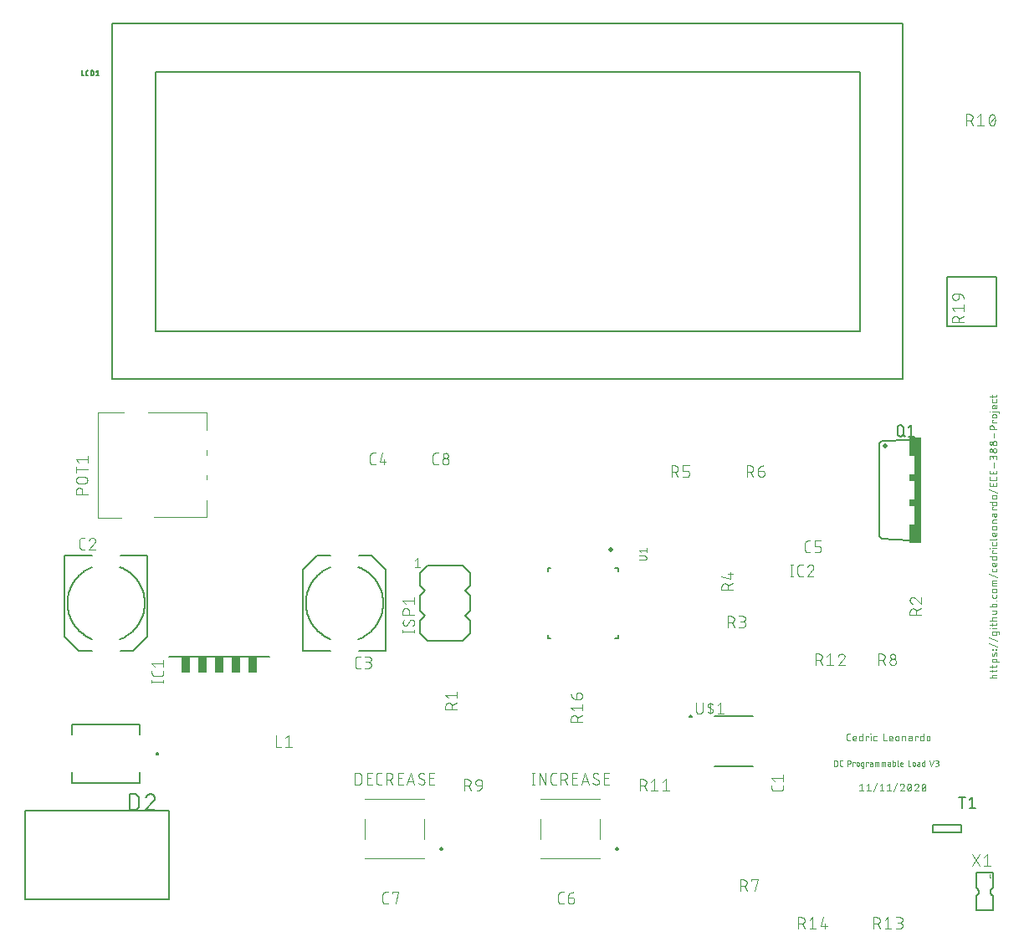
<source format=gto>
G04 EAGLE Gerber RS-274X export*
G75*
%MOMM*%
%FSLAX34Y34*%
%LPD*%
%INSilkscreen Top*%
%IPPOS*%
%AMOC8*
5,1,8,0,0,1.08239X$1,22.5*%
G01*
%ADD10C,0.076200*%
%ADD11C,0.050800*%
%ADD12C,0.101600*%
%ADD13C,0.203200*%
%ADD14C,0.127000*%
%ADD15C,0.200000*%
%ADD16C,0.152400*%
%ADD17R,0.965200X1.676400*%
%ADD18C,0.100000*%
%ADD19C,0.508000*%
%ADD20R,0.762000X10.668000*%
%ADD21R,0.508000X1.905000*%
%ADD22R,0.508000X0.762000*%
%ADD23C,0.200000*%
%ADD24C,0.025400*%


D10*
X803755Y216281D02*
X802118Y216281D01*
X802040Y216283D01*
X801962Y216288D01*
X801885Y216298D01*
X801808Y216311D01*
X801732Y216327D01*
X801657Y216347D01*
X801583Y216371D01*
X801510Y216398D01*
X801438Y216429D01*
X801368Y216463D01*
X801300Y216500D01*
X801233Y216541D01*
X801168Y216585D01*
X801106Y216631D01*
X801046Y216681D01*
X800988Y216733D01*
X800933Y216788D01*
X800881Y216846D01*
X800831Y216906D01*
X800785Y216968D01*
X800741Y217033D01*
X800700Y217100D01*
X800663Y217168D01*
X800629Y217238D01*
X800598Y217310D01*
X800571Y217383D01*
X800547Y217457D01*
X800527Y217532D01*
X800511Y217608D01*
X800498Y217685D01*
X800488Y217762D01*
X800483Y217840D01*
X800481Y217918D01*
X800481Y222010D01*
X800483Y222090D01*
X800489Y222170D01*
X800499Y222250D01*
X800512Y222329D01*
X800530Y222408D01*
X800551Y222485D01*
X800577Y222561D01*
X800606Y222636D01*
X800638Y222710D01*
X800674Y222782D01*
X800714Y222852D01*
X800757Y222919D01*
X800803Y222985D01*
X800853Y223048D01*
X800905Y223109D01*
X800960Y223168D01*
X801019Y223223D01*
X801079Y223275D01*
X801143Y223325D01*
X801209Y223371D01*
X801276Y223414D01*
X801346Y223454D01*
X801418Y223490D01*
X801492Y223522D01*
X801566Y223551D01*
X801643Y223577D01*
X801720Y223598D01*
X801799Y223616D01*
X801878Y223629D01*
X801958Y223639D01*
X802038Y223645D01*
X802118Y223647D01*
X803755Y223647D01*
X807749Y216281D02*
X809795Y216281D01*
X807749Y216281D02*
X807680Y216283D01*
X807612Y216289D01*
X807543Y216298D01*
X807476Y216312D01*
X807409Y216329D01*
X807343Y216350D01*
X807279Y216374D01*
X807216Y216403D01*
X807155Y216434D01*
X807096Y216469D01*
X807038Y216507D01*
X806983Y216549D01*
X806931Y216593D01*
X806881Y216641D01*
X806833Y216691D01*
X806789Y216743D01*
X806747Y216798D01*
X806709Y216856D01*
X806674Y216915D01*
X806643Y216976D01*
X806614Y217039D01*
X806590Y217103D01*
X806569Y217169D01*
X806552Y217236D01*
X806538Y217303D01*
X806529Y217372D01*
X806523Y217440D01*
X806521Y217509D01*
X806522Y217509D02*
X806522Y219555D01*
X806521Y219555D02*
X806523Y219634D01*
X806529Y219713D01*
X806538Y219792D01*
X806551Y219870D01*
X806569Y219947D01*
X806589Y220023D01*
X806614Y220098D01*
X806642Y220172D01*
X806673Y220245D01*
X806709Y220316D01*
X806747Y220385D01*
X806789Y220452D01*
X806834Y220517D01*
X806882Y220580D01*
X806933Y220641D01*
X806987Y220698D01*
X807043Y220754D01*
X807102Y220806D01*
X807164Y220856D01*
X807228Y220902D01*
X807294Y220946D01*
X807362Y220986D01*
X807432Y221022D01*
X807504Y221056D01*
X807578Y221086D01*
X807652Y221112D01*
X807728Y221135D01*
X807805Y221153D01*
X807882Y221169D01*
X807961Y221180D01*
X808039Y221188D01*
X808118Y221192D01*
X808198Y221192D01*
X808277Y221188D01*
X808355Y221180D01*
X808434Y221169D01*
X808511Y221153D01*
X808588Y221135D01*
X808664Y221112D01*
X808738Y221086D01*
X808812Y221056D01*
X808884Y221022D01*
X808954Y220986D01*
X809022Y220946D01*
X809088Y220902D01*
X809152Y220856D01*
X809214Y220806D01*
X809273Y220754D01*
X809329Y220698D01*
X809383Y220641D01*
X809434Y220580D01*
X809482Y220517D01*
X809527Y220452D01*
X809569Y220385D01*
X809607Y220316D01*
X809643Y220245D01*
X809674Y220172D01*
X809702Y220098D01*
X809727Y220023D01*
X809747Y219947D01*
X809765Y219870D01*
X809778Y219792D01*
X809787Y219713D01*
X809793Y219634D01*
X809795Y219555D01*
X809795Y218736D01*
X806522Y218736D01*
X816094Y216281D02*
X816094Y223647D01*
X816094Y216281D02*
X814048Y216281D01*
X813979Y216283D01*
X813911Y216289D01*
X813842Y216298D01*
X813775Y216312D01*
X813708Y216329D01*
X813642Y216350D01*
X813578Y216374D01*
X813515Y216403D01*
X813454Y216434D01*
X813395Y216469D01*
X813337Y216507D01*
X813282Y216549D01*
X813230Y216593D01*
X813180Y216641D01*
X813132Y216691D01*
X813088Y216743D01*
X813046Y216798D01*
X813008Y216856D01*
X812973Y216915D01*
X812942Y216976D01*
X812913Y217039D01*
X812889Y217103D01*
X812868Y217169D01*
X812851Y217236D01*
X812837Y217303D01*
X812828Y217372D01*
X812822Y217440D01*
X812820Y217509D01*
X812820Y219964D01*
X812822Y220033D01*
X812828Y220101D01*
X812837Y220170D01*
X812851Y220237D01*
X812868Y220304D01*
X812889Y220370D01*
X812913Y220434D01*
X812942Y220497D01*
X812973Y220558D01*
X813008Y220617D01*
X813046Y220675D01*
X813088Y220730D01*
X813132Y220782D01*
X813180Y220832D01*
X813230Y220880D01*
X813282Y220924D01*
X813337Y220966D01*
X813395Y221004D01*
X813454Y221039D01*
X813515Y221070D01*
X813578Y221099D01*
X813642Y221123D01*
X813708Y221144D01*
X813775Y221161D01*
X813842Y221175D01*
X813911Y221184D01*
X813979Y221190D01*
X814048Y221192D01*
X816094Y221192D01*
X819735Y221192D02*
X819735Y216281D01*
X819735Y221192D02*
X822190Y221192D01*
X822190Y220373D01*
X824496Y221192D02*
X824496Y216281D01*
X824291Y223238D02*
X824291Y223647D01*
X824700Y223647D01*
X824700Y223238D01*
X824291Y223238D01*
X828729Y216281D02*
X830365Y216281D01*
X828729Y216281D02*
X828660Y216283D01*
X828592Y216289D01*
X828523Y216298D01*
X828456Y216312D01*
X828389Y216329D01*
X828323Y216350D01*
X828259Y216374D01*
X828196Y216403D01*
X828135Y216434D01*
X828076Y216469D01*
X828018Y216507D01*
X827963Y216549D01*
X827911Y216593D01*
X827861Y216641D01*
X827813Y216691D01*
X827769Y216743D01*
X827727Y216798D01*
X827689Y216856D01*
X827654Y216915D01*
X827623Y216976D01*
X827594Y217039D01*
X827570Y217103D01*
X827549Y217169D01*
X827532Y217236D01*
X827518Y217303D01*
X827509Y217372D01*
X827503Y217440D01*
X827501Y217509D01*
X827501Y219964D01*
X827503Y220033D01*
X827509Y220101D01*
X827518Y220170D01*
X827532Y220237D01*
X827549Y220304D01*
X827570Y220370D01*
X827594Y220434D01*
X827623Y220497D01*
X827654Y220558D01*
X827689Y220617D01*
X827727Y220675D01*
X827769Y220730D01*
X827813Y220782D01*
X827861Y220832D01*
X827911Y220880D01*
X827963Y220924D01*
X828018Y220966D01*
X828076Y221004D01*
X828135Y221039D01*
X828196Y221070D01*
X828259Y221099D01*
X828323Y221123D01*
X828389Y221144D01*
X828456Y221161D01*
X828523Y221175D01*
X828592Y221184D01*
X828660Y221190D01*
X828729Y221192D01*
X830365Y221192D01*
X837339Y223647D02*
X837339Y216281D01*
X840613Y216281D01*
X844569Y216281D02*
X846615Y216281D01*
X844569Y216281D02*
X844500Y216283D01*
X844432Y216289D01*
X844363Y216298D01*
X844296Y216312D01*
X844229Y216329D01*
X844163Y216350D01*
X844099Y216374D01*
X844036Y216403D01*
X843975Y216434D01*
X843916Y216469D01*
X843858Y216507D01*
X843803Y216549D01*
X843751Y216593D01*
X843701Y216641D01*
X843653Y216691D01*
X843609Y216743D01*
X843567Y216798D01*
X843529Y216856D01*
X843494Y216915D01*
X843463Y216976D01*
X843434Y217039D01*
X843410Y217103D01*
X843389Y217169D01*
X843372Y217236D01*
X843358Y217303D01*
X843349Y217372D01*
X843343Y217440D01*
X843341Y217509D01*
X843341Y219555D01*
X843343Y219634D01*
X843349Y219713D01*
X843358Y219792D01*
X843371Y219870D01*
X843389Y219947D01*
X843409Y220023D01*
X843434Y220098D01*
X843462Y220172D01*
X843493Y220245D01*
X843529Y220316D01*
X843567Y220385D01*
X843609Y220452D01*
X843654Y220517D01*
X843702Y220580D01*
X843753Y220641D01*
X843807Y220698D01*
X843863Y220754D01*
X843922Y220806D01*
X843984Y220856D01*
X844048Y220902D01*
X844114Y220946D01*
X844182Y220986D01*
X844252Y221022D01*
X844324Y221056D01*
X844398Y221086D01*
X844472Y221112D01*
X844548Y221135D01*
X844625Y221153D01*
X844702Y221169D01*
X844781Y221180D01*
X844859Y221188D01*
X844938Y221192D01*
X845018Y221192D01*
X845097Y221188D01*
X845175Y221180D01*
X845254Y221169D01*
X845331Y221153D01*
X845408Y221135D01*
X845484Y221112D01*
X845558Y221086D01*
X845632Y221056D01*
X845704Y221022D01*
X845774Y220986D01*
X845842Y220946D01*
X845908Y220902D01*
X845972Y220856D01*
X846034Y220806D01*
X846093Y220754D01*
X846149Y220698D01*
X846203Y220641D01*
X846254Y220580D01*
X846302Y220517D01*
X846347Y220452D01*
X846389Y220385D01*
X846427Y220316D01*
X846463Y220245D01*
X846494Y220172D01*
X846522Y220098D01*
X846547Y220023D01*
X846567Y219947D01*
X846585Y219870D01*
X846598Y219792D01*
X846607Y219713D01*
X846613Y219634D01*
X846615Y219555D01*
X846615Y218736D01*
X843341Y218736D01*
X849681Y217918D02*
X849681Y219555D01*
X849683Y219634D01*
X849689Y219713D01*
X849698Y219792D01*
X849711Y219870D01*
X849729Y219947D01*
X849749Y220023D01*
X849774Y220098D01*
X849802Y220172D01*
X849833Y220245D01*
X849869Y220316D01*
X849907Y220385D01*
X849949Y220452D01*
X849994Y220517D01*
X850042Y220580D01*
X850093Y220641D01*
X850147Y220698D01*
X850203Y220754D01*
X850262Y220806D01*
X850324Y220856D01*
X850388Y220902D01*
X850454Y220946D01*
X850522Y220986D01*
X850592Y221022D01*
X850664Y221056D01*
X850738Y221086D01*
X850812Y221112D01*
X850888Y221135D01*
X850965Y221153D01*
X851042Y221169D01*
X851121Y221180D01*
X851199Y221188D01*
X851278Y221192D01*
X851358Y221192D01*
X851437Y221188D01*
X851515Y221180D01*
X851594Y221169D01*
X851671Y221153D01*
X851748Y221135D01*
X851824Y221112D01*
X851898Y221086D01*
X851972Y221056D01*
X852044Y221022D01*
X852114Y220986D01*
X852182Y220946D01*
X852248Y220902D01*
X852312Y220856D01*
X852374Y220806D01*
X852433Y220754D01*
X852489Y220698D01*
X852543Y220641D01*
X852594Y220580D01*
X852642Y220517D01*
X852687Y220452D01*
X852729Y220385D01*
X852767Y220316D01*
X852803Y220245D01*
X852834Y220172D01*
X852862Y220098D01*
X852887Y220023D01*
X852907Y219947D01*
X852925Y219870D01*
X852938Y219792D01*
X852947Y219713D01*
X852953Y219634D01*
X852955Y219555D01*
X852955Y217918D01*
X852953Y217839D01*
X852947Y217760D01*
X852938Y217681D01*
X852925Y217603D01*
X852907Y217526D01*
X852887Y217450D01*
X852862Y217375D01*
X852834Y217301D01*
X852803Y217228D01*
X852767Y217157D01*
X852729Y217088D01*
X852687Y217021D01*
X852642Y216956D01*
X852594Y216893D01*
X852543Y216832D01*
X852489Y216775D01*
X852433Y216719D01*
X852374Y216667D01*
X852312Y216617D01*
X852248Y216571D01*
X852182Y216527D01*
X852114Y216487D01*
X852044Y216451D01*
X851972Y216417D01*
X851898Y216387D01*
X851824Y216361D01*
X851748Y216338D01*
X851671Y216320D01*
X851594Y216304D01*
X851515Y216293D01*
X851437Y216285D01*
X851358Y216281D01*
X851278Y216281D01*
X851199Y216285D01*
X851121Y216293D01*
X851042Y216304D01*
X850965Y216320D01*
X850888Y216338D01*
X850812Y216361D01*
X850738Y216387D01*
X850664Y216417D01*
X850592Y216451D01*
X850522Y216487D01*
X850454Y216527D01*
X850388Y216571D01*
X850324Y216617D01*
X850262Y216667D01*
X850203Y216719D01*
X850147Y216775D01*
X850093Y216832D01*
X850042Y216893D01*
X849994Y216956D01*
X849949Y217021D01*
X849907Y217088D01*
X849869Y217157D01*
X849833Y217228D01*
X849802Y217301D01*
X849774Y217375D01*
X849749Y217450D01*
X849729Y217526D01*
X849711Y217603D01*
X849698Y217681D01*
X849689Y217760D01*
X849683Y217839D01*
X849681Y217918D01*
X856265Y216281D02*
X856265Y221192D01*
X858311Y221192D01*
X858380Y221190D01*
X858448Y221184D01*
X858517Y221175D01*
X858584Y221161D01*
X858651Y221144D01*
X858717Y221123D01*
X858781Y221099D01*
X858844Y221070D01*
X858905Y221039D01*
X858964Y221004D01*
X859022Y220966D01*
X859077Y220924D01*
X859129Y220880D01*
X859179Y220832D01*
X859227Y220782D01*
X859271Y220730D01*
X859313Y220675D01*
X859351Y220617D01*
X859386Y220558D01*
X859417Y220497D01*
X859446Y220434D01*
X859470Y220370D01*
X859491Y220304D01*
X859508Y220237D01*
X859522Y220170D01*
X859531Y220101D01*
X859537Y220033D01*
X859539Y219964D01*
X859538Y219964D02*
X859538Y216281D01*
X864240Y219146D02*
X866081Y219146D01*
X864240Y219145D02*
X864165Y219143D01*
X864090Y219137D01*
X864016Y219127D01*
X863942Y219114D01*
X863869Y219096D01*
X863797Y219075D01*
X863727Y219050D01*
X863658Y219021D01*
X863590Y218989D01*
X863524Y218953D01*
X863460Y218914D01*
X863398Y218872D01*
X863339Y218826D01*
X863282Y218777D01*
X863227Y218726D01*
X863176Y218671D01*
X863127Y218614D01*
X863081Y218555D01*
X863039Y218493D01*
X863000Y218429D01*
X862964Y218363D01*
X862932Y218295D01*
X862903Y218226D01*
X862878Y218156D01*
X862857Y218084D01*
X862839Y218011D01*
X862826Y217937D01*
X862816Y217863D01*
X862810Y217788D01*
X862808Y217713D01*
X862810Y217638D01*
X862816Y217563D01*
X862826Y217489D01*
X862839Y217415D01*
X862857Y217342D01*
X862878Y217270D01*
X862903Y217200D01*
X862932Y217131D01*
X862964Y217063D01*
X863000Y216997D01*
X863039Y216933D01*
X863081Y216871D01*
X863127Y216812D01*
X863176Y216755D01*
X863227Y216700D01*
X863282Y216649D01*
X863339Y216600D01*
X863398Y216554D01*
X863460Y216512D01*
X863524Y216473D01*
X863590Y216437D01*
X863658Y216405D01*
X863727Y216376D01*
X863797Y216351D01*
X863869Y216330D01*
X863942Y216312D01*
X864016Y216299D01*
X864090Y216289D01*
X864165Y216283D01*
X864240Y216281D01*
X866081Y216281D01*
X866081Y219964D01*
X866082Y219964D02*
X866080Y220033D01*
X866074Y220101D01*
X866065Y220170D01*
X866051Y220237D01*
X866034Y220304D01*
X866013Y220370D01*
X865989Y220434D01*
X865960Y220497D01*
X865929Y220558D01*
X865894Y220617D01*
X865856Y220675D01*
X865814Y220730D01*
X865770Y220782D01*
X865722Y220832D01*
X865672Y220880D01*
X865620Y220924D01*
X865565Y220966D01*
X865507Y221004D01*
X865448Y221039D01*
X865387Y221070D01*
X865324Y221099D01*
X865260Y221123D01*
X865194Y221144D01*
X865127Y221161D01*
X865060Y221175D01*
X864991Y221184D01*
X864923Y221190D01*
X864854Y221192D01*
X863217Y221192D01*
X869722Y221192D02*
X869722Y216281D01*
X869722Y221192D02*
X872177Y221192D01*
X872177Y220373D01*
X877785Y223647D02*
X877785Y216281D01*
X875739Y216281D01*
X875670Y216283D01*
X875602Y216289D01*
X875533Y216298D01*
X875466Y216312D01*
X875399Y216329D01*
X875333Y216350D01*
X875269Y216374D01*
X875206Y216403D01*
X875145Y216434D01*
X875086Y216469D01*
X875028Y216507D01*
X874973Y216549D01*
X874921Y216593D01*
X874871Y216641D01*
X874823Y216691D01*
X874779Y216743D01*
X874737Y216798D01*
X874699Y216856D01*
X874664Y216915D01*
X874633Y216976D01*
X874604Y217039D01*
X874580Y217103D01*
X874559Y217169D01*
X874542Y217236D01*
X874528Y217303D01*
X874519Y217372D01*
X874513Y217440D01*
X874511Y217509D01*
X874512Y217509D02*
X874512Y219964D01*
X874511Y219964D02*
X874513Y220033D01*
X874519Y220101D01*
X874528Y220170D01*
X874542Y220237D01*
X874559Y220304D01*
X874580Y220370D01*
X874604Y220434D01*
X874633Y220497D01*
X874664Y220558D01*
X874699Y220617D01*
X874737Y220675D01*
X874779Y220730D01*
X874823Y220782D01*
X874871Y220832D01*
X874921Y220880D01*
X874973Y220924D01*
X875028Y220966D01*
X875086Y221004D01*
X875145Y221039D01*
X875206Y221070D01*
X875269Y221099D01*
X875333Y221123D01*
X875399Y221144D01*
X875466Y221161D01*
X875533Y221175D01*
X875602Y221184D01*
X875670Y221190D01*
X875739Y221192D01*
X877785Y221192D01*
X881136Y219555D02*
X881136Y217918D01*
X881136Y219555D02*
X881138Y219634D01*
X881144Y219713D01*
X881153Y219792D01*
X881166Y219870D01*
X881184Y219947D01*
X881204Y220023D01*
X881229Y220098D01*
X881257Y220172D01*
X881288Y220245D01*
X881324Y220316D01*
X881362Y220385D01*
X881404Y220452D01*
X881449Y220517D01*
X881497Y220580D01*
X881548Y220641D01*
X881602Y220698D01*
X881658Y220754D01*
X881717Y220806D01*
X881779Y220856D01*
X881843Y220902D01*
X881909Y220946D01*
X881977Y220986D01*
X882047Y221022D01*
X882119Y221056D01*
X882193Y221086D01*
X882267Y221112D01*
X882343Y221135D01*
X882420Y221153D01*
X882497Y221169D01*
X882576Y221180D01*
X882654Y221188D01*
X882733Y221192D01*
X882813Y221192D01*
X882892Y221188D01*
X882970Y221180D01*
X883049Y221169D01*
X883126Y221153D01*
X883203Y221135D01*
X883279Y221112D01*
X883353Y221086D01*
X883427Y221056D01*
X883499Y221022D01*
X883569Y220986D01*
X883637Y220946D01*
X883703Y220902D01*
X883767Y220856D01*
X883829Y220806D01*
X883888Y220754D01*
X883944Y220698D01*
X883998Y220641D01*
X884049Y220580D01*
X884097Y220517D01*
X884142Y220452D01*
X884184Y220385D01*
X884222Y220316D01*
X884258Y220245D01*
X884289Y220172D01*
X884317Y220098D01*
X884342Y220023D01*
X884362Y219947D01*
X884380Y219870D01*
X884393Y219792D01*
X884402Y219713D01*
X884408Y219634D01*
X884410Y219555D01*
X884410Y217918D01*
X884408Y217839D01*
X884402Y217760D01*
X884393Y217681D01*
X884380Y217603D01*
X884362Y217526D01*
X884342Y217450D01*
X884317Y217375D01*
X884289Y217301D01*
X884258Y217228D01*
X884222Y217157D01*
X884184Y217088D01*
X884142Y217021D01*
X884097Y216956D01*
X884049Y216893D01*
X883998Y216832D01*
X883944Y216775D01*
X883888Y216719D01*
X883829Y216667D01*
X883767Y216617D01*
X883703Y216571D01*
X883637Y216527D01*
X883569Y216487D01*
X883499Y216451D01*
X883427Y216417D01*
X883353Y216387D01*
X883279Y216361D01*
X883203Y216338D01*
X883126Y216320D01*
X883049Y216304D01*
X882970Y216293D01*
X882892Y216285D01*
X882813Y216281D01*
X882733Y216281D01*
X882654Y216285D01*
X882576Y216293D01*
X882497Y216304D01*
X882420Y216320D01*
X882343Y216338D01*
X882267Y216361D01*
X882193Y216387D01*
X882119Y216417D01*
X882047Y216451D01*
X881977Y216487D01*
X881909Y216527D01*
X881843Y216571D01*
X881779Y216617D01*
X881717Y216667D01*
X881658Y216719D01*
X881602Y216775D01*
X881548Y216832D01*
X881497Y216893D01*
X881449Y216956D01*
X881404Y217021D01*
X881362Y217088D01*
X881324Y217157D01*
X881288Y217228D01*
X881257Y217301D01*
X881229Y217375D01*
X881204Y217450D01*
X881184Y217526D01*
X881166Y217603D01*
X881153Y217681D01*
X881144Y217760D01*
X881138Y217839D01*
X881136Y217918D01*
D11*
X787654Y196342D02*
X787654Y190754D01*
X787654Y196342D02*
X789206Y196342D01*
X789282Y196340D01*
X789358Y196335D01*
X789434Y196325D01*
X789509Y196312D01*
X789583Y196295D01*
X789657Y196275D01*
X789729Y196251D01*
X789800Y196224D01*
X789870Y196193D01*
X789938Y196159D01*
X790004Y196121D01*
X790068Y196080D01*
X790131Y196037D01*
X790191Y195990D01*
X790248Y195940D01*
X790303Y195887D01*
X790356Y195832D01*
X790406Y195775D01*
X790453Y195715D01*
X790496Y195652D01*
X790537Y195588D01*
X790575Y195522D01*
X790609Y195454D01*
X790640Y195384D01*
X790667Y195313D01*
X790691Y195240D01*
X790711Y195167D01*
X790728Y195093D01*
X790741Y195018D01*
X790751Y194942D01*
X790756Y194866D01*
X790758Y194790D01*
X790758Y192306D01*
X790756Y192227D01*
X790750Y192149D01*
X790740Y192071D01*
X790726Y191994D01*
X790708Y191917D01*
X790687Y191841D01*
X790661Y191767D01*
X790632Y191694D01*
X790599Y191623D01*
X790563Y191553D01*
X790523Y191485D01*
X790480Y191419D01*
X790433Y191356D01*
X790384Y191295D01*
X790331Y191237D01*
X790275Y191181D01*
X790217Y191128D01*
X790156Y191079D01*
X790093Y191032D01*
X790027Y190989D01*
X789959Y190949D01*
X789890Y190913D01*
X789818Y190880D01*
X789745Y190851D01*
X789671Y190825D01*
X789595Y190804D01*
X789518Y190786D01*
X789441Y190772D01*
X789363Y190762D01*
X789285Y190756D01*
X789206Y190754D01*
X787654Y190754D01*
X794549Y190754D02*
X795791Y190754D01*
X794549Y190754D02*
X794479Y190756D01*
X794410Y190762D01*
X794341Y190772D01*
X794273Y190785D01*
X794205Y190803D01*
X794139Y190824D01*
X794074Y190849D01*
X794010Y190877D01*
X793948Y190909D01*
X793888Y190944D01*
X793830Y190983D01*
X793775Y191025D01*
X793721Y191070D01*
X793671Y191118D01*
X793623Y191168D01*
X793578Y191222D01*
X793536Y191277D01*
X793497Y191335D01*
X793462Y191395D01*
X793430Y191457D01*
X793402Y191521D01*
X793377Y191586D01*
X793356Y191652D01*
X793338Y191720D01*
X793325Y191788D01*
X793315Y191857D01*
X793309Y191926D01*
X793307Y191996D01*
X793307Y195100D01*
X793309Y195170D01*
X793315Y195239D01*
X793325Y195308D01*
X793338Y195376D01*
X793356Y195444D01*
X793377Y195510D01*
X793402Y195575D01*
X793430Y195639D01*
X793462Y195701D01*
X793497Y195761D01*
X793536Y195819D01*
X793578Y195874D01*
X793623Y195928D01*
X793671Y195978D01*
X793721Y196026D01*
X793775Y196071D01*
X793830Y196113D01*
X793888Y196152D01*
X793948Y196187D01*
X794010Y196219D01*
X794074Y196247D01*
X794139Y196272D01*
X794205Y196293D01*
X794273Y196311D01*
X794341Y196324D01*
X794410Y196334D01*
X794479Y196340D01*
X794549Y196342D01*
X795791Y196342D01*
X801087Y196342D02*
X801087Y190754D01*
X801087Y196342D02*
X802639Y196342D01*
X802716Y196340D01*
X802794Y196334D01*
X802870Y196325D01*
X802947Y196311D01*
X803022Y196294D01*
X803096Y196273D01*
X803170Y196248D01*
X803242Y196220D01*
X803312Y196188D01*
X803381Y196153D01*
X803448Y196114D01*
X803513Y196072D01*
X803576Y196027D01*
X803637Y195979D01*
X803695Y195928D01*
X803750Y195874D01*
X803803Y195817D01*
X803852Y195758D01*
X803899Y195696D01*
X803943Y195632D01*
X803983Y195566D01*
X804020Y195498D01*
X804054Y195428D01*
X804084Y195357D01*
X804110Y195284D01*
X804133Y195210D01*
X804152Y195135D01*
X804167Y195060D01*
X804179Y194983D01*
X804187Y194906D01*
X804191Y194829D01*
X804191Y194751D01*
X804187Y194674D01*
X804179Y194597D01*
X804167Y194520D01*
X804152Y194445D01*
X804133Y194370D01*
X804110Y194296D01*
X804084Y194223D01*
X804054Y194152D01*
X804020Y194082D01*
X803983Y194014D01*
X803943Y193948D01*
X803899Y193884D01*
X803852Y193822D01*
X803803Y193763D01*
X803750Y193706D01*
X803695Y193652D01*
X803637Y193601D01*
X803576Y193553D01*
X803513Y193508D01*
X803448Y193466D01*
X803381Y193427D01*
X803312Y193392D01*
X803242Y193360D01*
X803170Y193332D01*
X803096Y193307D01*
X803022Y193286D01*
X802947Y193269D01*
X802870Y193255D01*
X802794Y193246D01*
X802716Y193240D01*
X802639Y193238D01*
X801087Y193238D01*
X806468Y194479D02*
X806468Y190754D01*
X806468Y194479D02*
X808330Y194479D01*
X808330Y193858D01*
X810093Y193238D02*
X810093Y191996D01*
X810092Y193238D02*
X810094Y193308D01*
X810100Y193377D01*
X810110Y193446D01*
X810123Y193514D01*
X810141Y193582D01*
X810162Y193648D01*
X810187Y193713D01*
X810215Y193777D01*
X810247Y193839D01*
X810282Y193899D01*
X810321Y193957D01*
X810363Y194012D01*
X810408Y194066D01*
X810456Y194116D01*
X810506Y194164D01*
X810560Y194209D01*
X810615Y194251D01*
X810673Y194290D01*
X810733Y194325D01*
X810795Y194357D01*
X810859Y194385D01*
X810924Y194410D01*
X810990Y194431D01*
X811058Y194449D01*
X811126Y194462D01*
X811195Y194472D01*
X811264Y194478D01*
X811334Y194480D01*
X811404Y194478D01*
X811473Y194472D01*
X811542Y194462D01*
X811610Y194449D01*
X811678Y194431D01*
X811744Y194410D01*
X811809Y194385D01*
X811873Y194357D01*
X811935Y194325D01*
X811995Y194290D01*
X812053Y194251D01*
X812108Y194209D01*
X812162Y194164D01*
X812212Y194116D01*
X812260Y194066D01*
X812305Y194012D01*
X812347Y193957D01*
X812386Y193899D01*
X812421Y193839D01*
X812453Y193777D01*
X812481Y193713D01*
X812506Y193648D01*
X812527Y193582D01*
X812545Y193514D01*
X812558Y193446D01*
X812568Y193377D01*
X812574Y193308D01*
X812576Y193238D01*
X812576Y191996D01*
X812574Y191926D01*
X812568Y191857D01*
X812558Y191788D01*
X812545Y191720D01*
X812527Y191652D01*
X812506Y191586D01*
X812481Y191521D01*
X812453Y191457D01*
X812421Y191395D01*
X812386Y191335D01*
X812347Y191277D01*
X812305Y191222D01*
X812260Y191168D01*
X812212Y191118D01*
X812162Y191070D01*
X812108Y191025D01*
X812053Y190983D01*
X811995Y190944D01*
X811935Y190909D01*
X811873Y190877D01*
X811809Y190849D01*
X811744Y190824D01*
X811678Y190803D01*
X811610Y190785D01*
X811542Y190772D01*
X811473Y190762D01*
X811404Y190756D01*
X811334Y190754D01*
X811264Y190756D01*
X811195Y190762D01*
X811126Y190772D01*
X811058Y190785D01*
X810990Y190803D01*
X810924Y190824D01*
X810859Y190849D01*
X810795Y190877D01*
X810733Y190909D01*
X810673Y190944D01*
X810615Y190983D01*
X810560Y191025D01*
X810506Y191070D01*
X810456Y191118D01*
X810408Y191168D01*
X810363Y191222D01*
X810321Y191277D01*
X810282Y191335D01*
X810247Y191395D01*
X810215Y191457D01*
X810187Y191521D01*
X810162Y191586D01*
X810141Y191652D01*
X810123Y191720D01*
X810110Y191788D01*
X810100Y191857D01*
X810094Y191926D01*
X810092Y191996D01*
X815750Y190754D02*
X817302Y190754D01*
X815750Y190754D02*
X815692Y190756D01*
X815633Y190761D01*
X815576Y190770D01*
X815518Y190783D01*
X815462Y190800D01*
X815407Y190819D01*
X815354Y190843D01*
X815301Y190869D01*
X815251Y190899D01*
X815203Y190932D01*
X815157Y190968D01*
X815113Y191006D01*
X815071Y191048D01*
X815033Y191092D01*
X814997Y191138D01*
X814964Y191186D01*
X814934Y191236D01*
X814908Y191289D01*
X814884Y191342D01*
X814865Y191397D01*
X814848Y191453D01*
X814835Y191511D01*
X814826Y191568D01*
X814821Y191627D01*
X814819Y191685D01*
X814819Y193548D01*
X814821Y193606D01*
X814826Y193665D01*
X814835Y193722D01*
X814848Y193780D01*
X814865Y193836D01*
X814884Y193891D01*
X814908Y193944D01*
X814934Y193997D01*
X814964Y194047D01*
X814997Y194095D01*
X815033Y194141D01*
X815071Y194185D01*
X815113Y194227D01*
X815157Y194265D01*
X815203Y194301D01*
X815251Y194334D01*
X815301Y194364D01*
X815354Y194390D01*
X815407Y194414D01*
X815462Y194433D01*
X815518Y194450D01*
X815576Y194463D01*
X815633Y194472D01*
X815692Y194477D01*
X815750Y194479D01*
X817302Y194479D01*
X817302Y189823D01*
X817300Y189762D01*
X817294Y189701D01*
X817284Y189641D01*
X817270Y189582D01*
X817253Y189524D01*
X817231Y189467D01*
X817206Y189411D01*
X817177Y189358D01*
X817145Y189306D01*
X817110Y189256D01*
X817071Y189209D01*
X817029Y189165D01*
X816985Y189123D01*
X816938Y189084D01*
X816888Y189049D01*
X816837Y189017D01*
X816783Y188988D01*
X816727Y188963D01*
X816670Y188941D01*
X816612Y188924D01*
X816553Y188910D01*
X816493Y188900D01*
X816432Y188894D01*
X816371Y188892D01*
X816371Y188891D02*
X815129Y188891D01*
X820001Y190754D02*
X820001Y194479D01*
X821863Y194479D01*
X821863Y193858D01*
X824683Y192927D02*
X826080Y192927D01*
X824683Y192928D02*
X824619Y192926D01*
X824554Y192920D01*
X824491Y192911D01*
X824428Y192898D01*
X824366Y192881D01*
X824305Y192860D01*
X824245Y192836D01*
X824187Y192808D01*
X824130Y192777D01*
X824076Y192743D01*
X824023Y192705D01*
X823973Y192664D01*
X823926Y192621D01*
X823881Y192575D01*
X823839Y192526D01*
X823800Y192475D01*
X823764Y192421D01*
X823731Y192366D01*
X823702Y192308D01*
X823676Y192250D01*
X823653Y192189D01*
X823634Y192128D01*
X823619Y192065D01*
X823608Y192001D01*
X823600Y191938D01*
X823596Y191873D01*
X823596Y191809D01*
X823600Y191744D01*
X823608Y191681D01*
X823619Y191617D01*
X823634Y191554D01*
X823653Y191493D01*
X823676Y191432D01*
X823702Y191374D01*
X823731Y191316D01*
X823764Y191261D01*
X823800Y191207D01*
X823839Y191156D01*
X823881Y191107D01*
X823926Y191061D01*
X823973Y191018D01*
X824023Y190977D01*
X824076Y190939D01*
X824130Y190905D01*
X824187Y190874D01*
X824245Y190846D01*
X824305Y190822D01*
X824366Y190801D01*
X824428Y190784D01*
X824491Y190771D01*
X824554Y190762D01*
X824619Y190756D01*
X824683Y190754D01*
X826080Y190754D01*
X826080Y193548D01*
X826078Y193606D01*
X826073Y193665D01*
X826064Y193722D01*
X826051Y193780D01*
X826034Y193836D01*
X826015Y193891D01*
X825991Y193944D01*
X825965Y193997D01*
X825935Y194047D01*
X825902Y194095D01*
X825866Y194141D01*
X825828Y194185D01*
X825786Y194227D01*
X825742Y194265D01*
X825696Y194301D01*
X825648Y194334D01*
X825598Y194364D01*
X825545Y194390D01*
X825492Y194414D01*
X825437Y194433D01*
X825381Y194450D01*
X825323Y194463D01*
X825266Y194472D01*
X825207Y194477D01*
X825149Y194479D01*
X823907Y194479D01*
X828857Y194479D02*
X828857Y190754D01*
X828857Y194479D02*
X831651Y194479D01*
X831709Y194477D01*
X831768Y194472D01*
X831825Y194463D01*
X831883Y194450D01*
X831939Y194433D01*
X831994Y194414D01*
X832047Y194390D01*
X832100Y194364D01*
X832150Y194334D01*
X832198Y194301D01*
X832244Y194265D01*
X832288Y194227D01*
X832330Y194185D01*
X832368Y194141D01*
X832404Y194095D01*
X832437Y194047D01*
X832467Y193997D01*
X832493Y193944D01*
X832517Y193891D01*
X832536Y193836D01*
X832553Y193780D01*
X832566Y193722D01*
X832575Y193665D01*
X832580Y193606D01*
X832582Y193548D01*
X832582Y190754D01*
X830720Y190754D02*
X830720Y194479D01*
X835441Y194479D02*
X835441Y190754D01*
X835441Y194479D02*
X838235Y194479D01*
X838293Y194477D01*
X838352Y194472D01*
X838409Y194463D01*
X838467Y194450D01*
X838523Y194433D01*
X838578Y194414D01*
X838631Y194390D01*
X838684Y194364D01*
X838734Y194334D01*
X838782Y194301D01*
X838828Y194265D01*
X838872Y194227D01*
X838914Y194185D01*
X838952Y194141D01*
X838988Y194095D01*
X839021Y194047D01*
X839051Y193997D01*
X839077Y193944D01*
X839101Y193891D01*
X839120Y193836D01*
X839137Y193780D01*
X839150Y193722D01*
X839159Y193665D01*
X839164Y193606D01*
X839166Y193548D01*
X839166Y190754D01*
X837303Y190754D02*
X837303Y194479D01*
X842788Y192927D02*
X844185Y192927D01*
X842788Y192928D02*
X842724Y192926D01*
X842659Y192920D01*
X842596Y192911D01*
X842533Y192898D01*
X842471Y192881D01*
X842410Y192860D01*
X842350Y192836D01*
X842292Y192808D01*
X842235Y192777D01*
X842181Y192743D01*
X842128Y192705D01*
X842078Y192664D01*
X842031Y192621D01*
X841986Y192575D01*
X841944Y192526D01*
X841905Y192475D01*
X841869Y192421D01*
X841836Y192366D01*
X841807Y192308D01*
X841781Y192250D01*
X841758Y192189D01*
X841739Y192128D01*
X841724Y192065D01*
X841713Y192001D01*
X841705Y191938D01*
X841701Y191873D01*
X841701Y191809D01*
X841705Y191744D01*
X841713Y191681D01*
X841724Y191617D01*
X841739Y191554D01*
X841758Y191493D01*
X841781Y191432D01*
X841807Y191374D01*
X841836Y191316D01*
X841869Y191261D01*
X841905Y191207D01*
X841944Y191156D01*
X841986Y191107D01*
X842031Y191061D01*
X842078Y191018D01*
X842128Y190977D01*
X842181Y190939D01*
X842235Y190905D01*
X842292Y190874D01*
X842350Y190846D01*
X842410Y190822D01*
X842471Y190801D01*
X842533Y190784D01*
X842596Y190771D01*
X842659Y190762D01*
X842724Y190756D01*
X842788Y190754D01*
X844185Y190754D01*
X844185Y193548D01*
X844183Y193606D01*
X844178Y193665D01*
X844169Y193722D01*
X844156Y193780D01*
X844139Y193836D01*
X844120Y193891D01*
X844096Y193944D01*
X844070Y193997D01*
X844040Y194047D01*
X844007Y194095D01*
X843971Y194141D01*
X843933Y194185D01*
X843891Y194227D01*
X843847Y194265D01*
X843801Y194301D01*
X843753Y194334D01*
X843703Y194364D01*
X843650Y194390D01*
X843597Y194414D01*
X843542Y194433D01*
X843486Y194450D01*
X843428Y194463D01*
X843371Y194472D01*
X843312Y194477D01*
X843254Y194479D01*
X842012Y194479D01*
X846880Y196342D02*
X846880Y190754D01*
X848432Y190754D01*
X848490Y190756D01*
X848549Y190761D01*
X848606Y190770D01*
X848664Y190783D01*
X848720Y190800D01*
X848775Y190819D01*
X848828Y190843D01*
X848881Y190869D01*
X848931Y190899D01*
X848979Y190932D01*
X849025Y190968D01*
X849069Y191006D01*
X849111Y191048D01*
X849149Y191092D01*
X849185Y191138D01*
X849218Y191186D01*
X849248Y191236D01*
X849274Y191289D01*
X849298Y191342D01*
X849317Y191397D01*
X849334Y191453D01*
X849347Y191511D01*
X849356Y191568D01*
X849361Y191627D01*
X849363Y191685D01*
X849364Y191685D02*
X849364Y193548D01*
X849363Y193548D02*
X849361Y193606D01*
X849356Y193665D01*
X849347Y193722D01*
X849334Y193780D01*
X849317Y193836D01*
X849298Y193891D01*
X849274Y193944D01*
X849248Y193997D01*
X849218Y194047D01*
X849185Y194095D01*
X849149Y194141D01*
X849111Y194185D01*
X849069Y194227D01*
X849025Y194265D01*
X848979Y194301D01*
X848931Y194334D01*
X848881Y194364D01*
X848828Y194390D01*
X848775Y194414D01*
X848720Y194433D01*
X848664Y194450D01*
X848606Y194463D01*
X848549Y194472D01*
X848490Y194477D01*
X848432Y194479D01*
X846880Y194479D01*
X851676Y196342D02*
X851676Y191685D01*
X851678Y191627D01*
X851683Y191568D01*
X851692Y191511D01*
X851705Y191453D01*
X851722Y191397D01*
X851741Y191342D01*
X851765Y191289D01*
X851791Y191236D01*
X851821Y191186D01*
X851854Y191138D01*
X851890Y191092D01*
X851928Y191048D01*
X851970Y191006D01*
X852014Y190968D01*
X852060Y190932D01*
X852108Y190899D01*
X852158Y190869D01*
X852211Y190843D01*
X852264Y190819D01*
X852319Y190800D01*
X852375Y190783D01*
X852433Y190770D01*
X852490Y190761D01*
X852549Y190756D01*
X852607Y190754D01*
X855464Y190754D02*
X857016Y190754D01*
X855464Y190754D02*
X855406Y190756D01*
X855347Y190761D01*
X855290Y190770D01*
X855232Y190783D01*
X855176Y190800D01*
X855121Y190819D01*
X855068Y190843D01*
X855015Y190869D01*
X854965Y190899D01*
X854917Y190932D01*
X854871Y190968D01*
X854827Y191006D01*
X854785Y191048D01*
X854747Y191092D01*
X854711Y191138D01*
X854678Y191186D01*
X854648Y191236D01*
X854622Y191289D01*
X854598Y191342D01*
X854579Y191397D01*
X854562Y191453D01*
X854549Y191511D01*
X854540Y191568D01*
X854535Y191627D01*
X854533Y191685D01*
X854532Y191685D02*
X854532Y193238D01*
X854534Y193308D01*
X854540Y193377D01*
X854550Y193446D01*
X854563Y193514D01*
X854581Y193582D01*
X854602Y193648D01*
X854627Y193713D01*
X854655Y193777D01*
X854687Y193839D01*
X854722Y193899D01*
X854761Y193957D01*
X854803Y194012D01*
X854848Y194066D01*
X854896Y194116D01*
X854946Y194164D01*
X855000Y194209D01*
X855055Y194251D01*
X855113Y194290D01*
X855173Y194325D01*
X855235Y194357D01*
X855299Y194385D01*
X855364Y194410D01*
X855430Y194431D01*
X855498Y194449D01*
X855566Y194462D01*
X855635Y194472D01*
X855704Y194478D01*
X855774Y194480D01*
X855844Y194478D01*
X855913Y194472D01*
X855982Y194462D01*
X856050Y194449D01*
X856118Y194431D01*
X856184Y194410D01*
X856249Y194385D01*
X856313Y194357D01*
X856375Y194325D01*
X856435Y194290D01*
X856493Y194251D01*
X856548Y194209D01*
X856602Y194164D01*
X856652Y194116D01*
X856700Y194066D01*
X856745Y194012D01*
X856787Y193957D01*
X856826Y193899D01*
X856861Y193839D01*
X856893Y193777D01*
X856921Y193713D01*
X856946Y193648D01*
X856967Y193582D01*
X856985Y193514D01*
X856998Y193446D01*
X857008Y193377D01*
X857014Y193308D01*
X857016Y193238D01*
X857016Y192617D01*
X854532Y192617D01*
X862462Y190754D02*
X862462Y196342D01*
X862462Y190754D02*
X864946Y190754D01*
X866968Y191996D02*
X866968Y193238D01*
X866970Y193308D01*
X866976Y193377D01*
X866986Y193446D01*
X866999Y193514D01*
X867017Y193582D01*
X867038Y193648D01*
X867063Y193713D01*
X867091Y193777D01*
X867123Y193839D01*
X867158Y193899D01*
X867197Y193957D01*
X867239Y194012D01*
X867284Y194066D01*
X867332Y194116D01*
X867382Y194164D01*
X867436Y194209D01*
X867491Y194251D01*
X867549Y194290D01*
X867609Y194325D01*
X867671Y194357D01*
X867735Y194385D01*
X867800Y194410D01*
X867866Y194431D01*
X867934Y194449D01*
X868002Y194462D01*
X868071Y194472D01*
X868140Y194478D01*
X868210Y194480D01*
X868280Y194478D01*
X868349Y194472D01*
X868418Y194462D01*
X868486Y194449D01*
X868554Y194431D01*
X868620Y194410D01*
X868685Y194385D01*
X868749Y194357D01*
X868811Y194325D01*
X868871Y194290D01*
X868929Y194251D01*
X868984Y194209D01*
X869038Y194164D01*
X869088Y194116D01*
X869136Y194066D01*
X869181Y194012D01*
X869223Y193957D01*
X869262Y193899D01*
X869297Y193839D01*
X869329Y193777D01*
X869357Y193713D01*
X869382Y193648D01*
X869403Y193582D01*
X869421Y193514D01*
X869434Y193446D01*
X869444Y193377D01*
X869450Y193308D01*
X869452Y193238D01*
X869452Y191996D01*
X869450Y191926D01*
X869444Y191857D01*
X869434Y191788D01*
X869421Y191720D01*
X869403Y191652D01*
X869382Y191586D01*
X869357Y191521D01*
X869329Y191457D01*
X869297Y191395D01*
X869262Y191335D01*
X869223Y191277D01*
X869181Y191222D01*
X869136Y191168D01*
X869088Y191118D01*
X869038Y191070D01*
X868984Y191025D01*
X868929Y190983D01*
X868871Y190944D01*
X868811Y190909D01*
X868749Y190877D01*
X868685Y190849D01*
X868620Y190824D01*
X868554Y190803D01*
X868486Y190785D01*
X868418Y190772D01*
X868349Y190762D01*
X868280Y190756D01*
X868210Y190754D01*
X868140Y190756D01*
X868071Y190762D01*
X868002Y190772D01*
X867934Y190785D01*
X867866Y190803D01*
X867800Y190824D01*
X867735Y190849D01*
X867671Y190877D01*
X867609Y190909D01*
X867549Y190944D01*
X867491Y190983D01*
X867436Y191025D01*
X867382Y191070D01*
X867332Y191118D01*
X867284Y191168D01*
X867239Y191222D01*
X867197Y191277D01*
X867158Y191335D01*
X867123Y191395D01*
X867091Y191457D01*
X867063Y191521D01*
X867038Y191586D01*
X867017Y191652D01*
X866999Y191720D01*
X866986Y191788D01*
X866976Y191857D01*
X866970Y191926D01*
X866968Y191996D01*
X872780Y192927D02*
X874177Y192927D01*
X872780Y192928D02*
X872716Y192926D01*
X872651Y192920D01*
X872588Y192911D01*
X872525Y192898D01*
X872463Y192881D01*
X872402Y192860D01*
X872342Y192836D01*
X872284Y192808D01*
X872227Y192777D01*
X872173Y192743D01*
X872120Y192705D01*
X872070Y192664D01*
X872023Y192621D01*
X871978Y192575D01*
X871936Y192526D01*
X871897Y192475D01*
X871861Y192421D01*
X871828Y192366D01*
X871799Y192308D01*
X871773Y192250D01*
X871750Y192189D01*
X871731Y192128D01*
X871716Y192065D01*
X871705Y192001D01*
X871697Y191938D01*
X871693Y191873D01*
X871693Y191809D01*
X871697Y191744D01*
X871705Y191681D01*
X871716Y191617D01*
X871731Y191554D01*
X871750Y191493D01*
X871773Y191432D01*
X871799Y191374D01*
X871828Y191316D01*
X871861Y191261D01*
X871897Y191207D01*
X871936Y191156D01*
X871978Y191107D01*
X872023Y191061D01*
X872070Y191018D01*
X872120Y190977D01*
X872173Y190939D01*
X872227Y190905D01*
X872284Y190874D01*
X872342Y190846D01*
X872402Y190822D01*
X872463Y190801D01*
X872525Y190784D01*
X872588Y190771D01*
X872651Y190762D01*
X872716Y190756D01*
X872780Y190754D01*
X874177Y190754D01*
X874177Y193548D01*
X874175Y193606D01*
X874170Y193665D01*
X874161Y193722D01*
X874148Y193780D01*
X874131Y193836D01*
X874112Y193891D01*
X874088Y193944D01*
X874062Y193997D01*
X874032Y194047D01*
X873999Y194095D01*
X873963Y194141D01*
X873925Y194185D01*
X873883Y194227D01*
X873839Y194265D01*
X873793Y194301D01*
X873745Y194334D01*
X873695Y194364D01*
X873642Y194390D01*
X873589Y194414D01*
X873534Y194433D01*
X873478Y194450D01*
X873420Y194463D01*
X873363Y194472D01*
X873304Y194477D01*
X873246Y194479D01*
X872004Y194479D01*
X879115Y196342D02*
X879115Y190754D01*
X877563Y190754D01*
X877505Y190756D01*
X877446Y190761D01*
X877389Y190770D01*
X877331Y190783D01*
X877275Y190800D01*
X877220Y190819D01*
X877167Y190843D01*
X877114Y190869D01*
X877064Y190899D01*
X877016Y190932D01*
X876970Y190968D01*
X876926Y191006D01*
X876884Y191048D01*
X876846Y191092D01*
X876810Y191138D01*
X876777Y191186D01*
X876747Y191236D01*
X876721Y191289D01*
X876697Y191342D01*
X876678Y191397D01*
X876661Y191453D01*
X876648Y191511D01*
X876639Y191568D01*
X876634Y191627D01*
X876632Y191685D01*
X876632Y193548D01*
X876634Y193606D01*
X876639Y193665D01*
X876648Y193722D01*
X876661Y193780D01*
X876678Y193836D01*
X876697Y193891D01*
X876721Y193944D01*
X876747Y193997D01*
X876777Y194047D01*
X876810Y194095D01*
X876846Y194141D01*
X876884Y194185D01*
X876926Y194227D01*
X876970Y194265D01*
X877016Y194301D01*
X877064Y194334D01*
X877114Y194364D01*
X877167Y194390D01*
X877220Y194414D01*
X877275Y194433D01*
X877331Y194450D01*
X877389Y194463D01*
X877446Y194472D01*
X877505Y194477D01*
X877563Y194479D01*
X879115Y194479D01*
X884269Y196342D02*
X886132Y190754D01*
X887994Y196342D01*
X890066Y190754D02*
X891618Y190754D01*
X891695Y190756D01*
X891773Y190762D01*
X891849Y190771D01*
X891926Y190785D01*
X892001Y190802D01*
X892075Y190823D01*
X892149Y190848D01*
X892221Y190876D01*
X892291Y190908D01*
X892360Y190943D01*
X892427Y190982D01*
X892492Y191024D01*
X892555Y191069D01*
X892616Y191117D01*
X892674Y191168D01*
X892729Y191222D01*
X892782Y191279D01*
X892831Y191338D01*
X892878Y191400D01*
X892922Y191464D01*
X892962Y191530D01*
X892999Y191598D01*
X893033Y191668D01*
X893063Y191739D01*
X893089Y191812D01*
X893112Y191886D01*
X893131Y191961D01*
X893146Y192036D01*
X893158Y192113D01*
X893166Y192190D01*
X893170Y192267D01*
X893170Y192345D01*
X893166Y192422D01*
X893158Y192499D01*
X893146Y192576D01*
X893131Y192651D01*
X893112Y192726D01*
X893089Y192800D01*
X893063Y192873D01*
X893033Y192944D01*
X892999Y193014D01*
X892962Y193082D01*
X892922Y193148D01*
X892878Y193212D01*
X892831Y193274D01*
X892782Y193333D01*
X892729Y193390D01*
X892674Y193444D01*
X892616Y193495D01*
X892555Y193543D01*
X892492Y193588D01*
X892427Y193630D01*
X892360Y193669D01*
X892291Y193704D01*
X892221Y193736D01*
X892149Y193764D01*
X892075Y193789D01*
X892001Y193810D01*
X891926Y193827D01*
X891849Y193841D01*
X891773Y193850D01*
X891695Y193856D01*
X891618Y193858D01*
X891929Y196342D02*
X890066Y196342D01*
X891929Y196342D02*
X891999Y196340D01*
X892068Y196334D01*
X892137Y196324D01*
X892205Y196311D01*
X892273Y196293D01*
X892339Y196272D01*
X892404Y196247D01*
X892468Y196219D01*
X892530Y196187D01*
X892590Y196152D01*
X892648Y196113D01*
X892703Y196071D01*
X892757Y196026D01*
X892807Y195978D01*
X892855Y195928D01*
X892900Y195874D01*
X892942Y195819D01*
X892981Y195761D01*
X893016Y195701D01*
X893048Y195639D01*
X893076Y195575D01*
X893101Y195510D01*
X893122Y195444D01*
X893140Y195376D01*
X893153Y195308D01*
X893163Y195239D01*
X893169Y195170D01*
X893171Y195100D01*
X893169Y195030D01*
X893163Y194961D01*
X893153Y194892D01*
X893140Y194824D01*
X893122Y194756D01*
X893101Y194690D01*
X893076Y194625D01*
X893048Y194561D01*
X893016Y194499D01*
X892981Y194439D01*
X892942Y194381D01*
X892900Y194326D01*
X892855Y194272D01*
X892807Y194222D01*
X892757Y194174D01*
X892703Y194129D01*
X892648Y194087D01*
X892590Y194048D01*
X892530Y194013D01*
X892468Y193981D01*
X892404Y193953D01*
X892339Y193928D01*
X892273Y193907D01*
X892205Y193889D01*
X892137Y193876D01*
X892068Y193866D01*
X891999Y193860D01*
X891929Y193858D01*
X890687Y193858D01*
D10*
X815227Y172847D02*
X813181Y171210D01*
X815227Y172847D02*
X815227Y165481D01*
X813181Y165481D02*
X817273Y165481D01*
X820496Y171210D02*
X822542Y172847D01*
X822542Y165481D01*
X820496Y165481D02*
X824588Y165481D01*
X827489Y164663D02*
X830763Y173665D01*
X833664Y171210D02*
X835710Y172847D01*
X835710Y165481D01*
X833664Y165481D02*
X837756Y165481D01*
X840979Y171210D02*
X843025Y172847D01*
X843025Y165481D01*
X840979Y165481D02*
X845071Y165481D01*
X847972Y164663D02*
X851245Y173665D01*
X856397Y172848D02*
X856482Y172846D01*
X856567Y172840D01*
X856651Y172830D01*
X856735Y172817D01*
X856819Y172799D01*
X856901Y172778D01*
X856982Y172753D01*
X857062Y172724D01*
X857141Y172691D01*
X857218Y172655D01*
X857293Y172615D01*
X857367Y172572D01*
X857438Y172526D01*
X857507Y172476D01*
X857574Y172423D01*
X857638Y172367D01*
X857699Y172308D01*
X857758Y172247D01*
X857814Y172183D01*
X857867Y172116D01*
X857917Y172047D01*
X857963Y171976D01*
X858006Y171902D01*
X858046Y171827D01*
X858082Y171750D01*
X858115Y171671D01*
X858144Y171591D01*
X858169Y171510D01*
X858190Y171428D01*
X858208Y171344D01*
X858221Y171260D01*
X858231Y171176D01*
X858237Y171091D01*
X858239Y171006D01*
X856397Y172847D02*
X856301Y172845D01*
X856205Y172839D01*
X856110Y172829D01*
X856015Y172816D01*
X855920Y172798D01*
X855827Y172777D01*
X855734Y172752D01*
X855643Y172723D01*
X855552Y172691D01*
X855463Y172655D01*
X855376Y172615D01*
X855290Y172572D01*
X855206Y172526D01*
X855124Y172476D01*
X855044Y172422D01*
X854967Y172366D01*
X854892Y172306D01*
X854819Y172244D01*
X854749Y172178D01*
X854681Y172110D01*
X854616Y172039D01*
X854555Y171966D01*
X854496Y171890D01*
X854440Y171811D01*
X854388Y171731D01*
X854339Y171648D01*
X854293Y171564D01*
X854251Y171478D01*
X854213Y171390D01*
X854178Y171301D01*
X854146Y171210D01*
X857624Y169574D02*
X857684Y169633D01*
X857741Y169695D01*
X857796Y169759D01*
X857847Y169826D01*
X857896Y169895D01*
X857942Y169965D01*
X857985Y170038D01*
X858025Y170112D01*
X858061Y170188D01*
X858094Y170266D01*
X858124Y170345D01*
X858151Y170425D01*
X858174Y170506D01*
X858193Y170588D01*
X858209Y170670D01*
X858222Y170754D01*
X858231Y170838D01*
X858236Y170922D01*
X858238Y171006D01*
X857625Y169573D02*
X854146Y165481D01*
X858238Y165481D01*
X861462Y169164D02*
X861464Y169317D01*
X861470Y169470D01*
X861479Y169622D01*
X861493Y169775D01*
X861510Y169927D01*
X861531Y170078D01*
X861556Y170229D01*
X861585Y170379D01*
X861617Y170529D01*
X861654Y170677D01*
X861694Y170825D01*
X861737Y170972D01*
X861785Y171117D01*
X861836Y171261D01*
X861890Y171404D01*
X861949Y171546D01*
X862010Y171685D01*
X862076Y171824D01*
X862075Y171824D02*
X862101Y171894D01*
X862131Y171964D01*
X862164Y172031D01*
X862200Y172097D01*
X862239Y172161D01*
X862282Y172223D01*
X862328Y172282D01*
X862376Y172340D01*
X862427Y172394D01*
X862481Y172447D01*
X862538Y172496D01*
X862597Y172543D01*
X862658Y172586D01*
X862721Y172627D01*
X862786Y172664D01*
X862853Y172699D01*
X862922Y172729D01*
X862992Y172757D01*
X863063Y172780D01*
X863135Y172801D01*
X863208Y172817D01*
X863282Y172830D01*
X863357Y172840D01*
X863432Y172845D01*
X863507Y172847D01*
X863582Y172845D01*
X863657Y172840D01*
X863732Y172830D01*
X863806Y172817D01*
X863879Y172801D01*
X863951Y172780D01*
X864022Y172757D01*
X864092Y172729D01*
X864161Y172699D01*
X864228Y172664D01*
X864293Y172627D01*
X864356Y172586D01*
X864417Y172543D01*
X864476Y172496D01*
X864533Y172447D01*
X864587Y172394D01*
X864638Y172340D01*
X864687Y172282D01*
X864732Y172223D01*
X864775Y172161D01*
X864814Y172097D01*
X864851Y172031D01*
X864883Y171963D01*
X864913Y171894D01*
X864939Y171824D01*
X864940Y171824D02*
X865005Y171686D01*
X865067Y171546D01*
X865125Y171404D01*
X865180Y171261D01*
X865231Y171117D01*
X865279Y170972D01*
X865322Y170825D01*
X865362Y170678D01*
X865399Y170529D01*
X865431Y170379D01*
X865460Y170229D01*
X865485Y170078D01*
X865506Y169927D01*
X865523Y169775D01*
X865537Y169622D01*
X865546Y169470D01*
X865552Y169317D01*
X865554Y169164D01*
X861461Y169164D02*
X861463Y169011D01*
X861469Y168858D01*
X861478Y168705D01*
X861492Y168553D01*
X861509Y168401D01*
X861530Y168250D01*
X861555Y168099D01*
X861584Y167948D01*
X861616Y167799D01*
X861653Y167650D01*
X861693Y167503D01*
X861736Y167356D01*
X861784Y167211D01*
X861835Y167066D01*
X861890Y166924D01*
X861948Y166782D01*
X862010Y166642D01*
X862075Y166504D01*
X862101Y166433D01*
X862131Y166364D01*
X862164Y166297D01*
X862200Y166231D01*
X862239Y166167D01*
X862282Y166105D01*
X862328Y166046D01*
X862376Y165988D01*
X862427Y165934D01*
X862481Y165881D01*
X862538Y165832D01*
X862597Y165785D01*
X862658Y165742D01*
X862721Y165701D01*
X862786Y165664D01*
X862853Y165629D01*
X862922Y165599D01*
X862992Y165571D01*
X863063Y165548D01*
X863135Y165527D01*
X863208Y165511D01*
X863282Y165498D01*
X863357Y165488D01*
X863432Y165483D01*
X863507Y165481D01*
X864939Y166504D02*
X865004Y166642D01*
X865066Y166782D01*
X865124Y166924D01*
X865179Y167067D01*
X865230Y167211D01*
X865278Y167356D01*
X865321Y167503D01*
X865361Y167651D01*
X865398Y167799D01*
X865430Y167949D01*
X865459Y168099D01*
X865484Y168250D01*
X865505Y168401D01*
X865522Y168553D01*
X865536Y168706D01*
X865545Y168858D01*
X865551Y169011D01*
X865553Y169164D01*
X864939Y166504D02*
X864913Y166434D01*
X864883Y166364D01*
X864851Y166297D01*
X864814Y166231D01*
X864775Y166167D01*
X864732Y166105D01*
X864686Y166046D01*
X864638Y165988D01*
X864587Y165934D01*
X864533Y165881D01*
X864476Y165832D01*
X864417Y165785D01*
X864356Y165742D01*
X864293Y165701D01*
X864228Y165664D01*
X864161Y165629D01*
X864092Y165599D01*
X864022Y165571D01*
X863951Y165548D01*
X863879Y165527D01*
X863806Y165511D01*
X863732Y165498D01*
X863657Y165488D01*
X863582Y165483D01*
X863507Y165481D01*
X861871Y167118D02*
X865144Y171210D01*
X871027Y172848D02*
X871112Y172846D01*
X871197Y172840D01*
X871281Y172830D01*
X871365Y172817D01*
X871449Y172799D01*
X871531Y172778D01*
X871612Y172753D01*
X871692Y172724D01*
X871771Y172691D01*
X871848Y172655D01*
X871923Y172615D01*
X871997Y172572D01*
X872068Y172526D01*
X872137Y172476D01*
X872204Y172423D01*
X872268Y172367D01*
X872329Y172308D01*
X872388Y172247D01*
X872444Y172183D01*
X872497Y172116D01*
X872547Y172047D01*
X872593Y171976D01*
X872636Y171902D01*
X872676Y171827D01*
X872712Y171750D01*
X872745Y171671D01*
X872774Y171591D01*
X872799Y171510D01*
X872820Y171428D01*
X872838Y171344D01*
X872851Y171260D01*
X872861Y171176D01*
X872867Y171091D01*
X872869Y171006D01*
X871027Y172847D02*
X870931Y172845D01*
X870835Y172839D01*
X870740Y172829D01*
X870645Y172816D01*
X870550Y172798D01*
X870457Y172777D01*
X870364Y172752D01*
X870273Y172723D01*
X870182Y172691D01*
X870093Y172655D01*
X870006Y172615D01*
X869920Y172572D01*
X869836Y172526D01*
X869754Y172476D01*
X869674Y172422D01*
X869597Y172366D01*
X869522Y172306D01*
X869449Y172244D01*
X869379Y172178D01*
X869311Y172110D01*
X869246Y172039D01*
X869185Y171966D01*
X869126Y171890D01*
X869070Y171811D01*
X869018Y171731D01*
X868969Y171648D01*
X868923Y171564D01*
X868881Y171478D01*
X868843Y171390D01*
X868808Y171301D01*
X868776Y171210D01*
X872255Y169574D02*
X872315Y169633D01*
X872372Y169695D01*
X872427Y169759D01*
X872478Y169826D01*
X872527Y169895D01*
X872573Y169965D01*
X872616Y170038D01*
X872656Y170112D01*
X872692Y170188D01*
X872725Y170266D01*
X872755Y170345D01*
X872782Y170425D01*
X872805Y170506D01*
X872824Y170588D01*
X872840Y170670D01*
X872853Y170754D01*
X872862Y170838D01*
X872867Y170922D01*
X872869Y171006D01*
X872255Y169573D02*
X868777Y165481D01*
X872869Y165481D01*
X876092Y169164D02*
X876094Y169317D01*
X876100Y169470D01*
X876109Y169622D01*
X876123Y169775D01*
X876140Y169927D01*
X876161Y170078D01*
X876186Y170229D01*
X876215Y170379D01*
X876247Y170529D01*
X876284Y170677D01*
X876324Y170825D01*
X876367Y170972D01*
X876415Y171117D01*
X876466Y171261D01*
X876520Y171404D01*
X876579Y171546D01*
X876640Y171685D01*
X876706Y171824D01*
X876732Y171894D01*
X876762Y171964D01*
X876795Y172031D01*
X876831Y172097D01*
X876870Y172161D01*
X876913Y172223D01*
X876959Y172282D01*
X877007Y172340D01*
X877058Y172394D01*
X877112Y172447D01*
X877169Y172496D01*
X877228Y172543D01*
X877289Y172586D01*
X877352Y172627D01*
X877417Y172664D01*
X877484Y172699D01*
X877553Y172729D01*
X877623Y172757D01*
X877694Y172780D01*
X877766Y172801D01*
X877839Y172817D01*
X877913Y172830D01*
X877988Y172840D01*
X878063Y172845D01*
X878138Y172847D01*
X878213Y172845D01*
X878288Y172840D01*
X878363Y172830D01*
X878437Y172817D01*
X878510Y172801D01*
X878582Y172780D01*
X878653Y172757D01*
X878723Y172729D01*
X878792Y172699D01*
X878859Y172664D01*
X878924Y172627D01*
X878987Y172586D01*
X879048Y172543D01*
X879107Y172496D01*
X879164Y172447D01*
X879218Y172394D01*
X879269Y172340D01*
X879318Y172282D01*
X879363Y172223D01*
X879406Y172161D01*
X879445Y172097D01*
X879482Y172031D01*
X879514Y171963D01*
X879544Y171894D01*
X879570Y171824D01*
X879635Y171686D01*
X879697Y171546D01*
X879755Y171404D01*
X879810Y171261D01*
X879861Y171117D01*
X879909Y170972D01*
X879952Y170825D01*
X879992Y170678D01*
X880029Y170529D01*
X880061Y170379D01*
X880090Y170229D01*
X880115Y170078D01*
X880136Y169927D01*
X880153Y169775D01*
X880167Y169622D01*
X880176Y169470D01*
X880182Y169317D01*
X880184Y169164D01*
X876091Y169164D02*
X876093Y169011D01*
X876099Y168858D01*
X876108Y168705D01*
X876122Y168553D01*
X876139Y168401D01*
X876160Y168250D01*
X876185Y168099D01*
X876214Y167948D01*
X876246Y167799D01*
X876283Y167650D01*
X876323Y167503D01*
X876366Y167356D01*
X876414Y167211D01*
X876465Y167066D01*
X876520Y166924D01*
X876578Y166782D01*
X876640Y166642D01*
X876705Y166504D01*
X876706Y166504D02*
X876732Y166433D01*
X876762Y166364D01*
X876795Y166297D01*
X876831Y166231D01*
X876870Y166167D01*
X876913Y166105D01*
X876959Y166046D01*
X877007Y165988D01*
X877058Y165934D01*
X877112Y165881D01*
X877169Y165832D01*
X877228Y165785D01*
X877289Y165742D01*
X877352Y165701D01*
X877417Y165664D01*
X877484Y165629D01*
X877553Y165599D01*
X877623Y165571D01*
X877694Y165548D01*
X877766Y165527D01*
X877839Y165511D01*
X877913Y165498D01*
X877988Y165488D01*
X878063Y165483D01*
X878138Y165481D01*
X879570Y166504D02*
X879635Y166642D01*
X879697Y166782D01*
X879755Y166924D01*
X879810Y167067D01*
X879861Y167211D01*
X879909Y167356D01*
X879952Y167503D01*
X879992Y167651D01*
X880029Y167799D01*
X880061Y167949D01*
X880090Y168099D01*
X880115Y168250D01*
X880136Y168401D01*
X880153Y168553D01*
X880167Y168706D01*
X880176Y168858D01*
X880182Y169011D01*
X880184Y169164D01*
X879570Y166504D02*
X879544Y166434D01*
X879514Y166364D01*
X879482Y166297D01*
X879445Y166231D01*
X879406Y166167D01*
X879363Y166105D01*
X879317Y166046D01*
X879269Y165988D01*
X879218Y165934D01*
X879164Y165881D01*
X879107Y165832D01*
X879048Y165785D01*
X878987Y165742D01*
X878924Y165701D01*
X878859Y165664D01*
X878792Y165629D01*
X878723Y165599D01*
X878653Y165571D01*
X878582Y165548D01*
X878510Y165527D01*
X878437Y165511D01*
X878363Y165498D01*
X878288Y165488D01*
X878213Y165483D01*
X878138Y165481D01*
X876501Y167118D02*
X879775Y171210D01*
X944753Y279781D02*
X952119Y279781D01*
X947208Y279781D02*
X947208Y281827D01*
X947210Y281896D01*
X947216Y281964D01*
X947225Y282033D01*
X947239Y282100D01*
X947256Y282167D01*
X947277Y282233D01*
X947301Y282297D01*
X947330Y282360D01*
X947361Y282421D01*
X947396Y282480D01*
X947434Y282538D01*
X947476Y282593D01*
X947520Y282645D01*
X947568Y282695D01*
X947618Y282743D01*
X947670Y282787D01*
X947725Y282829D01*
X947783Y282867D01*
X947842Y282902D01*
X947903Y282933D01*
X947966Y282962D01*
X948030Y282986D01*
X948096Y283007D01*
X948163Y283024D01*
X948230Y283038D01*
X948299Y283047D01*
X948367Y283053D01*
X948436Y283055D01*
X952119Y283055D01*
X947208Y285734D02*
X947208Y288190D01*
X944753Y286553D02*
X950891Y286553D01*
X950891Y286552D02*
X950960Y286554D01*
X951028Y286560D01*
X951097Y286569D01*
X951164Y286583D01*
X951231Y286600D01*
X951297Y286621D01*
X951361Y286645D01*
X951424Y286674D01*
X951485Y286705D01*
X951544Y286740D01*
X951602Y286778D01*
X951657Y286820D01*
X951709Y286864D01*
X951759Y286912D01*
X951807Y286962D01*
X951851Y287014D01*
X951893Y287069D01*
X951931Y287127D01*
X951966Y287186D01*
X951997Y287247D01*
X952026Y287310D01*
X952050Y287374D01*
X952071Y287440D01*
X952088Y287507D01*
X952102Y287574D01*
X952111Y287643D01*
X952117Y287711D01*
X952119Y287780D01*
X952119Y288190D01*
X947208Y290367D02*
X947208Y292823D01*
X944753Y291186D02*
X950891Y291186D01*
X950891Y291185D02*
X950960Y291187D01*
X951028Y291193D01*
X951097Y291202D01*
X951164Y291216D01*
X951231Y291233D01*
X951297Y291254D01*
X951361Y291278D01*
X951424Y291307D01*
X951485Y291338D01*
X951544Y291373D01*
X951602Y291411D01*
X951657Y291453D01*
X951709Y291497D01*
X951759Y291545D01*
X951807Y291595D01*
X951851Y291647D01*
X951893Y291702D01*
X951931Y291760D01*
X951966Y291819D01*
X951997Y291880D01*
X952026Y291943D01*
X952050Y292007D01*
X952071Y292073D01*
X952088Y292140D01*
X952102Y292207D01*
X952111Y292276D01*
X952117Y292344D01*
X952119Y292413D01*
X952119Y292823D01*
X954574Y295915D02*
X947208Y295915D01*
X947208Y297961D01*
X947210Y298030D01*
X947216Y298098D01*
X947225Y298167D01*
X947239Y298234D01*
X947256Y298301D01*
X947277Y298367D01*
X947301Y298431D01*
X947330Y298494D01*
X947361Y298555D01*
X947396Y298614D01*
X947434Y298672D01*
X947476Y298727D01*
X947520Y298779D01*
X947568Y298829D01*
X947618Y298877D01*
X947670Y298921D01*
X947725Y298963D01*
X947783Y299001D01*
X947842Y299036D01*
X947903Y299067D01*
X947966Y299096D01*
X948030Y299120D01*
X948096Y299141D01*
X948163Y299158D01*
X948230Y299172D01*
X948299Y299181D01*
X948367Y299187D01*
X948436Y299189D01*
X950891Y299189D01*
X950960Y299187D01*
X951028Y299181D01*
X951097Y299172D01*
X951164Y299158D01*
X951231Y299141D01*
X951297Y299120D01*
X951361Y299096D01*
X951424Y299067D01*
X951485Y299036D01*
X951544Y299001D01*
X951602Y298963D01*
X951657Y298921D01*
X951709Y298877D01*
X951759Y298829D01*
X951807Y298779D01*
X951851Y298727D01*
X951893Y298672D01*
X951931Y298614D01*
X951966Y298555D01*
X951997Y298494D01*
X952026Y298431D01*
X952050Y298367D01*
X952071Y298301D01*
X952088Y298234D01*
X952102Y298167D01*
X952111Y298098D01*
X952117Y298030D01*
X952119Y297961D01*
X952119Y295915D01*
X949254Y302828D02*
X950073Y304874D01*
X949254Y302828D02*
X949229Y302769D01*
X949200Y302712D01*
X949167Y302657D01*
X949131Y302604D01*
X949093Y302553D01*
X949051Y302505D01*
X949006Y302459D01*
X948959Y302416D01*
X948909Y302376D01*
X948857Y302339D01*
X948802Y302305D01*
X948746Y302274D01*
X948688Y302247D01*
X948628Y302224D01*
X948568Y302204D01*
X948506Y302188D01*
X948443Y302175D01*
X948379Y302167D01*
X948316Y302162D01*
X948252Y302161D01*
X948188Y302164D01*
X948124Y302171D01*
X948061Y302182D01*
X947999Y302196D01*
X947937Y302214D01*
X947877Y302236D01*
X947818Y302261D01*
X947761Y302290D01*
X947706Y302323D01*
X947653Y302358D01*
X947602Y302397D01*
X947553Y302439D01*
X947507Y302483D01*
X947464Y302531D01*
X947424Y302580D01*
X947387Y302633D01*
X947353Y302687D01*
X947322Y302743D01*
X947295Y302801D01*
X947271Y302860D01*
X947252Y302921D01*
X947235Y302983D01*
X947223Y303046D01*
X947214Y303109D01*
X947209Y303173D01*
X947208Y303237D01*
X947212Y303373D01*
X947220Y303508D01*
X947232Y303644D01*
X947248Y303778D01*
X947268Y303913D01*
X947291Y304046D01*
X947319Y304179D01*
X947350Y304311D01*
X947385Y304442D01*
X947424Y304572D01*
X947467Y304701D01*
X947514Y304828D01*
X947564Y304954D01*
X947618Y305079D01*
X950073Y304874D02*
X950098Y304933D01*
X950127Y304990D01*
X950160Y305045D01*
X950196Y305098D01*
X950234Y305149D01*
X950276Y305197D01*
X950321Y305243D01*
X950368Y305286D01*
X950418Y305326D01*
X950470Y305363D01*
X950525Y305397D01*
X950581Y305428D01*
X950639Y305455D01*
X950699Y305478D01*
X950759Y305498D01*
X950821Y305514D01*
X950884Y305527D01*
X950948Y305535D01*
X951011Y305540D01*
X951075Y305541D01*
X951139Y305538D01*
X951203Y305531D01*
X951266Y305520D01*
X951328Y305506D01*
X951390Y305488D01*
X951450Y305466D01*
X951509Y305441D01*
X951566Y305412D01*
X951621Y305379D01*
X951674Y305344D01*
X951725Y305305D01*
X951774Y305263D01*
X951820Y305219D01*
X951863Y305171D01*
X951903Y305122D01*
X951940Y305069D01*
X951974Y305015D01*
X952005Y304959D01*
X952032Y304901D01*
X952056Y304842D01*
X952075Y304781D01*
X952092Y304719D01*
X952104Y304656D01*
X952113Y304593D01*
X952118Y304529D01*
X952119Y304465D01*
X952115Y304301D01*
X952107Y304137D01*
X952095Y303973D01*
X952079Y303810D01*
X952059Y303647D01*
X952036Y303484D01*
X952008Y303323D01*
X951977Y303161D01*
X951942Y303001D01*
X951903Y302842D01*
X951860Y302683D01*
X951814Y302526D01*
X951764Y302369D01*
X951710Y302214D01*
X951505Y308523D02*
X951096Y308523D01*
X951096Y308932D01*
X951505Y308932D01*
X951505Y308523D01*
X948231Y308523D02*
X947822Y308523D01*
X947822Y308932D01*
X948231Y308932D01*
X948231Y308523D01*
X952937Y311724D02*
X943935Y314998D01*
X943935Y320850D02*
X952937Y317576D01*
X952119Y324859D02*
X952119Y326905D01*
X952119Y324859D02*
X952117Y324790D01*
X952111Y324722D01*
X952102Y324653D01*
X952088Y324586D01*
X952071Y324519D01*
X952050Y324453D01*
X952026Y324389D01*
X951997Y324326D01*
X951966Y324265D01*
X951931Y324206D01*
X951893Y324148D01*
X951851Y324093D01*
X951807Y324041D01*
X951759Y323991D01*
X951709Y323943D01*
X951657Y323899D01*
X951602Y323858D01*
X951544Y323819D01*
X951485Y323784D01*
X951424Y323753D01*
X951361Y323724D01*
X951297Y323700D01*
X951231Y323679D01*
X951164Y323662D01*
X951097Y323648D01*
X951029Y323639D01*
X950960Y323633D01*
X950891Y323631D01*
X948436Y323631D01*
X948367Y323633D01*
X948299Y323639D01*
X948230Y323648D01*
X948163Y323662D01*
X948096Y323679D01*
X948030Y323700D01*
X947966Y323724D01*
X947903Y323753D01*
X947842Y323784D01*
X947783Y323819D01*
X947725Y323857D01*
X947670Y323899D01*
X947618Y323943D01*
X947568Y323991D01*
X947520Y324041D01*
X947476Y324093D01*
X947434Y324148D01*
X947396Y324206D01*
X947361Y324265D01*
X947330Y324326D01*
X947301Y324389D01*
X947277Y324453D01*
X947256Y324519D01*
X947239Y324586D01*
X947225Y324653D01*
X947216Y324722D01*
X947210Y324790D01*
X947208Y324859D01*
X947208Y326905D01*
X953347Y326905D01*
X953416Y326903D01*
X953484Y326897D01*
X953553Y326888D01*
X953620Y326874D01*
X953687Y326857D01*
X953753Y326836D01*
X953817Y326812D01*
X953880Y326783D01*
X953941Y326752D01*
X954000Y326717D01*
X954058Y326679D01*
X954113Y326637D01*
X954165Y326593D01*
X954215Y326545D01*
X954263Y326495D01*
X954307Y326443D01*
X954349Y326388D01*
X954387Y326330D01*
X954422Y326271D01*
X954453Y326210D01*
X954482Y326147D01*
X954506Y326083D01*
X954527Y326017D01*
X954544Y325950D01*
X954558Y325883D01*
X954567Y325814D01*
X954573Y325746D01*
X954575Y325677D01*
X954574Y325677D02*
X954574Y324040D01*
X952119Y330186D02*
X947208Y330186D01*
X945162Y329981D02*
X944753Y329981D01*
X944753Y330390D01*
X945162Y330390D01*
X945162Y329981D01*
X947208Y332551D02*
X947208Y335007D01*
X944753Y333370D02*
X950891Y333370D01*
X950891Y333369D02*
X950960Y333371D01*
X951028Y333377D01*
X951097Y333386D01*
X951164Y333400D01*
X951231Y333417D01*
X951297Y333438D01*
X951361Y333462D01*
X951424Y333491D01*
X951485Y333522D01*
X951544Y333557D01*
X951602Y333595D01*
X951657Y333637D01*
X951709Y333681D01*
X951759Y333729D01*
X951807Y333779D01*
X951851Y333831D01*
X951893Y333886D01*
X951931Y333944D01*
X951966Y334003D01*
X951997Y334064D01*
X952026Y334127D01*
X952050Y334191D01*
X952071Y334257D01*
X952088Y334324D01*
X952102Y334391D01*
X952111Y334460D01*
X952117Y334528D01*
X952119Y334597D01*
X952119Y335007D01*
X952119Y338058D02*
X944753Y338058D01*
X947208Y338058D02*
X947208Y340104D01*
X947210Y340173D01*
X947216Y340241D01*
X947225Y340310D01*
X947239Y340377D01*
X947256Y340444D01*
X947277Y340510D01*
X947301Y340574D01*
X947330Y340637D01*
X947361Y340698D01*
X947396Y340757D01*
X947434Y340815D01*
X947476Y340870D01*
X947520Y340922D01*
X947568Y340972D01*
X947618Y341020D01*
X947670Y341064D01*
X947725Y341106D01*
X947783Y341144D01*
X947842Y341179D01*
X947903Y341210D01*
X947966Y341239D01*
X948030Y341263D01*
X948096Y341284D01*
X948163Y341301D01*
X948230Y341315D01*
X948299Y341324D01*
X948367Y341330D01*
X948436Y341332D01*
X952119Y341332D01*
X950891Y344886D02*
X947208Y344886D01*
X950891Y344885D02*
X950960Y344887D01*
X951028Y344893D01*
X951097Y344902D01*
X951164Y344916D01*
X951231Y344933D01*
X951297Y344954D01*
X951361Y344978D01*
X951424Y345007D01*
X951485Y345038D01*
X951544Y345073D01*
X951602Y345111D01*
X951657Y345153D01*
X951709Y345197D01*
X951759Y345245D01*
X951807Y345295D01*
X951851Y345347D01*
X951893Y345402D01*
X951931Y345460D01*
X951966Y345519D01*
X951997Y345580D01*
X952026Y345643D01*
X952050Y345707D01*
X952071Y345773D01*
X952088Y345840D01*
X952102Y345907D01*
X952111Y345976D01*
X952117Y346044D01*
X952119Y346113D01*
X952119Y346114D02*
X952119Y348160D01*
X947208Y348160D01*
X944753Y351754D02*
X952119Y351754D01*
X952119Y353800D01*
X952117Y353869D01*
X952111Y353937D01*
X952102Y354006D01*
X952088Y354073D01*
X952071Y354140D01*
X952050Y354206D01*
X952026Y354270D01*
X951997Y354333D01*
X951966Y354394D01*
X951931Y354453D01*
X951893Y354511D01*
X951851Y354566D01*
X951807Y354618D01*
X951759Y354668D01*
X951709Y354716D01*
X951657Y354760D01*
X951602Y354802D01*
X951544Y354840D01*
X951485Y354875D01*
X951424Y354906D01*
X951361Y354935D01*
X951297Y354959D01*
X951231Y354980D01*
X951164Y354997D01*
X951097Y355011D01*
X951028Y355020D01*
X950960Y355026D01*
X950891Y355028D01*
X948436Y355028D01*
X948367Y355026D01*
X948299Y355020D01*
X948230Y355011D01*
X948163Y354997D01*
X948096Y354980D01*
X948030Y354959D01*
X947966Y354935D01*
X947903Y354906D01*
X947842Y354875D01*
X947783Y354840D01*
X947725Y354802D01*
X947670Y354760D01*
X947618Y354716D01*
X947568Y354668D01*
X947520Y354618D01*
X947476Y354566D01*
X947435Y354511D01*
X947396Y354453D01*
X947361Y354394D01*
X947330Y354333D01*
X947301Y354270D01*
X947277Y354206D01*
X947256Y354140D01*
X947239Y354073D01*
X947225Y354006D01*
X947216Y353938D01*
X947210Y353869D01*
X947208Y353800D01*
X947208Y351754D01*
X951710Y357779D02*
X952119Y357779D01*
X951710Y357779D02*
X951710Y358188D01*
X952119Y358188D01*
X952119Y357779D01*
X952119Y362216D02*
X952119Y363853D01*
X952119Y362216D02*
X952117Y362147D01*
X952111Y362079D01*
X952102Y362010D01*
X952088Y361943D01*
X952071Y361876D01*
X952050Y361810D01*
X952026Y361746D01*
X951997Y361683D01*
X951966Y361622D01*
X951931Y361563D01*
X951893Y361505D01*
X951851Y361450D01*
X951807Y361398D01*
X951759Y361348D01*
X951709Y361300D01*
X951657Y361256D01*
X951602Y361215D01*
X951544Y361176D01*
X951485Y361141D01*
X951424Y361110D01*
X951361Y361081D01*
X951297Y361057D01*
X951231Y361036D01*
X951164Y361019D01*
X951097Y361005D01*
X951029Y360996D01*
X950960Y360990D01*
X950891Y360988D01*
X948436Y360988D01*
X948367Y360990D01*
X948299Y360996D01*
X948230Y361005D01*
X948163Y361019D01*
X948096Y361036D01*
X948030Y361057D01*
X947966Y361081D01*
X947903Y361110D01*
X947842Y361141D01*
X947783Y361176D01*
X947725Y361214D01*
X947670Y361256D01*
X947618Y361300D01*
X947568Y361348D01*
X947520Y361398D01*
X947476Y361450D01*
X947434Y361505D01*
X947396Y361563D01*
X947361Y361622D01*
X947330Y361683D01*
X947301Y361746D01*
X947277Y361810D01*
X947256Y361876D01*
X947239Y361943D01*
X947225Y362010D01*
X947216Y362079D01*
X947210Y362147D01*
X947208Y362216D01*
X947208Y363853D01*
X948845Y366587D02*
X950482Y366587D01*
X948845Y366587D02*
X948766Y366589D01*
X948687Y366595D01*
X948608Y366604D01*
X948530Y366617D01*
X948453Y366635D01*
X948377Y366655D01*
X948302Y366680D01*
X948228Y366708D01*
X948155Y366739D01*
X948084Y366775D01*
X948015Y366813D01*
X947948Y366855D01*
X947883Y366900D01*
X947820Y366948D01*
X947759Y366999D01*
X947702Y367053D01*
X947646Y367109D01*
X947594Y367168D01*
X947544Y367230D01*
X947498Y367294D01*
X947454Y367360D01*
X947414Y367428D01*
X947378Y367498D01*
X947344Y367570D01*
X947314Y367644D01*
X947288Y367718D01*
X947265Y367794D01*
X947247Y367871D01*
X947231Y367948D01*
X947220Y368027D01*
X947212Y368105D01*
X947208Y368184D01*
X947208Y368264D01*
X947212Y368343D01*
X947220Y368421D01*
X947231Y368500D01*
X947247Y368577D01*
X947265Y368654D01*
X947288Y368730D01*
X947314Y368804D01*
X947344Y368878D01*
X947378Y368950D01*
X947414Y369020D01*
X947454Y369088D01*
X947498Y369154D01*
X947544Y369218D01*
X947594Y369280D01*
X947646Y369339D01*
X947702Y369395D01*
X947759Y369449D01*
X947820Y369500D01*
X947883Y369548D01*
X947948Y369593D01*
X948015Y369635D01*
X948084Y369673D01*
X948155Y369709D01*
X948228Y369740D01*
X948302Y369768D01*
X948377Y369793D01*
X948453Y369813D01*
X948530Y369831D01*
X948608Y369844D01*
X948687Y369853D01*
X948766Y369859D01*
X948845Y369861D01*
X950482Y369861D01*
X950561Y369859D01*
X950640Y369853D01*
X950719Y369844D01*
X950797Y369831D01*
X950874Y369813D01*
X950950Y369793D01*
X951025Y369768D01*
X951099Y369740D01*
X951172Y369709D01*
X951243Y369673D01*
X951312Y369635D01*
X951379Y369593D01*
X951444Y369548D01*
X951507Y369500D01*
X951568Y369449D01*
X951625Y369395D01*
X951681Y369339D01*
X951733Y369280D01*
X951783Y369218D01*
X951829Y369154D01*
X951873Y369088D01*
X951913Y369020D01*
X951949Y368950D01*
X951983Y368878D01*
X952013Y368804D01*
X952039Y368730D01*
X952062Y368654D01*
X952080Y368577D01*
X952096Y368500D01*
X952107Y368421D01*
X952115Y368343D01*
X952119Y368264D01*
X952119Y368184D01*
X952115Y368105D01*
X952107Y368027D01*
X952096Y367948D01*
X952080Y367871D01*
X952062Y367794D01*
X952039Y367718D01*
X952013Y367644D01*
X951983Y367570D01*
X951949Y367498D01*
X951913Y367428D01*
X951873Y367360D01*
X951829Y367294D01*
X951783Y367230D01*
X951733Y367168D01*
X951681Y367109D01*
X951625Y367053D01*
X951568Y366999D01*
X951507Y366948D01*
X951444Y366900D01*
X951379Y366855D01*
X951312Y366813D01*
X951243Y366775D01*
X951172Y366739D01*
X951099Y366708D01*
X951025Y366680D01*
X950950Y366655D01*
X950874Y366635D01*
X950797Y366617D01*
X950719Y366604D01*
X950640Y366595D01*
X950561Y366589D01*
X950482Y366587D01*
X952119Y373328D02*
X947208Y373328D01*
X947208Y377011D01*
X947210Y377080D01*
X947216Y377148D01*
X947225Y377217D01*
X947239Y377284D01*
X947256Y377351D01*
X947277Y377417D01*
X947301Y377481D01*
X947330Y377544D01*
X947361Y377605D01*
X947396Y377664D01*
X947434Y377722D01*
X947476Y377777D01*
X947520Y377829D01*
X947568Y377879D01*
X947618Y377927D01*
X947670Y377971D01*
X947725Y378013D01*
X947783Y378051D01*
X947842Y378086D01*
X947903Y378117D01*
X947966Y378146D01*
X948030Y378170D01*
X948096Y378191D01*
X948163Y378208D01*
X948230Y378222D01*
X948299Y378231D01*
X948367Y378237D01*
X948436Y378239D01*
X952119Y378239D01*
X952119Y375783D02*
X947208Y375783D01*
X952937Y381462D02*
X943935Y384735D01*
X952119Y388795D02*
X952119Y390431D01*
X952119Y388795D02*
X952117Y388726D01*
X952111Y388658D01*
X952102Y388589D01*
X952088Y388522D01*
X952071Y388455D01*
X952050Y388389D01*
X952026Y388325D01*
X951997Y388262D01*
X951966Y388201D01*
X951931Y388142D01*
X951893Y388084D01*
X951851Y388029D01*
X951807Y387977D01*
X951759Y387927D01*
X951709Y387879D01*
X951657Y387835D01*
X951602Y387794D01*
X951544Y387755D01*
X951485Y387720D01*
X951424Y387689D01*
X951361Y387660D01*
X951297Y387636D01*
X951231Y387615D01*
X951164Y387598D01*
X951097Y387584D01*
X951029Y387575D01*
X950960Y387569D01*
X950891Y387567D01*
X948436Y387567D01*
X948367Y387569D01*
X948299Y387575D01*
X948230Y387584D01*
X948163Y387598D01*
X948096Y387615D01*
X948030Y387636D01*
X947966Y387660D01*
X947903Y387689D01*
X947842Y387720D01*
X947783Y387755D01*
X947725Y387793D01*
X947670Y387835D01*
X947618Y387879D01*
X947568Y387927D01*
X947520Y387977D01*
X947476Y388029D01*
X947434Y388084D01*
X947396Y388142D01*
X947361Y388201D01*
X947330Y388262D01*
X947301Y388325D01*
X947277Y388389D01*
X947256Y388455D01*
X947239Y388522D01*
X947225Y388589D01*
X947216Y388658D01*
X947210Y388726D01*
X947208Y388795D01*
X947208Y390431D01*
X952119Y394394D02*
X952119Y396440D01*
X952119Y394394D02*
X952117Y394325D01*
X952111Y394257D01*
X952102Y394188D01*
X952088Y394121D01*
X952071Y394054D01*
X952050Y393988D01*
X952026Y393924D01*
X951997Y393861D01*
X951966Y393800D01*
X951931Y393741D01*
X951893Y393683D01*
X951851Y393628D01*
X951807Y393576D01*
X951759Y393526D01*
X951709Y393478D01*
X951657Y393434D01*
X951602Y393393D01*
X951544Y393354D01*
X951485Y393319D01*
X951424Y393288D01*
X951361Y393259D01*
X951297Y393235D01*
X951231Y393214D01*
X951164Y393197D01*
X951097Y393183D01*
X951029Y393174D01*
X950960Y393168D01*
X950891Y393166D01*
X948845Y393166D01*
X948766Y393168D01*
X948687Y393174D01*
X948608Y393183D01*
X948530Y393196D01*
X948453Y393214D01*
X948377Y393234D01*
X948302Y393259D01*
X948228Y393287D01*
X948155Y393318D01*
X948084Y393354D01*
X948015Y393392D01*
X947948Y393434D01*
X947883Y393479D01*
X947820Y393527D01*
X947759Y393578D01*
X947702Y393632D01*
X947646Y393688D01*
X947594Y393747D01*
X947544Y393809D01*
X947498Y393873D01*
X947454Y393939D01*
X947414Y394007D01*
X947378Y394077D01*
X947344Y394149D01*
X947314Y394223D01*
X947288Y394297D01*
X947265Y394373D01*
X947247Y394450D01*
X947231Y394527D01*
X947220Y394606D01*
X947212Y394684D01*
X947208Y394763D01*
X947208Y394843D01*
X947212Y394922D01*
X947220Y395000D01*
X947231Y395079D01*
X947247Y395156D01*
X947265Y395233D01*
X947288Y395309D01*
X947314Y395383D01*
X947344Y395457D01*
X947378Y395529D01*
X947414Y395599D01*
X947454Y395667D01*
X947498Y395733D01*
X947544Y395797D01*
X947594Y395859D01*
X947646Y395918D01*
X947702Y395974D01*
X947759Y396028D01*
X947820Y396079D01*
X947883Y396127D01*
X947948Y396172D01*
X948015Y396214D01*
X948084Y396252D01*
X948155Y396288D01*
X948228Y396319D01*
X948302Y396347D01*
X948377Y396372D01*
X948453Y396392D01*
X948530Y396410D01*
X948608Y396423D01*
X948687Y396432D01*
X948766Y396438D01*
X948845Y396440D01*
X949664Y396440D01*
X949664Y393166D01*
X952119Y402739D02*
X944753Y402739D01*
X952119Y402739D02*
X952119Y400692D01*
X952117Y400623D01*
X952111Y400555D01*
X952102Y400486D01*
X952088Y400419D01*
X952071Y400352D01*
X952050Y400286D01*
X952026Y400222D01*
X951997Y400159D01*
X951966Y400098D01*
X951931Y400039D01*
X951893Y399981D01*
X951851Y399926D01*
X951807Y399874D01*
X951759Y399824D01*
X951709Y399776D01*
X951657Y399732D01*
X951602Y399691D01*
X951544Y399652D01*
X951485Y399617D01*
X951424Y399586D01*
X951361Y399557D01*
X951297Y399533D01*
X951231Y399512D01*
X951164Y399495D01*
X951097Y399481D01*
X951029Y399472D01*
X950960Y399466D01*
X950891Y399464D01*
X950891Y399465D02*
X948436Y399465D01*
X948436Y399464D02*
X948367Y399466D01*
X948299Y399472D01*
X948230Y399481D01*
X948163Y399495D01*
X948096Y399512D01*
X948030Y399533D01*
X947966Y399557D01*
X947903Y399586D01*
X947842Y399617D01*
X947783Y399652D01*
X947725Y399690D01*
X947670Y399732D01*
X947618Y399776D01*
X947568Y399824D01*
X947520Y399874D01*
X947476Y399926D01*
X947434Y399981D01*
X947396Y400039D01*
X947361Y400098D01*
X947330Y400159D01*
X947301Y400222D01*
X947277Y400286D01*
X947256Y400352D01*
X947239Y400419D01*
X947225Y400486D01*
X947216Y400555D01*
X947210Y400623D01*
X947208Y400692D01*
X947208Y402739D01*
X947208Y406379D02*
X952119Y406379D01*
X947208Y406379D02*
X947208Y408835D01*
X948027Y408835D01*
X947208Y411140D02*
X952119Y411140D01*
X945162Y410935D02*
X944753Y410935D01*
X944753Y411345D01*
X945162Y411345D01*
X945162Y410935D01*
X952119Y415373D02*
X952119Y417010D01*
X952119Y415373D02*
X952117Y415304D01*
X952111Y415236D01*
X952102Y415167D01*
X952088Y415100D01*
X952071Y415033D01*
X952050Y414967D01*
X952026Y414903D01*
X951997Y414840D01*
X951966Y414779D01*
X951931Y414720D01*
X951893Y414662D01*
X951851Y414607D01*
X951807Y414555D01*
X951759Y414505D01*
X951709Y414457D01*
X951657Y414413D01*
X951602Y414372D01*
X951544Y414333D01*
X951485Y414298D01*
X951424Y414267D01*
X951361Y414238D01*
X951297Y414214D01*
X951231Y414193D01*
X951164Y414176D01*
X951097Y414162D01*
X951029Y414153D01*
X950960Y414147D01*
X950891Y414145D01*
X948436Y414145D01*
X948367Y414147D01*
X948299Y414153D01*
X948230Y414162D01*
X948163Y414176D01*
X948096Y414193D01*
X948030Y414214D01*
X947966Y414238D01*
X947903Y414267D01*
X947842Y414298D01*
X947783Y414333D01*
X947725Y414371D01*
X947670Y414413D01*
X947618Y414457D01*
X947568Y414505D01*
X947520Y414555D01*
X947476Y414607D01*
X947434Y414662D01*
X947396Y414720D01*
X947361Y414779D01*
X947330Y414840D01*
X947301Y414903D01*
X947277Y414967D01*
X947256Y415033D01*
X947239Y415100D01*
X947225Y415167D01*
X947216Y415236D01*
X947210Y415304D01*
X947208Y415373D01*
X947208Y417010D01*
X944753Y419827D02*
X950891Y419827D01*
X950960Y419829D01*
X951028Y419835D01*
X951097Y419844D01*
X951164Y419858D01*
X951231Y419875D01*
X951297Y419896D01*
X951361Y419920D01*
X951424Y419949D01*
X951485Y419980D01*
X951544Y420015D01*
X951602Y420053D01*
X951657Y420095D01*
X951709Y420139D01*
X951759Y420187D01*
X951807Y420237D01*
X951851Y420289D01*
X951893Y420344D01*
X951931Y420402D01*
X951966Y420461D01*
X951997Y420522D01*
X952026Y420585D01*
X952050Y420649D01*
X952071Y420715D01*
X952088Y420782D01*
X952102Y420849D01*
X952111Y420918D01*
X952117Y420986D01*
X952119Y421055D01*
X952119Y424873D02*
X952119Y426919D01*
X952119Y424873D02*
X952117Y424804D01*
X952111Y424736D01*
X952102Y424667D01*
X952088Y424600D01*
X952071Y424533D01*
X952050Y424467D01*
X952026Y424403D01*
X951997Y424340D01*
X951966Y424279D01*
X951931Y424220D01*
X951893Y424162D01*
X951851Y424107D01*
X951807Y424055D01*
X951759Y424005D01*
X951709Y423957D01*
X951657Y423913D01*
X951602Y423872D01*
X951544Y423833D01*
X951485Y423798D01*
X951424Y423767D01*
X951361Y423738D01*
X951297Y423714D01*
X951231Y423693D01*
X951164Y423676D01*
X951097Y423662D01*
X951029Y423653D01*
X950960Y423647D01*
X950891Y423645D01*
X950891Y423646D02*
X948845Y423646D01*
X948766Y423648D01*
X948687Y423654D01*
X948608Y423663D01*
X948530Y423676D01*
X948453Y423694D01*
X948377Y423714D01*
X948302Y423739D01*
X948228Y423767D01*
X948155Y423798D01*
X948084Y423834D01*
X948015Y423872D01*
X947948Y423914D01*
X947883Y423959D01*
X947820Y424007D01*
X947759Y424058D01*
X947702Y424112D01*
X947646Y424168D01*
X947594Y424227D01*
X947544Y424289D01*
X947498Y424353D01*
X947454Y424419D01*
X947414Y424487D01*
X947378Y424557D01*
X947344Y424629D01*
X947314Y424703D01*
X947288Y424777D01*
X947265Y424853D01*
X947247Y424930D01*
X947231Y425007D01*
X947220Y425086D01*
X947212Y425164D01*
X947208Y425243D01*
X947208Y425323D01*
X947212Y425402D01*
X947220Y425480D01*
X947231Y425559D01*
X947247Y425636D01*
X947265Y425713D01*
X947288Y425789D01*
X947314Y425863D01*
X947344Y425937D01*
X947378Y426009D01*
X947414Y426079D01*
X947454Y426147D01*
X947498Y426213D01*
X947544Y426277D01*
X947594Y426339D01*
X947646Y426398D01*
X947702Y426454D01*
X947759Y426508D01*
X947820Y426559D01*
X947883Y426607D01*
X947948Y426652D01*
X948015Y426694D01*
X948084Y426732D01*
X948155Y426768D01*
X948228Y426799D01*
X948302Y426827D01*
X948377Y426852D01*
X948453Y426872D01*
X948530Y426890D01*
X948608Y426903D01*
X948687Y426912D01*
X948766Y426918D01*
X948845Y426920D01*
X948845Y426919D02*
X949664Y426919D01*
X949664Y423646D01*
X950482Y429986D02*
X948845Y429986D01*
X948845Y429985D02*
X948766Y429987D01*
X948687Y429993D01*
X948608Y430002D01*
X948530Y430015D01*
X948453Y430033D01*
X948377Y430053D01*
X948302Y430078D01*
X948228Y430106D01*
X948155Y430137D01*
X948084Y430173D01*
X948015Y430211D01*
X947948Y430253D01*
X947883Y430298D01*
X947820Y430346D01*
X947759Y430397D01*
X947702Y430451D01*
X947646Y430507D01*
X947594Y430566D01*
X947544Y430628D01*
X947498Y430692D01*
X947454Y430758D01*
X947414Y430826D01*
X947378Y430896D01*
X947344Y430968D01*
X947314Y431042D01*
X947288Y431116D01*
X947265Y431192D01*
X947247Y431269D01*
X947231Y431346D01*
X947220Y431425D01*
X947212Y431503D01*
X947208Y431582D01*
X947208Y431662D01*
X947212Y431741D01*
X947220Y431819D01*
X947231Y431898D01*
X947247Y431975D01*
X947265Y432052D01*
X947288Y432128D01*
X947314Y432202D01*
X947344Y432276D01*
X947378Y432348D01*
X947414Y432418D01*
X947454Y432486D01*
X947498Y432552D01*
X947544Y432616D01*
X947594Y432678D01*
X947646Y432737D01*
X947702Y432793D01*
X947759Y432847D01*
X947820Y432898D01*
X947883Y432946D01*
X947948Y432991D01*
X948015Y433033D01*
X948084Y433071D01*
X948155Y433107D01*
X948228Y433138D01*
X948302Y433166D01*
X948377Y433191D01*
X948453Y433211D01*
X948530Y433229D01*
X948608Y433242D01*
X948687Y433251D01*
X948766Y433257D01*
X948845Y433259D01*
X950482Y433259D01*
X950561Y433257D01*
X950640Y433251D01*
X950719Y433242D01*
X950797Y433229D01*
X950874Y433211D01*
X950950Y433191D01*
X951025Y433166D01*
X951099Y433138D01*
X951172Y433107D01*
X951243Y433071D01*
X951312Y433033D01*
X951379Y432991D01*
X951444Y432946D01*
X951507Y432898D01*
X951568Y432847D01*
X951625Y432793D01*
X951681Y432737D01*
X951733Y432678D01*
X951783Y432616D01*
X951829Y432552D01*
X951873Y432486D01*
X951913Y432418D01*
X951949Y432348D01*
X951983Y432276D01*
X952013Y432202D01*
X952039Y432128D01*
X952062Y432052D01*
X952080Y431975D01*
X952096Y431898D01*
X952107Y431819D01*
X952115Y431741D01*
X952119Y431662D01*
X952119Y431582D01*
X952115Y431503D01*
X952107Y431425D01*
X952096Y431346D01*
X952080Y431269D01*
X952062Y431192D01*
X952039Y431116D01*
X952013Y431042D01*
X951983Y430968D01*
X951949Y430896D01*
X951913Y430826D01*
X951873Y430758D01*
X951829Y430692D01*
X951783Y430628D01*
X951733Y430566D01*
X951681Y430507D01*
X951625Y430451D01*
X951568Y430397D01*
X951507Y430346D01*
X951444Y430298D01*
X951379Y430253D01*
X951312Y430211D01*
X951243Y430173D01*
X951172Y430137D01*
X951099Y430106D01*
X951025Y430078D01*
X950950Y430053D01*
X950874Y430033D01*
X950797Y430015D01*
X950719Y430002D01*
X950640Y429993D01*
X950561Y429987D01*
X950482Y429985D01*
X952119Y436569D02*
X947208Y436569D01*
X947208Y438615D01*
X947210Y438684D01*
X947216Y438752D01*
X947225Y438821D01*
X947239Y438888D01*
X947256Y438955D01*
X947277Y439021D01*
X947301Y439085D01*
X947330Y439148D01*
X947361Y439209D01*
X947396Y439268D01*
X947434Y439326D01*
X947476Y439381D01*
X947520Y439433D01*
X947568Y439483D01*
X947618Y439531D01*
X947670Y439575D01*
X947725Y439617D01*
X947783Y439655D01*
X947842Y439690D01*
X947903Y439721D01*
X947966Y439750D01*
X948030Y439774D01*
X948096Y439795D01*
X948163Y439812D01*
X948230Y439826D01*
X948299Y439835D01*
X948367Y439841D01*
X948436Y439843D01*
X952119Y439843D01*
X949254Y444544D02*
X949254Y446386D01*
X949255Y444544D02*
X949257Y444469D01*
X949263Y444394D01*
X949273Y444320D01*
X949286Y444246D01*
X949304Y444173D01*
X949325Y444101D01*
X949350Y444031D01*
X949379Y443962D01*
X949411Y443894D01*
X949447Y443828D01*
X949486Y443764D01*
X949528Y443702D01*
X949574Y443643D01*
X949623Y443586D01*
X949674Y443531D01*
X949729Y443480D01*
X949786Y443431D01*
X949845Y443385D01*
X949907Y443343D01*
X949971Y443304D01*
X950037Y443268D01*
X950105Y443236D01*
X950174Y443207D01*
X950244Y443182D01*
X950316Y443161D01*
X950389Y443143D01*
X950463Y443130D01*
X950537Y443120D01*
X950612Y443114D01*
X950687Y443112D01*
X950762Y443114D01*
X950837Y443120D01*
X950911Y443130D01*
X950985Y443143D01*
X951058Y443161D01*
X951130Y443182D01*
X951200Y443207D01*
X951269Y443236D01*
X951337Y443268D01*
X951403Y443304D01*
X951467Y443343D01*
X951529Y443385D01*
X951588Y443431D01*
X951645Y443480D01*
X951700Y443531D01*
X951751Y443586D01*
X951800Y443643D01*
X951846Y443702D01*
X951888Y443764D01*
X951927Y443828D01*
X951963Y443894D01*
X951995Y443962D01*
X952024Y444031D01*
X952049Y444101D01*
X952070Y444173D01*
X952088Y444246D01*
X952101Y444320D01*
X952111Y444394D01*
X952117Y444469D01*
X952119Y444544D01*
X952119Y446386D01*
X948436Y446386D01*
X948367Y446384D01*
X948299Y446378D01*
X948230Y446369D01*
X948163Y446355D01*
X948096Y446338D01*
X948030Y446317D01*
X947966Y446293D01*
X947903Y446264D01*
X947842Y446233D01*
X947783Y446198D01*
X947725Y446160D01*
X947670Y446118D01*
X947618Y446074D01*
X947568Y446026D01*
X947520Y445976D01*
X947476Y445924D01*
X947435Y445869D01*
X947396Y445811D01*
X947361Y445752D01*
X947330Y445691D01*
X947301Y445628D01*
X947277Y445564D01*
X947256Y445498D01*
X947239Y445431D01*
X947225Y445364D01*
X947216Y445296D01*
X947210Y445227D01*
X947208Y445158D01*
X947208Y443521D01*
X947208Y450026D02*
X952119Y450026D01*
X947208Y450026D02*
X947208Y452482D01*
X948027Y452482D01*
X944753Y458090D02*
X952119Y458090D01*
X952119Y456044D01*
X952117Y455975D01*
X952111Y455907D01*
X952102Y455838D01*
X952088Y455771D01*
X952071Y455704D01*
X952050Y455638D01*
X952026Y455574D01*
X951997Y455511D01*
X951966Y455450D01*
X951931Y455391D01*
X951893Y455333D01*
X951851Y455278D01*
X951807Y455226D01*
X951759Y455176D01*
X951709Y455128D01*
X951657Y455084D01*
X951602Y455043D01*
X951544Y455004D01*
X951485Y454969D01*
X951424Y454938D01*
X951361Y454909D01*
X951297Y454885D01*
X951231Y454864D01*
X951164Y454847D01*
X951097Y454833D01*
X951029Y454824D01*
X950960Y454818D01*
X950891Y454816D01*
X948436Y454816D01*
X948367Y454818D01*
X948299Y454824D01*
X948230Y454833D01*
X948163Y454847D01*
X948096Y454864D01*
X948030Y454885D01*
X947966Y454909D01*
X947903Y454938D01*
X947842Y454969D01*
X947783Y455004D01*
X947725Y455042D01*
X947670Y455084D01*
X947618Y455128D01*
X947568Y455176D01*
X947520Y455226D01*
X947476Y455278D01*
X947434Y455333D01*
X947396Y455391D01*
X947361Y455450D01*
X947330Y455511D01*
X947301Y455574D01*
X947277Y455638D01*
X947256Y455704D01*
X947239Y455771D01*
X947225Y455838D01*
X947216Y455907D01*
X947210Y455975D01*
X947208Y456044D01*
X947208Y458090D01*
X948845Y461441D02*
X950482Y461441D01*
X948845Y461441D02*
X948766Y461443D01*
X948687Y461449D01*
X948608Y461458D01*
X948530Y461471D01*
X948453Y461489D01*
X948377Y461509D01*
X948302Y461534D01*
X948228Y461562D01*
X948155Y461593D01*
X948084Y461629D01*
X948015Y461667D01*
X947948Y461709D01*
X947883Y461754D01*
X947820Y461802D01*
X947759Y461853D01*
X947702Y461907D01*
X947646Y461963D01*
X947594Y462022D01*
X947544Y462084D01*
X947498Y462148D01*
X947454Y462214D01*
X947414Y462282D01*
X947378Y462352D01*
X947344Y462424D01*
X947314Y462498D01*
X947288Y462572D01*
X947265Y462648D01*
X947247Y462725D01*
X947231Y462802D01*
X947220Y462881D01*
X947212Y462959D01*
X947208Y463038D01*
X947208Y463118D01*
X947212Y463197D01*
X947220Y463275D01*
X947231Y463354D01*
X947247Y463431D01*
X947265Y463508D01*
X947288Y463584D01*
X947314Y463658D01*
X947344Y463732D01*
X947378Y463804D01*
X947414Y463874D01*
X947454Y463942D01*
X947498Y464008D01*
X947544Y464072D01*
X947594Y464134D01*
X947646Y464193D01*
X947702Y464249D01*
X947759Y464303D01*
X947820Y464354D01*
X947883Y464402D01*
X947948Y464447D01*
X948015Y464489D01*
X948084Y464527D01*
X948155Y464563D01*
X948228Y464594D01*
X948302Y464622D01*
X948377Y464647D01*
X948453Y464667D01*
X948530Y464685D01*
X948608Y464698D01*
X948687Y464707D01*
X948766Y464713D01*
X948845Y464715D01*
X948845Y464714D02*
X950482Y464714D01*
X950482Y464715D02*
X950561Y464713D01*
X950640Y464707D01*
X950719Y464698D01*
X950797Y464685D01*
X950874Y464667D01*
X950950Y464647D01*
X951025Y464622D01*
X951099Y464594D01*
X951172Y464563D01*
X951243Y464527D01*
X951312Y464489D01*
X951379Y464447D01*
X951444Y464402D01*
X951507Y464354D01*
X951568Y464303D01*
X951625Y464249D01*
X951681Y464193D01*
X951733Y464134D01*
X951783Y464072D01*
X951829Y464008D01*
X951873Y463942D01*
X951913Y463874D01*
X951949Y463804D01*
X951983Y463732D01*
X952013Y463658D01*
X952039Y463584D01*
X952062Y463508D01*
X952080Y463431D01*
X952096Y463354D01*
X952107Y463275D01*
X952115Y463197D01*
X952119Y463118D01*
X952119Y463038D01*
X952115Y462959D01*
X952107Y462881D01*
X952096Y462802D01*
X952080Y462725D01*
X952062Y462648D01*
X952039Y462572D01*
X952013Y462498D01*
X951983Y462424D01*
X951949Y462352D01*
X951913Y462282D01*
X951873Y462214D01*
X951829Y462148D01*
X951783Y462084D01*
X951733Y462022D01*
X951681Y461963D01*
X951625Y461907D01*
X951568Y461853D01*
X951507Y461802D01*
X951444Y461754D01*
X951379Y461709D01*
X951312Y461667D01*
X951243Y461629D01*
X951172Y461593D01*
X951099Y461562D01*
X951025Y461534D01*
X950950Y461509D01*
X950874Y461489D01*
X950797Y461471D01*
X950719Y461458D01*
X950640Y461449D01*
X950561Y461443D01*
X950482Y461441D01*
X952937Y467537D02*
X943935Y470810D01*
X952119Y473971D02*
X952119Y477244D01*
X952119Y473971D02*
X944753Y473971D01*
X944753Y477244D01*
X948027Y476426D02*
X948027Y473971D01*
X952119Y481665D02*
X952119Y483302D01*
X952119Y481665D02*
X952117Y481587D01*
X952112Y481509D01*
X952102Y481432D01*
X952089Y481355D01*
X952073Y481279D01*
X952053Y481204D01*
X952029Y481130D01*
X952002Y481057D01*
X951971Y480985D01*
X951937Y480915D01*
X951900Y480847D01*
X951859Y480780D01*
X951815Y480715D01*
X951769Y480653D01*
X951719Y480593D01*
X951667Y480535D01*
X951612Y480480D01*
X951554Y480428D01*
X951494Y480378D01*
X951432Y480332D01*
X951367Y480288D01*
X951301Y480247D01*
X951232Y480210D01*
X951162Y480176D01*
X951090Y480145D01*
X951017Y480118D01*
X950943Y480094D01*
X950868Y480074D01*
X950792Y480058D01*
X950715Y480045D01*
X950638Y480035D01*
X950560Y480030D01*
X950482Y480028D01*
X946390Y480028D01*
X946310Y480030D01*
X946230Y480036D01*
X946150Y480046D01*
X946071Y480059D01*
X945992Y480077D01*
X945915Y480098D01*
X945839Y480124D01*
X945764Y480153D01*
X945690Y480185D01*
X945618Y480221D01*
X945548Y480261D01*
X945481Y480304D01*
X945415Y480350D01*
X945352Y480400D01*
X945291Y480452D01*
X945232Y480507D01*
X945177Y480566D01*
X945125Y480626D01*
X945075Y480690D01*
X945029Y480755D01*
X944986Y480823D01*
X944946Y480893D01*
X944910Y480965D01*
X944878Y481039D01*
X944849Y481113D01*
X944824Y481190D01*
X944802Y481267D01*
X944784Y481346D01*
X944771Y481425D01*
X944761Y481504D01*
X944755Y481585D01*
X944753Y481665D01*
X944753Y483302D01*
X952119Y486406D02*
X952119Y489680D01*
X952119Y486406D02*
X944753Y486406D01*
X944753Y489680D01*
X948027Y488862D02*
X948027Y486406D01*
X949254Y492565D02*
X949254Y497476D01*
X952119Y500777D02*
X952119Y502823D01*
X952117Y502912D01*
X952111Y503001D01*
X952101Y503090D01*
X952088Y503178D01*
X952071Y503266D01*
X952049Y503353D01*
X952024Y503438D01*
X951996Y503523D01*
X951963Y503606D01*
X951927Y503688D01*
X951888Y503768D01*
X951845Y503846D01*
X951799Y503922D01*
X951749Y503997D01*
X951696Y504069D01*
X951640Y504138D01*
X951581Y504205D01*
X951520Y504270D01*
X951455Y504331D01*
X951388Y504390D01*
X951319Y504446D01*
X951247Y504499D01*
X951172Y504549D01*
X951096Y504595D01*
X951018Y504638D01*
X950938Y504677D01*
X950856Y504713D01*
X950773Y504746D01*
X950688Y504774D01*
X950603Y504799D01*
X950516Y504821D01*
X950428Y504838D01*
X950340Y504851D01*
X950251Y504861D01*
X950162Y504867D01*
X950073Y504869D01*
X949984Y504867D01*
X949895Y504861D01*
X949806Y504851D01*
X949718Y504838D01*
X949630Y504821D01*
X949543Y504799D01*
X949458Y504774D01*
X949373Y504746D01*
X949290Y504713D01*
X949208Y504677D01*
X949128Y504638D01*
X949050Y504595D01*
X948974Y504549D01*
X948899Y504499D01*
X948827Y504446D01*
X948758Y504390D01*
X948691Y504331D01*
X948626Y504270D01*
X948565Y504205D01*
X948506Y504138D01*
X948450Y504069D01*
X948397Y503997D01*
X948347Y503922D01*
X948301Y503846D01*
X948258Y503768D01*
X948219Y503688D01*
X948183Y503606D01*
X948150Y503523D01*
X948122Y503438D01*
X948097Y503353D01*
X948075Y503266D01*
X948058Y503178D01*
X948045Y503090D01*
X948035Y503001D01*
X948029Y502912D01*
X948027Y502823D01*
X944753Y503233D02*
X944753Y500777D01*
X944753Y503233D02*
X944755Y503312D01*
X944761Y503391D01*
X944770Y503470D01*
X944783Y503548D01*
X944801Y503625D01*
X944821Y503701D01*
X944846Y503776D01*
X944874Y503850D01*
X944905Y503923D01*
X944941Y503994D01*
X944979Y504063D01*
X945021Y504130D01*
X945066Y504195D01*
X945114Y504258D01*
X945165Y504319D01*
X945219Y504376D01*
X945275Y504432D01*
X945334Y504484D01*
X945396Y504534D01*
X945460Y504580D01*
X945526Y504624D01*
X945594Y504664D01*
X945664Y504700D01*
X945736Y504734D01*
X945810Y504764D01*
X945884Y504790D01*
X945960Y504813D01*
X946037Y504831D01*
X946114Y504847D01*
X946193Y504858D01*
X946271Y504866D01*
X946350Y504870D01*
X946430Y504870D01*
X946509Y504866D01*
X946587Y504858D01*
X946666Y504847D01*
X946743Y504831D01*
X946820Y504813D01*
X946896Y504790D01*
X946970Y504764D01*
X947044Y504734D01*
X947116Y504700D01*
X947186Y504664D01*
X947254Y504624D01*
X947320Y504580D01*
X947384Y504534D01*
X947446Y504484D01*
X947505Y504432D01*
X947561Y504376D01*
X947615Y504319D01*
X947666Y504258D01*
X947714Y504195D01*
X947759Y504130D01*
X947801Y504063D01*
X947839Y503994D01*
X947875Y503923D01*
X947906Y503850D01*
X947934Y503776D01*
X947959Y503701D01*
X947979Y503625D01*
X947997Y503548D01*
X948010Y503470D01*
X948019Y503391D01*
X948025Y503312D01*
X948027Y503233D01*
X948027Y501596D01*
X950073Y508093D02*
X949984Y508095D01*
X949895Y508101D01*
X949806Y508111D01*
X949718Y508124D01*
X949630Y508141D01*
X949543Y508163D01*
X949458Y508188D01*
X949373Y508216D01*
X949290Y508249D01*
X949208Y508285D01*
X949128Y508324D01*
X949050Y508367D01*
X948974Y508413D01*
X948899Y508463D01*
X948827Y508516D01*
X948758Y508572D01*
X948691Y508631D01*
X948626Y508692D01*
X948565Y508757D01*
X948506Y508824D01*
X948450Y508893D01*
X948397Y508965D01*
X948347Y509040D01*
X948301Y509116D01*
X948258Y509194D01*
X948219Y509274D01*
X948183Y509356D01*
X948150Y509439D01*
X948122Y509524D01*
X948097Y509609D01*
X948075Y509696D01*
X948058Y509784D01*
X948045Y509872D01*
X948035Y509961D01*
X948029Y510050D01*
X948027Y510139D01*
X948029Y510228D01*
X948035Y510317D01*
X948045Y510406D01*
X948058Y510494D01*
X948075Y510582D01*
X948097Y510669D01*
X948122Y510754D01*
X948150Y510839D01*
X948183Y510922D01*
X948219Y511004D01*
X948258Y511084D01*
X948301Y511162D01*
X948347Y511238D01*
X948397Y511313D01*
X948450Y511385D01*
X948506Y511454D01*
X948565Y511521D01*
X948626Y511586D01*
X948691Y511647D01*
X948758Y511706D01*
X948827Y511762D01*
X948899Y511815D01*
X948974Y511865D01*
X949050Y511911D01*
X949128Y511954D01*
X949208Y511993D01*
X949290Y512029D01*
X949373Y512062D01*
X949458Y512090D01*
X949543Y512115D01*
X949630Y512137D01*
X949718Y512154D01*
X949806Y512167D01*
X949895Y512177D01*
X949984Y512183D01*
X950073Y512185D01*
X950162Y512183D01*
X950251Y512177D01*
X950340Y512167D01*
X950428Y512154D01*
X950516Y512137D01*
X950603Y512115D01*
X950688Y512090D01*
X950773Y512062D01*
X950856Y512029D01*
X950938Y511993D01*
X951018Y511954D01*
X951096Y511911D01*
X951172Y511865D01*
X951247Y511815D01*
X951319Y511762D01*
X951388Y511706D01*
X951455Y511647D01*
X951520Y511586D01*
X951581Y511521D01*
X951640Y511454D01*
X951696Y511385D01*
X951749Y511313D01*
X951799Y511238D01*
X951845Y511162D01*
X951888Y511084D01*
X951927Y511004D01*
X951963Y510922D01*
X951996Y510839D01*
X952024Y510754D01*
X952049Y510669D01*
X952071Y510582D01*
X952088Y510494D01*
X952101Y510406D01*
X952111Y510317D01*
X952117Y510228D01*
X952119Y510139D01*
X952117Y510050D01*
X952111Y509961D01*
X952101Y509872D01*
X952088Y509784D01*
X952071Y509696D01*
X952049Y509609D01*
X952024Y509524D01*
X951996Y509439D01*
X951963Y509356D01*
X951927Y509274D01*
X951888Y509194D01*
X951845Y509116D01*
X951799Y509040D01*
X951749Y508965D01*
X951696Y508893D01*
X951640Y508824D01*
X951581Y508757D01*
X951520Y508692D01*
X951455Y508631D01*
X951388Y508572D01*
X951319Y508516D01*
X951247Y508463D01*
X951172Y508413D01*
X951096Y508367D01*
X951018Y508324D01*
X950938Y508285D01*
X950856Y508249D01*
X950773Y508216D01*
X950688Y508188D01*
X950603Y508163D01*
X950516Y508141D01*
X950428Y508124D01*
X950340Y508111D01*
X950251Y508101D01*
X950162Y508095D01*
X950073Y508093D01*
X946390Y508502D02*
X946311Y508504D01*
X946232Y508510D01*
X946153Y508519D01*
X946075Y508532D01*
X945998Y508550D01*
X945922Y508570D01*
X945847Y508595D01*
X945773Y508623D01*
X945700Y508654D01*
X945629Y508690D01*
X945560Y508728D01*
X945493Y508770D01*
X945428Y508815D01*
X945365Y508863D01*
X945304Y508914D01*
X945247Y508968D01*
X945191Y509024D01*
X945139Y509083D01*
X945089Y509145D01*
X945043Y509209D01*
X944999Y509275D01*
X944959Y509343D01*
X944923Y509413D01*
X944889Y509485D01*
X944859Y509559D01*
X944833Y509633D01*
X944810Y509709D01*
X944792Y509786D01*
X944776Y509863D01*
X944765Y509942D01*
X944757Y510020D01*
X944753Y510099D01*
X944753Y510179D01*
X944757Y510258D01*
X944765Y510336D01*
X944776Y510415D01*
X944792Y510492D01*
X944810Y510569D01*
X944833Y510645D01*
X944859Y510719D01*
X944889Y510793D01*
X944923Y510865D01*
X944959Y510935D01*
X944999Y511003D01*
X945043Y511069D01*
X945089Y511133D01*
X945139Y511195D01*
X945191Y511254D01*
X945247Y511310D01*
X945304Y511364D01*
X945365Y511415D01*
X945428Y511463D01*
X945493Y511508D01*
X945560Y511550D01*
X945629Y511588D01*
X945700Y511624D01*
X945773Y511655D01*
X945847Y511683D01*
X945922Y511708D01*
X945998Y511728D01*
X946075Y511746D01*
X946153Y511759D01*
X946232Y511768D01*
X946311Y511774D01*
X946390Y511776D01*
X946469Y511774D01*
X946548Y511768D01*
X946627Y511759D01*
X946705Y511746D01*
X946782Y511728D01*
X946858Y511708D01*
X946933Y511683D01*
X947007Y511655D01*
X947080Y511624D01*
X947151Y511588D01*
X947220Y511550D01*
X947287Y511508D01*
X947352Y511463D01*
X947415Y511415D01*
X947476Y511364D01*
X947533Y511310D01*
X947589Y511254D01*
X947641Y511195D01*
X947691Y511133D01*
X947737Y511069D01*
X947781Y511003D01*
X947821Y510935D01*
X947857Y510865D01*
X947891Y510793D01*
X947921Y510719D01*
X947947Y510645D01*
X947970Y510569D01*
X947988Y510492D01*
X948004Y510415D01*
X948015Y510336D01*
X948023Y510258D01*
X948027Y510179D01*
X948027Y510099D01*
X948023Y510020D01*
X948015Y509942D01*
X948004Y509863D01*
X947988Y509786D01*
X947970Y509709D01*
X947947Y509633D01*
X947921Y509559D01*
X947891Y509485D01*
X947857Y509413D01*
X947821Y509343D01*
X947781Y509275D01*
X947737Y509209D01*
X947691Y509145D01*
X947641Y509083D01*
X947589Y509024D01*
X947533Y508968D01*
X947476Y508914D01*
X947415Y508863D01*
X947352Y508815D01*
X947287Y508770D01*
X947220Y508728D01*
X947151Y508690D01*
X947080Y508654D01*
X947007Y508623D01*
X946933Y508595D01*
X946858Y508570D01*
X946782Y508550D01*
X946705Y508532D01*
X946627Y508519D01*
X946548Y508510D01*
X946469Y508504D01*
X946390Y508502D01*
X950073Y515408D02*
X949984Y515410D01*
X949895Y515416D01*
X949806Y515426D01*
X949718Y515439D01*
X949630Y515456D01*
X949543Y515478D01*
X949458Y515503D01*
X949373Y515531D01*
X949290Y515564D01*
X949208Y515600D01*
X949128Y515639D01*
X949050Y515682D01*
X948974Y515728D01*
X948899Y515778D01*
X948827Y515831D01*
X948758Y515887D01*
X948691Y515946D01*
X948626Y516007D01*
X948565Y516072D01*
X948506Y516139D01*
X948450Y516208D01*
X948397Y516280D01*
X948347Y516355D01*
X948301Y516431D01*
X948258Y516509D01*
X948219Y516589D01*
X948183Y516671D01*
X948150Y516754D01*
X948122Y516839D01*
X948097Y516924D01*
X948075Y517011D01*
X948058Y517099D01*
X948045Y517187D01*
X948035Y517276D01*
X948029Y517365D01*
X948027Y517454D01*
X948029Y517543D01*
X948035Y517632D01*
X948045Y517721D01*
X948058Y517809D01*
X948075Y517897D01*
X948097Y517984D01*
X948122Y518069D01*
X948150Y518154D01*
X948183Y518237D01*
X948219Y518319D01*
X948258Y518399D01*
X948301Y518477D01*
X948347Y518553D01*
X948397Y518628D01*
X948450Y518700D01*
X948506Y518769D01*
X948565Y518836D01*
X948626Y518901D01*
X948691Y518962D01*
X948758Y519021D01*
X948827Y519077D01*
X948899Y519130D01*
X948974Y519180D01*
X949050Y519226D01*
X949128Y519269D01*
X949208Y519308D01*
X949290Y519344D01*
X949373Y519377D01*
X949458Y519405D01*
X949543Y519430D01*
X949630Y519452D01*
X949718Y519469D01*
X949806Y519482D01*
X949895Y519492D01*
X949984Y519498D01*
X950073Y519500D01*
X950162Y519498D01*
X950251Y519492D01*
X950340Y519482D01*
X950428Y519469D01*
X950516Y519452D01*
X950603Y519430D01*
X950688Y519405D01*
X950773Y519377D01*
X950856Y519344D01*
X950938Y519308D01*
X951018Y519269D01*
X951096Y519226D01*
X951172Y519180D01*
X951247Y519130D01*
X951319Y519077D01*
X951388Y519021D01*
X951455Y518962D01*
X951520Y518901D01*
X951581Y518836D01*
X951640Y518769D01*
X951696Y518700D01*
X951749Y518628D01*
X951799Y518553D01*
X951845Y518477D01*
X951888Y518399D01*
X951927Y518319D01*
X951963Y518237D01*
X951996Y518154D01*
X952024Y518069D01*
X952049Y517984D01*
X952071Y517897D01*
X952088Y517809D01*
X952101Y517721D01*
X952111Y517632D01*
X952117Y517543D01*
X952119Y517454D01*
X952117Y517365D01*
X952111Y517276D01*
X952101Y517187D01*
X952088Y517099D01*
X952071Y517011D01*
X952049Y516924D01*
X952024Y516839D01*
X951996Y516754D01*
X951963Y516671D01*
X951927Y516589D01*
X951888Y516509D01*
X951845Y516431D01*
X951799Y516355D01*
X951749Y516280D01*
X951696Y516208D01*
X951640Y516139D01*
X951581Y516072D01*
X951520Y516007D01*
X951455Y515946D01*
X951388Y515887D01*
X951319Y515831D01*
X951247Y515778D01*
X951172Y515728D01*
X951096Y515682D01*
X951018Y515639D01*
X950938Y515600D01*
X950856Y515564D01*
X950773Y515531D01*
X950688Y515503D01*
X950603Y515478D01*
X950516Y515456D01*
X950428Y515439D01*
X950340Y515426D01*
X950251Y515416D01*
X950162Y515410D01*
X950073Y515408D01*
X946390Y515817D02*
X946311Y515819D01*
X946232Y515825D01*
X946153Y515834D01*
X946075Y515847D01*
X945998Y515865D01*
X945922Y515885D01*
X945847Y515910D01*
X945773Y515938D01*
X945700Y515969D01*
X945629Y516005D01*
X945560Y516043D01*
X945493Y516085D01*
X945428Y516130D01*
X945365Y516178D01*
X945304Y516229D01*
X945247Y516283D01*
X945191Y516339D01*
X945139Y516398D01*
X945089Y516460D01*
X945043Y516524D01*
X944999Y516590D01*
X944959Y516658D01*
X944923Y516728D01*
X944889Y516800D01*
X944859Y516874D01*
X944833Y516948D01*
X944810Y517024D01*
X944792Y517101D01*
X944776Y517178D01*
X944765Y517257D01*
X944757Y517335D01*
X944753Y517414D01*
X944753Y517494D01*
X944757Y517573D01*
X944765Y517651D01*
X944776Y517730D01*
X944792Y517807D01*
X944810Y517884D01*
X944833Y517960D01*
X944859Y518034D01*
X944889Y518108D01*
X944923Y518180D01*
X944959Y518250D01*
X944999Y518318D01*
X945043Y518384D01*
X945089Y518448D01*
X945139Y518510D01*
X945191Y518569D01*
X945247Y518625D01*
X945304Y518679D01*
X945365Y518730D01*
X945428Y518778D01*
X945493Y518823D01*
X945560Y518865D01*
X945629Y518903D01*
X945700Y518939D01*
X945773Y518970D01*
X945847Y518998D01*
X945922Y519023D01*
X945998Y519043D01*
X946075Y519061D01*
X946153Y519074D01*
X946232Y519083D01*
X946311Y519089D01*
X946390Y519091D01*
X946469Y519089D01*
X946548Y519083D01*
X946627Y519074D01*
X946705Y519061D01*
X946782Y519043D01*
X946858Y519023D01*
X946933Y518998D01*
X947007Y518970D01*
X947080Y518939D01*
X947151Y518903D01*
X947220Y518865D01*
X947287Y518823D01*
X947352Y518778D01*
X947415Y518730D01*
X947476Y518679D01*
X947533Y518625D01*
X947589Y518569D01*
X947641Y518510D01*
X947691Y518448D01*
X947737Y518384D01*
X947781Y518318D01*
X947821Y518250D01*
X947857Y518180D01*
X947891Y518108D01*
X947921Y518034D01*
X947947Y517960D01*
X947970Y517884D01*
X947988Y517807D01*
X948004Y517730D01*
X948015Y517651D01*
X948023Y517573D01*
X948027Y517494D01*
X948027Y517414D01*
X948023Y517335D01*
X948015Y517257D01*
X948004Y517178D01*
X947988Y517101D01*
X947970Y517024D01*
X947947Y516948D01*
X947921Y516874D01*
X947891Y516800D01*
X947857Y516728D01*
X947821Y516658D01*
X947781Y516590D01*
X947737Y516524D01*
X947691Y516460D01*
X947641Y516398D01*
X947589Y516339D01*
X947533Y516283D01*
X947476Y516229D01*
X947415Y516178D01*
X947352Y516130D01*
X947287Y516085D01*
X947220Y516043D01*
X947151Y516005D01*
X947080Y515969D01*
X947007Y515938D01*
X946933Y515910D01*
X946858Y515885D01*
X946782Y515865D01*
X946705Y515847D01*
X946627Y515834D01*
X946548Y515825D01*
X946469Y515819D01*
X946390Y515817D01*
X949254Y522801D02*
X949254Y527712D01*
X952119Y531375D02*
X944753Y531375D01*
X944753Y533421D01*
X944755Y533510D01*
X944761Y533599D01*
X944771Y533688D01*
X944784Y533776D01*
X944801Y533864D01*
X944823Y533951D01*
X944848Y534036D01*
X944876Y534121D01*
X944909Y534204D01*
X944945Y534286D01*
X944984Y534366D01*
X945027Y534444D01*
X945073Y534520D01*
X945123Y534595D01*
X945176Y534667D01*
X945232Y534736D01*
X945291Y534803D01*
X945352Y534868D01*
X945417Y534929D01*
X945484Y534988D01*
X945553Y535044D01*
X945625Y535097D01*
X945700Y535147D01*
X945776Y535193D01*
X945854Y535236D01*
X945934Y535275D01*
X946016Y535311D01*
X946099Y535344D01*
X946184Y535372D01*
X946269Y535397D01*
X946356Y535419D01*
X946444Y535436D01*
X946532Y535449D01*
X946621Y535459D01*
X946710Y535465D01*
X946799Y535467D01*
X946888Y535465D01*
X946977Y535459D01*
X947066Y535449D01*
X947154Y535436D01*
X947242Y535419D01*
X947329Y535397D01*
X947414Y535372D01*
X947499Y535344D01*
X947582Y535311D01*
X947664Y535275D01*
X947744Y535236D01*
X947822Y535193D01*
X947898Y535147D01*
X947973Y535097D01*
X948045Y535044D01*
X948114Y534988D01*
X948181Y534929D01*
X948246Y534868D01*
X948307Y534803D01*
X948366Y534736D01*
X948422Y534667D01*
X948475Y534595D01*
X948525Y534520D01*
X948571Y534444D01*
X948614Y534366D01*
X948653Y534286D01*
X948689Y534204D01*
X948722Y534121D01*
X948750Y534036D01*
X948775Y533951D01*
X948797Y533864D01*
X948814Y533776D01*
X948827Y533688D01*
X948837Y533599D01*
X948843Y533510D01*
X948845Y533421D01*
X948845Y531375D01*
X947208Y538540D02*
X952119Y538540D01*
X947208Y538540D02*
X947208Y540995D01*
X948027Y540995D01*
X948845Y543371D02*
X950482Y543371D01*
X948845Y543371D02*
X948766Y543373D01*
X948687Y543379D01*
X948608Y543388D01*
X948530Y543401D01*
X948453Y543419D01*
X948377Y543439D01*
X948302Y543464D01*
X948228Y543492D01*
X948155Y543523D01*
X948084Y543559D01*
X948015Y543597D01*
X947948Y543639D01*
X947883Y543684D01*
X947820Y543732D01*
X947759Y543783D01*
X947702Y543837D01*
X947646Y543893D01*
X947594Y543952D01*
X947544Y544014D01*
X947498Y544078D01*
X947454Y544144D01*
X947414Y544212D01*
X947378Y544282D01*
X947344Y544354D01*
X947314Y544428D01*
X947288Y544502D01*
X947265Y544578D01*
X947247Y544655D01*
X947231Y544732D01*
X947220Y544811D01*
X947212Y544889D01*
X947208Y544968D01*
X947208Y545048D01*
X947212Y545127D01*
X947220Y545205D01*
X947231Y545284D01*
X947247Y545361D01*
X947265Y545438D01*
X947288Y545514D01*
X947314Y545588D01*
X947344Y545662D01*
X947378Y545734D01*
X947414Y545804D01*
X947454Y545872D01*
X947498Y545938D01*
X947544Y546002D01*
X947594Y546064D01*
X947646Y546123D01*
X947702Y546179D01*
X947759Y546233D01*
X947820Y546284D01*
X947883Y546332D01*
X947948Y546377D01*
X948015Y546419D01*
X948084Y546457D01*
X948155Y546493D01*
X948228Y546524D01*
X948302Y546552D01*
X948377Y546577D01*
X948453Y546597D01*
X948530Y546615D01*
X948608Y546628D01*
X948687Y546637D01*
X948766Y546643D01*
X948845Y546645D01*
X950482Y546645D01*
X950561Y546643D01*
X950640Y546637D01*
X950719Y546628D01*
X950797Y546615D01*
X950874Y546597D01*
X950950Y546577D01*
X951025Y546552D01*
X951099Y546524D01*
X951172Y546493D01*
X951243Y546457D01*
X951312Y546419D01*
X951379Y546377D01*
X951444Y546332D01*
X951507Y546284D01*
X951568Y546233D01*
X951625Y546179D01*
X951681Y546123D01*
X951733Y546064D01*
X951783Y546002D01*
X951829Y545938D01*
X951873Y545872D01*
X951913Y545804D01*
X951949Y545734D01*
X951983Y545662D01*
X952013Y545588D01*
X952039Y545514D01*
X952062Y545438D01*
X952080Y545361D01*
X952096Y545284D01*
X952107Y545205D01*
X952115Y545127D01*
X952119Y545048D01*
X952119Y544968D01*
X952115Y544889D01*
X952107Y544811D01*
X952096Y544732D01*
X952080Y544655D01*
X952062Y544578D01*
X952039Y544502D01*
X952013Y544428D01*
X951983Y544354D01*
X951949Y544282D01*
X951913Y544212D01*
X951873Y544144D01*
X951829Y544078D01*
X951783Y544014D01*
X951733Y543952D01*
X951681Y543893D01*
X951625Y543837D01*
X951568Y543783D01*
X951507Y543732D01*
X951444Y543684D01*
X951379Y543639D01*
X951312Y543597D01*
X951243Y543559D01*
X951172Y543523D01*
X951099Y543492D01*
X951025Y543464D01*
X950950Y543439D01*
X950874Y543419D01*
X950797Y543401D01*
X950719Y543388D01*
X950640Y543379D01*
X950561Y543373D01*
X950482Y543371D01*
X953347Y549503D02*
X947208Y549503D01*
X953347Y549504D02*
X953416Y549502D01*
X953484Y549496D01*
X953553Y549487D01*
X953620Y549473D01*
X953687Y549456D01*
X953753Y549435D01*
X953817Y549411D01*
X953880Y549382D01*
X953941Y549351D01*
X954000Y549316D01*
X954058Y549278D01*
X954113Y549236D01*
X954165Y549192D01*
X954215Y549144D01*
X954263Y549094D01*
X954307Y549042D01*
X954349Y548987D01*
X954387Y548929D01*
X954422Y548870D01*
X954453Y548809D01*
X954482Y548746D01*
X954506Y548682D01*
X954527Y548616D01*
X954544Y548549D01*
X954558Y548482D01*
X954567Y548413D01*
X954573Y548345D01*
X954575Y548276D01*
X954574Y548276D02*
X954574Y547866D01*
X945162Y549299D02*
X944753Y549299D01*
X944753Y549708D01*
X945162Y549708D01*
X945162Y549299D01*
X952119Y553864D02*
X952119Y555910D01*
X952119Y553864D02*
X952117Y553795D01*
X952111Y553727D01*
X952102Y553658D01*
X952088Y553591D01*
X952071Y553524D01*
X952050Y553458D01*
X952026Y553394D01*
X951997Y553331D01*
X951966Y553270D01*
X951931Y553211D01*
X951893Y553153D01*
X951851Y553098D01*
X951807Y553046D01*
X951759Y552996D01*
X951709Y552948D01*
X951657Y552904D01*
X951602Y552863D01*
X951544Y552824D01*
X951485Y552789D01*
X951424Y552758D01*
X951361Y552729D01*
X951297Y552705D01*
X951231Y552684D01*
X951164Y552667D01*
X951097Y552653D01*
X951029Y552644D01*
X950960Y552638D01*
X950891Y552636D01*
X950891Y552637D02*
X948845Y552637D01*
X948766Y552639D01*
X948687Y552645D01*
X948608Y552654D01*
X948530Y552667D01*
X948453Y552685D01*
X948377Y552705D01*
X948302Y552730D01*
X948228Y552758D01*
X948155Y552789D01*
X948084Y552825D01*
X948015Y552863D01*
X947948Y552905D01*
X947883Y552950D01*
X947820Y552998D01*
X947759Y553049D01*
X947702Y553103D01*
X947646Y553159D01*
X947594Y553218D01*
X947544Y553280D01*
X947498Y553344D01*
X947454Y553410D01*
X947414Y553478D01*
X947378Y553548D01*
X947344Y553620D01*
X947314Y553694D01*
X947288Y553768D01*
X947265Y553844D01*
X947247Y553921D01*
X947231Y553998D01*
X947220Y554077D01*
X947212Y554155D01*
X947208Y554234D01*
X947208Y554314D01*
X947212Y554393D01*
X947220Y554471D01*
X947231Y554550D01*
X947247Y554627D01*
X947265Y554704D01*
X947288Y554780D01*
X947314Y554854D01*
X947344Y554928D01*
X947378Y555000D01*
X947414Y555070D01*
X947454Y555138D01*
X947498Y555204D01*
X947544Y555268D01*
X947594Y555330D01*
X947646Y555389D01*
X947702Y555445D01*
X947759Y555499D01*
X947820Y555550D01*
X947883Y555598D01*
X947948Y555643D01*
X948015Y555685D01*
X948084Y555723D01*
X948155Y555759D01*
X948228Y555790D01*
X948302Y555818D01*
X948377Y555843D01*
X948453Y555863D01*
X948530Y555881D01*
X948608Y555894D01*
X948687Y555903D01*
X948766Y555909D01*
X948845Y555911D01*
X948845Y555910D02*
X949664Y555910D01*
X949664Y552637D01*
X952119Y560213D02*
X952119Y561850D01*
X952119Y560213D02*
X952117Y560144D01*
X952111Y560076D01*
X952102Y560007D01*
X952088Y559940D01*
X952071Y559873D01*
X952050Y559807D01*
X952026Y559743D01*
X951997Y559680D01*
X951966Y559619D01*
X951931Y559560D01*
X951893Y559502D01*
X951851Y559447D01*
X951807Y559395D01*
X951759Y559345D01*
X951709Y559297D01*
X951657Y559253D01*
X951602Y559212D01*
X951544Y559173D01*
X951485Y559138D01*
X951424Y559107D01*
X951361Y559078D01*
X951297Y559054D01*
X951231Y559033D01*
X951164Y559016D01*
X951097Y559002D01*
X951029Y558993D01*
X950960Y558987D01*
X950891Y558985D01*
X950891Y558986D02*
X948436Y558986D01*
X948436Y558985D02*
X948367Y558987D01*
X948299Y558993D01*
X948230Y559002D01*
X948163Y559016D01*
X948096Y559033D01*
X948030Y559054D01*
X947966Y559078D01*
X947903Y559107D01*
X947842Y559138D01*
X947783Y559173D01*
X947725Y559211D01*
X947670Y559253D01*
X947618Y559297D01*
X947568Y559345D01*
X947520Y559395D01*
X947476Y559447D01*
X947434Y559502D01*
X947396Y559560D01*
X947361Y559619D01*
X947330Y559680D01*
X947301Y559743D01*
X947277Y559807D01*
X947256Y559873D01*
X947239Y559940D01*
X947225Y560007D01*
X947216Y560076D01*
X947210Y560144D01*
X947208Y560213D01*
X947208Y561850D01*
X947208Y563954D02*
X947208Y566410D01*
X944753Y564773D02*
X950891Y564773D01*
X950891Y564772D02*
X950960Y564774D01*
X951028Y564780D01*
X951097Y564789D01*
X951164Y564803D01*
X951231Y564820D01*
X951297Y564841D01*
X951361Y564865D01*
X951424Y564894D01*
X951485Y564925D01*
X951544Y564960D01*
X951602Y564998D01*
X951657Y565040D01*
X951709Y565084D01*
X951759Y565132D01*
X951807Y565182D01*
X951851Y565234D01*
X951893Y565289D01*
X951931Y565347D01*
X951966Y565406D01*
X951997Y565467D01*
X952026Y565530D01*
X952050Y565594D01*
X952071Y565660D01*
X952088Y565727D01*
X952102Y565794D01*
X952111Y565863D01*
X952117Y565931D01*
X952119Y566000D01*
X952119Y566001D02*
X952119Y566410D01*
D12*
X736092Y170801D02*
X736092Y168204D01*
X736090Y168105D01*
X736084Y168005D01*
X736075Y167906D01*
X736062Y167808D01*
X736045Y167710D01*
X736024Y167612D01*
X735999Y167516D01*
X735971Y167421D01*
X735939Y167327D01*
X735904Y167234D01*
X735865Y167142D01*
X735822Y167052D01*
X735777Y166964D01*
X735727Y166877D01*
X735675Y166793D01*
X735619Y166710D01*
X735561Y166630D01*
X735499Y166552D01*
X735434Y166477D01*
X735366Y166404D01*
X735296Y166334D01*
X735223Y166266D01*
X735148Y166201D01*
X735070Y166139D01*
X734990Y166081D01*
X734907Y166025D01*
X734823Y165973D01*
X734736Y165923D01*
X734648Y165878D01*
X734558Y165835D01*
X734466Y165796D01*
X734373Y165761D01*
X734279Y165729D01*
X734184Y165701D01*
X734088Y165676D01*
X733990Y165655D01*
X733892Y165638D01*
X733794Y165625D01*
X733695Y165616D01*
X733595Y165610D01*
X733496Y165608D01*
X727004Y165608D01*
X726905Y165610D01*
X726805Y165616D01*
X726706Y165625D01*
X726608Y165638D01*
X726510Y165656D01*
X726412Y165676D01*
X726316Y165701D01*
X726220Y165729D01*
X726126Y165761D01*
X726033Y165796D01*
X725942Y165835D01*
X725852Y165878D01*
X725763Y165923D01*
X725677Y165973D01*
X725592Y166025D01*
X725510Y166081D01*
X725430Y166140D01*
X725352Y166201D01*
X725276Y166266D01*
X725203Y166334D01*
X725133Y166404D01*
X725065Y166477D01*
X725000Y166553D01*
X724939Y166631D01*
X724880Y166711D01*
X724824Y166793D01*
X724772Y166878D01*
X724723Y166964D01*
X724677Y167053D01*
X724634Y167143D01*
X724595Y167234D01*
X724560Y167327D01*
X724528Y167421D01*
X724500Y167517D01*
X724475Y167613D01*
X724455Y167711D01*
X724437Y167809D01*
X724424Y167907D01*
X724415Y168006D01*
X724409Y168105D01*
X724407Y168205D01*
X724408Y168204D02*
X724408Y170801D01*
X727004Y175166D02*
X724408Y178412D01*
X736092Y178412D01*
X736092Y181657D02*
X736092Y175166D01*
D13*
X92800Y321600D02*
X92800Y404100D01*
X78300Y307100D02*
X65300Y307100D01*
X36300Y307100D02*
X23300Y307100D01*
X8800Y321600D02*
X8800Y404100D01*
X36300Y404100D01*
X65300Y404100D02*
X92800Y404100D01*
X92800Y321600D02*
X78300Y307100D01*
X23300Y307100D02*
X8800Y321600D01*
X64800Y319100D02*
X65684Y319451D01*
X66559Y319824D01*
X67425Y320218D01*
X68281Y320633D01*
X69127Y321069D01*
X69961Y321525D01*
X70785Y322001D01*
X71596Y322498D01*
X72396Y323013D01*
X73182Y323548D01*
X73955Y324103D01*
X74715Y324675D01*
X75460Y325266D01*
X76191Y325875D01*
X76907Y326502D01*
X77607Y327146D01*
X78292Y327807D01*
X78960Y328484D01*
X79611Y329177D01*
X80245Y329886D01*
X80862Y330610D01*
X81462Y331349D01*
X82043Y332102D01*
X82605Y332869D01*
X83149Y333650D01*
X83673Y334443D01*
X84178Y335249D01*
X84664Y336068D01*
X85129Y336897D01*
X85574Y337738D01*
X85998Y338589D01*
X86402Y339451D01*
X86784Y340322D01*
X87145Y341202D01*
X87485Y342091D01*
X87802Y342987D01*
X88098Y343891D01*
X88372Y344802D01*
X88624Y345720D01*
X88853Y346643D01*
X89060Y347572D01*
X89244Y348505D01*
X89405Y349442D01*
X89543Y350383D01*
X89659Y351328D01*
X89751Y352274D01*
X89821Y353223D01*
X89867Y354173D01*
X89890Y355124D01*
X89890Y356076D01*
X89867Y357027D01*
X89821Y357977D01*
X89751Y358926D01*
X89659Y359872D01*
X89543Y360817D01*
X89405Y361758D01*
X89244Y362695D01*
X89060Y363628D01*
X88853Y364557D01*
X88624Y365480D01*
X88372Y366398D01*
X88098Y367309D01*
X87802Y368213D01*
X87485Y369109D01*
X87145Y369998D01*
X86784Y370878D01*
X86402Y371749D01*
X85998Y372611D01*
X85574Y373462D01*
X85129Y374303D01*
X84664Y375132D01*
X84178Y375951D01*
X83673Y376757D01*
X83149Y377550D01*
X82605Y378331D01*
X82043Y379098D01*
X81462Y379851D01*
X80862Y380590D01*
X80245Y381314D01*
X79611Y382023D01*
X78960Y382716D01*
X78292Y383393D01*
X77607Y384054D01*
X76907Y384698D01*
X76191Y385325D01*
X75460Y385934D01*
X74715Y386525D01*
X73955Y387097D01*
X73182Y387652D01*
X72396Y388187D01*
X71596Y388702D01*
X70785Y389199D01*
X69961Y389675D01*
X69127Y390131D01*
X68281Y390567D01*
X67425Y390982D01*
X66559Y391376D01*
X65684Y391749D01*
X64800Y392100D01*
X36800Y392100D02*
X35916Y391749D01*
X35041Y391376D01*
X34175Y390982D01*
X33319Y390567D01*
X32473Y390131D01*
X31639Y389675D01*
X30815Y389199D01*
X30004Y388702D01*
X29204Y388187D01*
X28418Y387652D01*
X27645Y387097D01*
X26885Y386525D01*
X26140Y385934D01*
X25409Y385325D01*
X24693Y384698D01*
X23993Y384054D01*
X23308Y383393D01*
X22640Y382716D01*
X21989Y382023D01*
X21355Y381314D01*
X20738Y380590D01*
X20138Y379851D01*
X19557Y379098D01*
X18995Y378331D01*
X18451Y377550D01*
X17927Y376757D01*
X17422Y375951D01*
X16936Y375132D01*
X16471Y374303D01*
X16026Y373462D01*
X15602Y372611D01*
X15198Y371749D01*
X14816Y370878D01*
X14455Y369998D01*
X14115Y369109D01*
X13798Y368213D01*
X13502Y367309D01*
X13228Y366398D01*
X12976Y365480D01*
X12747Y364557D01*
X12540Y363628D01*
X12356Y362695D01*
X12195Y361758D01*
X12057Y360817D01*
X11941Y359872D01*
X11849Y358926D01*
X11779Y357977D01*
X11733Y357027D01*
X11710Y356076D01*
X11710Y355124D01*
X11733Y354173D01*
X11779Y353223D01*
X11849Y352274D01*
X11941Y351328D01*
X12057Y350383D01*
X12195Y349442D01*
X12356Y348505D01*
X12540Y347572D01*
X12747Y346643D01*
X12976Y345720D01*
X13228Y344802D01*
X13502Y343891D01*
X13798Y342987D01*
X14115Y342091D01*
X14455Y341202D01*
X14816Y340322D01*
X15198Y339451D01*
X15602Y338589D01*
X16026Y337738D01*
X16471Y336897D01*
X16936Y336068D01*
X17422Y335249D01*
X17927Y334443D01*
X18451Y333650D01*
X18995Y332869D01*
X19557Y332102D01*
X20138Y331349D01*
X20738Y330610D01*
X21355Y329886D01*
X21989Y329177D01*
X22640Y328484D01*
X23308Y327807D01*
X23993Y327146D01*
X24693Y326502D01*
X25409Y325875D01*
X26140Y325266D01*
X26885Y324675D01*
X27645Y324103D01*
X28418Y323548D01*
X29204Y323013D01*
X30004Y322498D01*
X30815Y322001D01*
X31639Y321525D01*
X32473Y321069D01*
X33319Y320633D01*
X34175Y320218D01*
X35041Y319824D01*
X35916Y319451D01*
X36800Y319100D01*
D12*
X29101Y409908D02*
X26504Y409908D01*
X26405Y409910D01*
X26305Y409916D01*
X26206Y409925D01*
X26108Y409938D01*
X26010Y409955D01*
X25912Y409976D01*
X25816Y410001D01*
X25721Y410029D01*
X25627Y410061D01*
X25534Y410096D01*
X25442Y410135D01*
X25352Y410178D01*
X25264Y410223D01*
X25177Y410273D01*
X25093Y410325D01*
X25010Y410381D01*
X24930Y410439D01*
X24852Y410501D01*
X24777Y410566D01*
X24704Y410634D01*
X24634Y410704D01*
X24566Y410777D01*
X24501Y410852D01*
X24439Y410930D01*
X24381Y411010D01*
X24325Y411093D01*
X24273Y411177D01*
X24223Y411264D01*
X24178Y411352D01*
X24135Y411442D01*
X24096Y411534D01*
X24061Y411627D01*
X24029Y411721D01*
X24001Y411816D01*
X23976Y411912D01*
X23955Y412010D01*
X23938Y412108D01*
X23925Y412206D01*
X23916Y412305D01*
X23910Y412405D01*
X23908Y412504D01*
X23908Y418996D01*
X23910Y419095D01*
X23916Y419195D01*
X23925Y419294D01*
X23938Y419392D01*
X23955Y419490D01*
X23976Y419588D01*
X24001Y419684D01*
X24029Y419779D01*
X24061Y419873D01*
X24096Y419966D01*
X24135Y420058D01*
X24178Y420148D01*
X24223Y420236D01*
X24273Y420323D01*
X24325Y420407D01*
X24381Y420490D01*
X24439Y420570D01*
X24501Y420648D01*
X24566Y420723D01*
X24634Y420796D01*
X24704Y420866D01*
X24777Y420934D01*
X24852Y420999D01*
X24930Y421061D01*
X25010Y421119D01*
X25093Y421175D01*
X25177Y421227D01*
X25264Y421277D01*
X25352Y421322D01*
X25442Y421365D01*
X25534Y421404D01*
X25626Y421439D01*
X25721Y421471D01*
X25816Y421499D01*
X25912Y421524D01*
X26010Y421545D01*
X26108Y421562D01*
X26206Y421575D01*
X26305Y421584D01*
X26405Y421590D01*
X26504Y421592D01*
X29101Y421592D01*
X37036Y421592D02*
X37143Y421590D01*
X37249Y421584D01*
X37355Y421574D01*
X37461Y421561D01*
X37567Y421543D01*
X37671Y421522D01*
X37775Y421497D01*
X37878Y421468D01*
X37979Y421436D01*
X38079Y421399D01*
X38178Y421359D01*
X38276Y421316D01*
X38372Y421269D01*
X38466Y421218D01*
X38558Y421164D01*
X38648Y421107D01*
X38736Y421047D01*
X38821Y420983D01*
X38904Y420916D01*
X38985Y420846D01*
X39063Y420774D01*
X39139Y420698D01*
X39211Y420620D01*
X39281Y420539D01*
X39348Y420456D01*
X39412Y420371D01*
X39472Y420283D01*
X39529Y420193D01*
X39583Y420101D01*
X39634Y420007D01*
X39681Y419911D01*
X39724Y419813D01*
X39764Y419714D01*
X39801Y419614D01*
X39833Y419513D01*
X39862Y419410D01*
X39887Y419306D01*
X39908Y419202D01*
X39926Y419096D01*
X39939Y418990D01*
X39949Y418884D01*
X39955Y418778D01*
X39957Y418671D01*
X37036Y421592D02*
X36915Y421590D01*
X36794Y421584D01*
X36674Y421574D01*
X36553Y421561D01*
X36434Y421543D01*
X36314Y421522D01*
X36196Y421497D01*
X36079Y421468D01*
X35962Y421435D01*
X35847Y421399D01*
X35733Y421358D01*
X35620Y421315D01*
X35508Y421267D01*
X35399Y421216D01*
X35291Y421161D01*
X35184Y421103D01*
X35080Y421042D01*
X34978Y420977D01*
X34878Y420909D01*
X34780Y420838D01*
X34684Y420764D01*
X34591Y420687D01*
X34501Y420606D01*
X34413Y420523D01*
X34328Y420437D01*
X34245Y420348D01*
X34166Y420257D01*
X34089Y420163D01*
X34016Y420067D01*
X33946Y419969D01*
X33879Y419868D01*
X33815Y419765D01*
X33755Y419660D01*
X33698Y419553D01*
X33644Y419445D01*
X33594Y419335D01*
X33548Y419223D01*
X33505Y419110D01*
X33466Y418995D01*
X38984Y416399D02*
X39063Y416476D01*
X39139Y416557D01*
X39212Y416640D01*
X39282Y416725D01*
X39349Y416813D01*
X39413Y416903D01*
X39473Y416995D01*
X39530Y417090D01*
X39584Y417186D01*
X39635Y417284D01*
X39682Y417384D01*
X39726Y417486D01*
X39766Y417589D01*
X39802Y417693D01*
X39834Y417799D01*
X39863Y417905D01*
X39888Y418013D01*
X39910Y418121D01*
X39927Y418231D01*
X39941Y418340D01*
X39950Y418450D01*
X39956Y418561D01*
X39958Y418671D01*
X38984Y416399D02*
X33466Y409908D01*
X39957Y409908D01*
D13*
X250100Y389600D02*
X250100Y307100D01*
X264600Y404100D02*
X277600Y404100D01*
X306600Y404100D02*
X319600Y404100D01*
X334100Y389600D02*
X334100Y307100D01*
X306600Y307100D01*
X277600Y307100D02*
X250100Y307100D01*
X250100Y389600D02*
X264600Y404100D01*
X319600Y404100D02*
X334100Y389600D01*
X278100Y392100D02*
X277216Y391749D01*
X276341Y391376D01*
X275475Y390982D01*
X274619Y390567D01*
X273773Y390131D01*
X272939Y389675D01*
X272115Y389199D01*
X271304Y388702D01*
X270504Y388187D01*
X269718Y387652D01*
X268945Y387097D01*
X268185Y386525D01*
X267440Y385934D01*
X266709Y385325D01*
X265993Y384698D01*
X265293Y384054D01*
X264608Y383393D01*
X263940Y382716D01*
X263289Y382023D01*
X262655Y381314D01*
X262038Y380590D01*
X261438Y379851D01*
X260857Y379098D01*
X260295Y378331D01*
X259751Y377550D01*
X259227Y376757D01*
X258722Y375951D01*
X258236Y375132D01*
X257771Y374303D01*
X257326Y373462D01*
X256902Y372611D01*
X256498Y371749D01*
X256116Y370878D01*
X255755Y369998D01*
X255415Y369109D01*
X255098Y368213D01*
X254802Y367309D01*
X254528Y366398D01*
X254276Y365480D01*
X254047Y364557D01*
X253840Y363628D01*
X253656Y362695D01*
X253495Y361758D01*
X253357Y360817D01*
X253241Y359872D01*
X253149Y358926D01*
X253079Y357977D01*
X253033Y357027D01*
X253010Y356076D01*
X253010Y355124D01*
X253033Y354173D01*
X253079Y353223D01*
X253149Y352274D01*
X253241Y351328D01*
X253357Y350383D01*
X253495Y349442D01*
X253656Y348505D01*
X253840Y347572D01*
X254047Y346643D01*
X254276Y345720D01*
X254528Y344802D01*
X254802Y343891D01*
X255098Y342987D01*
X255415Y342091D01*
X255755Y341202D01*
X256116Y340322D01*
X256498Y339451D01*
X256902Y338589D01*
X257326Y337738D01*
X257771Y336897D01*
X258236Y336068D01*
X258722Y335249D01*
X259227Y334443D01*
X259751Y333650D01*
X260295Y332869D01*
X260857Y332102D01*
X261438Y331349D01*
X262038Y330610D01*
X262655Y329886D01*
X263289Y329177D01*
X263940Y328484D01*
X264608Y327807D01*
X265293Y327146D01*
X265993Y326502D01*
X266709Y325875D01*
X267440Y325266D01*
X268185Y324675D01*
X268945Y324103D01*
X269718Y323548D01*
X270504Y323013D01*
X271304Y322498D01*
X272115Y322001D01*
X272939Y321525D01*
X273773Y321069D01*
X274619Y320633D01*
X275475Y320218D01*
X276341Y319824D01*
X277216Y319451D01*
X278100Y319100D01*
X306100Y319100D02*
X306984Y319451D01*
X307859Y319824D01*
X308725Y320218D01*
X309581Y320633D01*
X310427Y321069D01*
X311261Y321525D01*
X312085Y322001D01*
X312896Y322498D01*
X313696Y323013D01*
X314482Y323548D01*
X315255Y324103D01*
X316015Y324675D01*
X316760Y325266D01*
X317491Y325875D01*
X318207Y326502D01*
X318907Y327146D01*
X319592Y327807D01*
X320260Y328484D01*
X320911Y329177D01*
X321545Y329886D01*
X322162Y330610D01*
X322762Y331349D01*
X323343Y332102D01*
X323905Y332869D01*
X324449Y333650D01*
X324973Y334443D01*
X325478Y335249D01*
X325964Y336068D01*
X326429Y336897D01*
X326874Y337738D01*
X327298Y338589D01*
X327702Y339451D01*
X328084Y340322D01*
X328445Y341202D01*
X328785Y342091D01*
X329102Y342987D01*
X329398Y343891D01*
X329672Y344802D01*
X329924Y345720D01*
X330153Y346643D01*
X330360Y347572D01*
X330544Y348505D01*
X330705Y349442D01*
X330843Y350383D01*
X330959Y351328D01*
X331051Y352274D01*
X331121Y353223D01*
X331167Y354173D01*
X331190Y355124D01*
X331190Y356076D01*
X331167Y357027D01*
X331121Y357977D01*
X331051Y358926D01*
X330959Y359872D01*
X330843Y360817D01*
X330705Y361758D01*
X330544Y362695D01*
X330360Y363628D01*
X330153Y364557D01*
X329924Y365480D01*
X329672Y366398D01*
X329398Y367309D01*
X329102Y368213D01*
X328785Y369109D01*
X328445Y369998D01*
X328084Y370878D01*
X327702Y371749D01*
X327298Y372611D01*
X326874Y373462D01*
X326429Y374303D01*
X325964Y375132D01*
X325478Y375951D01*
X324973Y376757D01*
X324449Y377550D01*
X323905Y378331D01*
X323343Y379098D01*
X322762Y379851D01*
X322162Y380590D01*
X321545Y381314D01*
X320911Y382023D01*
X320260Y382716D01*
X319592Y383393D01*
X318907Y384054D01*
X318207Y384698D01*
X317491Y385325D01*
X316760Y385934D01*
X316015Y386525D01*
X315255Y387097D01*
X314482Y387652D01*
X313696Y388187D01*
X312896Y388702D01*
X312085Y389199D01*
X311261Y389675D01*
X310427Y390131D01*
X309581Y390567D01*
X308725Y390982D01*
X307859Y391376D01*
X306984Y391749D01*
X306100Y392100D01*
D12*
X305539Y289608D02*
X308136Y289608D01*
X305539Y289608D02*
X305440Y289610D01*
X305340Y289616D01*
X305241Y289625D01*
X305143Y289638D01*
X305045Y289655D01*
X304947Y289676D01*
X304851Y289701D01*
X304756Y289729D01*
X304662Y289761D01*
X304569Y289796D01*
X304477Y289835D01*
X304387Y289878D01*
X304299Y289923D01*
X304212Y289973D01*
X304128Y290025D01*
X304045Y290081D01*
X303965Y290139D01*
X303887Y290201D01*
X303812Y290266D01*
X303739Y290334D01*
X303669Y290404D01*
X303601Y290477D01*
X303536Y290552D01*
X303474Y290630D01*
X303416Y290710D01*
X303360Y290793D01*
X303308Y290877D01*
X303258Y290964D01*
X303213Y291052D01*
X303170Y291142D01*
X303131Y291234D01*
X303096Y291327D01*
X303064Y291421D01*
X303036Y291516D01*
X303011Y291612D01*
X302990Y291710D01*
X302973Y291808D01*
X302960Y291906D01*
X302951Y292005D01*
X302945Y292105D01*
X302943Y292204D01*
X302943Y298696D01*
X302945Y298795D01*
X302951Y298895D01*
X302960Y298994D01*
X302973Y299092D01*
X302990Y299190D01*
X303011Y299288D01*
X303036Y299384D01*
X303064Y299479D01*
X303096Y299573D01*
X303131Y299666D01*
X303170Y299758D01*
X303213Y299848D01*
X303258Y299936D01*
X303308Y300023D01*
X303360Y300107D01*
X303416Y300190D01*
X303474Y300270D01*
X303536Y300348D01*
X303601Y300423D01*
X303669Y300496D01*
X303739Y300566D01*
X303812Y300634D01*
X303887Y300699D01*
X303965Y300761D01*
X304045Y300819D01*
X304128Y300875D01*
X304212Y300927D01*
X304299Y300977D01*
X304387Y301022D01*
X304477Y301065D01*
X304569Y301104D01*
X304661Y301139D01*
X304756Y301171D01*
X304851Y301199D01*
X304947Y301224D01*
X305045Y301245D01*
X305143Y301262D01*
X305241Y301275D01*
X305340Y301284D01*
X305440Y301290D01*
X305539Y301292D01*
X308136Y301292D01*
X312501Y289608D02*
X315746Y289608D01*
X315859Y289610D01*
X315972Y289616D01*
X316085Y289626D01*
X316198Y289640D01*
X316310Y289657D01*
X316421Y289679D01*
X316531Y289704D01*
X316641Y289734D01*
X316749Y289767D01*
X316856Y289804D01*
X316962Y289844D01*
X317066Y289889D01*
X317169Y289937D01*
X317270Y289988D01*
X317369Y290043D01*
X317466Y290101D01*
X317561Y290163D01*
X317654Y290228D01*
X317744Y290296D01*
X317832Y290367D01*
X317918Y290442D01*
X318001Y290519D01*
X318081Y290599D01*
X318158Y290682D01*
X318233Y290768D01*
X318304Y290856D01*
X318372Y290946D01*
X318437Y291039D01*
X318499Y291134D01*
X318557Y291231D01*
X318612Y291330D01*
X318663Y291431D01*
X318711Y291534D01*
X318756Y291638D01*
X318796Y291744D01*
X318833Y291851D01*
X318866Y291959D01*
X318896Y292069D01*
X318921Y292179D01*
X318943Y292290D01*
X318960Y292402D01*
X318974Y292515D01*
X318984Y292628D01*
X318990Y292741D01*
X318992Y292854D01*
X318990Y292967D01*
X318984Y293080D01*
X318974Y293193D01*
X318960Y293306D01*
X318943Y293418D01*
X318921Y293529D01*
X318896Y293639D01*
X318866Y293749D01*
X318833Y293857D01*
X318796Y293964D01*
X318756Y294070D01*
X318711Y294174D01*
X318663Y294277D01*
X318612Y294378D01*
X318557Y294477D01*
X318499Y294574D01*
X318437Y294669D01*
X318372Y294762D01*
X318304Y294852D01*
X318233Y294940D01*
X318158Y295026D01*
X318081Y295109D01*
X318001Y295189D01*
X317918Y295266D01*
X317832Y295341D01*
X317744Y295412D01*
X317654Y295480D01*
X317561Y295545D01*
X317466Y295607D01*
X317369Y295665D01*
X317270Y295720D01*
X317169Y295771D01*
X317066Y295819D01*
X316962Y295864D01*
X316856Y295904D01*
X316749Y295941D01*
X316641Y295974D01*
X316531Y296004D01*
X316421Y296029D01*
X316310Y296051D01*
X316198Y296068D01*
X316085Y296082D01*
X315972Y296092D01*
X315859Y296098D01*
X315746Y296100D01*
X316396Y301292D02*
X312501Y301292D01*
X316396Y301292D02*
X316497Y301290D01*
X316597Y301284D01*
X316697Y301274D01*
X316797Y301261D01*
X316896Y301243D01*
X316995Y301222D01*
X317092Y301197D01*
X317189Y301168D01*
X317284Y301135D01*
X317378Y301099D01*
X317470Y301059D01*
X317561Y301016D01*
X317650Y300969D01*
X317737Y300919D01*
X317823Y300865D01*
X317906Y300808D01*
X317986Y300748D01*
X318065Y300685D01*
X318141Y300618D01*
X318214Y300549D01*
X318284Y300477D01*
X318352Y300403D01*
X318417Y300326D01*
X318478Y300246D01*
X318537Y300164D01*
X318592Y300080D01*
X318644Y299994D01*
X318693Y299906D01*
X318738Y299816D01*
X318780Y299724D01*
X318818Y299631D01*
X318852Y299536D01*
X318883Y299441D01*
X318910Y299344D01*
X318933Y299246D01*
X318953Y299147D01*
X318968Y299047D01*
X318980Y298947D01*
X318988Y298847D01*
X318992Y298746D01*
X318992Y298646D01*
X318988Y298545D01*
X318980Y298445D01*
X318968Y298345D01*
X318953Y298245D01*
X318933Y298146D01*
X318910Y298048D01*
X318883Y297951D01*
X318852Y297856D01*
X318818Y297761D01*
X318780Y297668D01*
X318738Y297576D01*
X318693Y297486D01*
X318644Y297398D01*
X318592Y297312D01*
X318537Y297228D01*
X318478Y297146D01*
X318417Y297066D01*
X318352Y296989D01*
X318284Y296915D01*
X318214Y296843D01*
X318141Y296774D01*
X318065Y296707D01*
X317986Y296644D01*
X317906Y296584D01*
X317823Y296527D01*
X317737Y296473D01*
X317650Y296423D01*
X317561Y296376D01*
X317470Y296333D01*
X317378Y296293D01*
X317284Y296257D01*
X317189Y296224D01*
X317092Y296195D01*
X316995Y296170D01*
X316896Y296149D01*
X316797Y296131D01*
X316697Y296118D01*
X316597Y296108D01*
X316497Y296102D01*
X316396Y296100D01*
X316396Y296099D02*
X313799Y296099D01*
X320604Y495808D02*
X323201Y495808D01*
X320604Y495808D02*
X320505Y495810D01*
X320405Y495816D01*
X320306Y495825D01*
X320208Y495838D01*
X320110Y495855D01*
X320012Y495876D01*
X319916Y495901D01*
X319821Y495929D01*
X319727Y495961D01*
X319634Y495996D01*
X319542Y496035D01*
X319452Y496078D01*
X319364Y496123D01*
X319277Y496173D01*
X319193Y496225D01*
X319110Y496281D01*
X319030Y496339D01*
X318952Y496401D01*
X318877Y496466D01*
X318804Y496534D01*
X318734Y496604D01*
X318666Y496677D01*
X318601Y496752D01*
X318539Y496830D01*
X318481Y496910D01*
X318425Y496993D01*
X318373Y497077D01*
X318323Y497164D01*
X318278Y497252D01*
X318235Y497342D01*
X318196Y497434D01*
X318161Y497527D01*
X318129Y497621D01*
X318101Y497716D01*
X318076Y497812D01*
X318055Y497910D01*
X318038Y498008D01*
X318025Y498106D01*
X318016Y498205D01*
X318010Y498305D01*
X318008Y498404D01*
X318008Y504896D01*
X318010Y504995D01*
X318016Y505095D01*
X318025Y505194D01*
X318038Y505292D01*
X318055Y505390D01*
X318076Y505488D01*
X318101Y505584D01*
X318129Y505679D01*
X318161Y505773D01*
X318196Y505866D01*
X318235Y505958D01*
X318278Y506048D01*
X318323Y506136D01*
X318373Y506223D01*
X318425Y506307D01*
X318481Y506390D01*
X318539Y506470D01*
X318601Y506548D01*
X318666Y506623D01*
X318734Y506696D01*
X318804Y506766D01*
X318877Y506834D01*
X318952Y506899D01*
X319030Y506961D01*
X319110Y507019D01*
X319193Y507075D01*
X319277Y507127D01*
X319364Y507177D01*
X319452Y507222D01*
X319542Y507265D01*
X319634Y507304D01*
X319726Y507339D01*
X319821Y507371D01*
X319916Y507399D01*
X320012Y507424D01*
X320110Y507445D01*
X320208Y507462D01*
X320306Y507475D01*
X320405Y507484D01*
X320505Y507490D01*
X320604Y507492D01*
X323201Y507492D01*
X330163Y507492D02*
X327566Y498404D01*
X334057Y498404D01*
X332110Y501001D02*
X332110Y495808D01*
X760739Y406908D02*
X763336Y406908D01*
X760739Y406908D02*
X760640Y406910D01*
X760540Y406916D01*
X760441Y406925D01*
X760343Y406938D01*
X760245Y406955D01*
X760147Y406976D01*
X760051Y407001D01*
X759956Y407029D01*
X759862Y407061D01*
X759769Y407096D01*
X759677Y407135D01*
X759587Y407178D01*
X759499Y407223D01*
X759412Y407273D01*
X759328Y407325D01*
X759245Y407381D01*
X759165Y407439D01*
X759087Y407501D01*
X759012Y407566D01*
X758939Y407634D01*
X758869Y407704D01*
X758801Y407777D01*
X758736Y407852D01*
X758674Y407930D01*
X758616Y408010D01*
X758560Y408093D01*
X758508Y408177D01*
X758458Y408264D01*
X758413Y408352D01*
X758370Y408442D01*
X758331Y408534D01*
X758296Y408627D01*
X758264Y408721D01*
X758236Y408816D01*
X758211Y408912D01*
X758190Y409010D01*
X758173Y409108D01*
X758160Y409206D01*
X758151Y409305D01*
X758145Y409405D01*
X758143Y409504D01*
X758143Y415996D01*
X758145Y416095D01*
X758151Y416195D01*
X758160Y416294D01*
X758173Y416392D01*
X758190Y416490D01*
X758211Y416588D01*
X758236Y416684D01*
X758264Y416779D01*
X758296Y416873D01*
X758331Y416966D01*
X758370Y417058D01*
X758413Y417148D01*
X758458Y417236D01*
X758508Y417323D01*
X758560Y417407D01*
X758616Y417490D01*
X758674Y417570D01*
X758736Y417648D01*
X758801Y417723D01*
X758869Y417796D01*
X758939Y417866D01*
X759012Y417934D01*
X759087Y417999D01*
X759165Y418061D01*
X759245Y418119D01*
X759328Y418175D01*
X759412Y418227D01*
X759499Y418277D01*
X759587Y418322D01*
X759677Y418365D01*
X759769Y418404D01*
X759861Y418439D01*
X759956Y418471D01*
X760051Y418499D01*
X760147Y418524D01*
X760245Y418545D01*
X760343Y418562D01*
X760441Y418575D01*
X760540Y418584D01*
X760640Y418590D01*
X760739Y418592D01*
X763336Y418592D01*
X767701Y406908D02*
X771596Y406908D01*
X771695Y406910D01*
X771795Y406916D01*
X771894Y406925D01*
X771992Y406938D01*
X772090Y406955D01*
X772188Y406976D01*
X772284Y407001D01*
X772379Y407029D01*
X772473Y407061D01*
X772566Y407096D01*
X772658Y407135D01*
X772748Y407178D01*
X772836Y407223D01*
X772923Y407273D01*
X773007Y407325D01*
X773090Y407381D01*
X773170Y407439D01*
X773248Y407501D01*
X773323Y407566D01*
X773396Y407634D01*
X773466Y407704D01*
X773534Y407777D01*
X773599Y407852D01*
X773661Y407930D01*
X773719Y408010D01*
X773775Y408093D01*
X773827Y408177D01*
X773877Y408264D01*
X773922Y408352D01*
X773965Y408442D01*
X774004Y408534D01*
X774039Y408627D01*
X774071Y408721D01*
X774099Y408816D01*
X774124Y408912D01*
X774145Y409010D01*
X774162Y409108D01*
X774175Y409206D01*
X774184Y409305D01*
X774190Y409405D01*
X774192Y409504D01*
X774192Y410803D01*
X774190Y410902D01*
X774184Y411002D01*
X774175Y411101D01*
X774162Y411199D01*
X774145Y411297D01*
X774124Y411395D01*
X774099Y411491D01*
X774071Y411586D01*
X774039Y411680D01*
X774004Y411773D01*
X773965Y411865D01*
X773922Y411955D01*
X773877Y412043D01*
X773827Y412130D01*
X773775Y412214D01*
X773719Y412297D01*
X773661Y412377D01*
X773599Y412455D01*
X773534Y412530D01*
X773466Y412603D01*
X773396Y412673D01*
X773323Y412741D01*
X773248Y412806D01*
X773170Y412868D01*
X773090Y412926D01*
X773007Y412982D01*
X772923Y413034D01*
X772836Y413084D01*
X772748Y413129D01*
X772658Y413172D01*
X772566Y413211D01*
X772473Y413246D01*
X772379Y413278D01*
X772284Y413306D01*
X772188Y413331D01*
X772090Y413352D01*
X771992Y413369D01*
X771894Y413382D01*
X771795Y413391D01*
X771695Y413397D01*
X771596Y413399D01*
X767701Y413399D01*
X767701Y418592D01*
X774192Y418592D01*
X513701Y51308D02*
X511104Y51308D01*
X511005Y51310D01*
X510905Y51316D01*
X510806Y51325D01*
X510708Y51338D01*
X510610Y51355D01*
X510512Y51376D01*
X510416Y51401D01*
X510321Y51429D01*
X510227Y51461D01*
X510134Y51496D01*
X510042Y51535D01*
X509952Y51578D01*
X509864Y51623D01*
X509777Y51673D01*
X509693Y51725D01*
X509610Y51781D01*
X509530Y51839D01*
X509452Y51901D01*
X509377Y51966D01*
X509304Y52034D01*
X509234Y52104D01*
X509166Y52177D01*
X509101Y52252D01*
X509039Y52330D01*
X508981Y52410D01*
X508925Y52493D01*
X508873Y52577D01*
X508823Y52664D01*
X508778Y52752D01*
X508735Y52842D01*
X508696Y52934D01*
X508661Y53027D01*
X508629Y53121D01*
X508601Y53216D01*
X508576Y53312D01*
X508555Y53410D01*
X508538Y53508D01*
X508525Y53606D01*
X508516Y53705D01*
X508510Y53805D01*
X508508Y53904D01*
X508508Y60396D01*
X508510Y60495D01*
X508516Y60595D01*
X508525Y60694D01*
X508538Y60792D01*
X508555Y60890D01*
X508576Y60988D01*
X508601Y61084D01*
X508629Y61179D01*
X508661Y61273D01*
X508696Y61366D01*
X508735Y61458D01*
X508778Y61548D01*
X508823Y61636D01*
X508873Y61723D01*
X508925Y61807D01*
X508981Y61890D01*
X509039Y61970D01*
X509101Y62048D01*
X509166Y62123D01*
X509234Y62196D01*
X509304Y62266D01*
X509377Y62334D01*
X509452Y62399D01*
X509530Y62461D01*
X509610Y62519D01*
X509693Y62575D01*
X509777Y62627D01*
X509864Y62677D01*
X509952Y62722D01*
X510042Y62765D01*
X510134Y62804D01*
X510226Y62839D01*
X510321Y62871D01*
X510416Y62899D01*
X510512Y62924D01*
X510610Y62945D01*
X510708Y62962D01*
X510806Y62975D01*
X510905Y62984D01*
X511005Y62990D01*
X511104Y62992D01*
X513701Y62992D01*
X518066Y57799D02*
X521961Y57799D01*
X522060Y57797D01*
X522160Y57791D01*
X522259Y57782D01*
X522357Y57769D01*
X522455Y57752D01*
X522553Y57731D01*
X522649Y57706D01*
X522744Y57678D01*
X522838Y57646D01*
X522931Y57611D01*
X523023Y57572D01*
X523113Y57529D01*
X523201Y57484D01*
X523288Y57434D01*
X523372Y57382D01*
X523455Y57326D01*
X523535Y57268D01*
X523613Y57206D01*
X523688Y57141D01*
X523761Y57073D01*
X523831Y57003D01*
X523899Y56930D01*
X523964Y56855D01*
X524026Y56777D01*
X524084Y56697D01*
X524140Y56614D01*
X524192Y56530D01*
X524242Y56443D01*
X524287Y56355D01*
X524330Y56265D01*
X524369Y56173D01*
X524404Y56080D01*
X524436Y55986D01*
X524464Y55891D01*
X524489Y55795D01*
X524510Y55697D01*
X524527Y55599D01*
X524540Y55501D01*
X524549Y55402D01*
X524555Y55302D01*
X524557Y55203D01*
X524557Y54554D01*
X524558Y54554D02*
X524556Y54441D01*
X524550Y54328D01*
X524540Y54215D01*
X524526Y54102D01*
X524509Y53990D01*
X524487Y53879D01*
X524462Y53769D01*
X524432Y53659D01*
X524399Y53551D01*
X524362Y53444D01*
X524322Y53338D01*
X524277Y53234D01*
X524229Y53131D01*
X524178Y53030D01*
X524123Y52931D01*
X524065Y52834D01*
X524003Y52739D01*
X523938Y52646D01*
X523870Y52556D01*
X523799Y52468D01*
X523724Y52382D01*
X523647Y52299D01*
X523567Y52219D01*
X523484Y52142D01*
X523398Y52067D01*
X523310Y51996D01*
X523220Y51928D01*
X523127Y51863D01*
X523032Y51801D01*
X522935Y51743D01*
X522836Y51688D01*
X522735Y51637D01*
X522632Y51589D01*
X522528Y51544D01*
X522422Y51504D01*
X522315Y51467D01*
X522207Y51434D01*
X522097Y51404D01*
X521987Y51379D01*
X521876Y51357D01*
X521764Y51340D01*
X521651Y51326D01*
X521538Y51316D01*
X521425Y51310D01*
X521312Y51308D01*
X521199Y51310D01*
X521086Y51316D01*
X520973Y51326D01*
X520860Y51340D01*
X520748Y51357D01*
X520637Y51379D01*
X520527Y51404D01*
X520417Y51434D01*
X520309Y51467D01*
X520202Y51504D01*
X520096Y51544D01*
X519992Y51589D01*
X519889Y51637D01*
X519788Y51688D01*
X519689Y51743D01*
X519592Y51801D01*
X519497Y51863D01*
X519404Y51928D01*
X519314Y51996D01*
X519226Y52067D01*
X519140Y52142D01*
X519057Y52219D01*
X518977Y52299D01*
X518900Y52382D01*
X518825Y52468D01*
X518754Y52556D01*
X518686Y52646D01*
X518621Y52739D01*
X518559Y52834D01*
X518501Y52931D01*
X518446Y53030D01*
X518395Y53131D01*
X518347Y53234D01*
X518302Y53338D01*
X518262Y53444D01*
X518225Y53551D01*
X518192Y53659D01*
X518162Y53769D01*
X518137Y53879D01*
X518115Y53990D01*
X518098Y54102D01*
X518084Y54215D01*
X518074Y54328D01*
X518068Y54441D01*
X518066Y54554D01*
X518066Y57799D01*
X518068Y57942D01*
X518074Y58085D01*
X518084Y58228D01*
X518098Y58370D01*
X518115Y58512D01*
X518137Y58654D01*
X518162Y58795D01*
X518192Y58935D01*
X518225Y59074D01*
X518262Y59212D01*
X518303Y59349D01*
X518347Y59485D01*
X518396Y59620D01*
X518448Y59753D01*
X518503Y59885D01*
X518563Y60015D01*
X518626Y60144D01*
X518692Y60271D01*
X518762Y60395D01*
X518835Y60518D01*
X518912Y60639D01*
X518992Y60758D01*
X519075Y60874D01*
X519161Y60989D01*
X519250Y61100D01*
X519343Y61210D01*
X519438Y61316D01*
X519537Y61420D01*
X519638Y61521D01*
X519742Y61620D01*
X519848Y61715D01*
X519958Y61808D01*
X520069Y61897D01*
X520184Y61983D01*
X520300Y62066D01*
X520419Y62146D01*
X520540Y62223D01*
X520662Y62296D01*
X520787Y62366D01*
X520914Y62432D01*
X521043Y62495D01*
X521173Y62555D01*
X521305Y62610D01*
X521438Y62662D01*
X521573Y62711D01*
X521709Y62755D01*
X521846Y62796D01*
X521984Y62833D01*
X522123Y62866D01*
X522263Y62896D01*
X522404Y62921D01*
X522546Y62943D01*
X522688Y62960D01*
X522830Y62974D01*
X522973Y62984D01*
X523116Y62990D01*
X523259Y62992D01*
X335901Y51308D02*
X333304Y51308D01*
X333205Y51310D01*
X333105Y51316D01*
X333006Y51325D01*
X332908Y51338D01*
X332810Y51355D01*
X332712Y51376D01*
X332616Y51401D01*
X332521Y51429D01*
X332427Y51461D01*
X332334Y51496D01*
X332242Y51535D01*
X332152Y51578D01*
X332064Y51623D01*
X331977Y51673D01*
X331893Y51725D01*
X331810Y51781D01*
X331730Y51839D01*
X331652Y51901D01*
X331577Y51966D01*
X331504Y52034D01*
X331434Y52104D01*
X331366Y52177D01*
X331301Y52252D01*
X331239Y52330D01*
X331181Y52410D01*
X331125Y52493D01*
X331073Y52577D01*
X331023Y52664D01*
X330978Y52752D01*
X330935Y52842D01*
X330896Y52934D01*
X330861Y53027D01*
X330829Y53121D01*
X330801Y53216D01*
X330776Y53312D01*
X330755Y53410D01*
X330738Y53508D01*
X330725Y53606D01*
X330716Y53705D01*
X330710Y53805D01*
X330708Y53904D01*
X330708Y60396D01*
X330710Y60495D01*
X330716Y60595D01*
X330725Y60694D01*
X330738Y60792D01*
X330755Y60890D01*
X330776Y60988D01*
X330801Y61084D01*
X330829Y61179D01*
X330861Y61273D01*
X330896Y61366D01*
X330935Y61458D01*
X330978Y61548D01*
X331023Y61636D01*
X331073Y61723D01*
X331125Y61807D01*
X331181Y61890D01*
X331239Y61970D01*
X331301Y62048D01*
X331366Y62123D01*
X331434Y62196D01*
X331504Y62266D01*
X331577Y62334D01*
X331652Y62399D01*
X331730Y62461D01*
X331810Y62519D01*
X331893Y62575D01*
X331977Y62627D01*
X332064Y62677D01*
X332152Y62722D01*
X332242Y62765D01*
X332334Y62804D01*
X332426Y62839D01*
X332521Y62871D01*
X332616Y62899D01*
X332712Y62924D01*
X332810Y62945D01*
X332908Y62962D01*
X333006Y62975D01*
X333105Y62984D01*
X333205Y62990D01*
X333304Y62992D01*
X335901Y62992D01*
X340266Y62992D02*
X340266Y61694D01*
X340266Y62992D02*
X346757Y62992D01*
X343512Y51308D01*
X384104Y495808D02*
X386701Y495808D01*
X384104Y495808D02*
X384005Y495810D01*
X383905Y495816D01*
X383806Y495825D01*
X383708Y495838D01*
X383610Y495855D01*
X383512Y495876D01*
X383416Y495901D01*
X383321Y495929D01*
X383227Y495961D01*
X383134Y495996D01*
X383042Y496035D01*
X382952Y496078D01*
X382864Y496123D01*
X382777Y496173D01*
X382693Y496225D01*
X382610Y496281D01*
X382530Y496339D01*
X382452Y496401D01*
X382377Y496466D01*
X382304Y496534D01*
X382234Y496604D01*
X382166Y496677D01*
X382101Y496752D01*
X382039Y496830D01*
X381981Y496910D01*
X381925Y496993D01*
X381873Y497077D01*
X381823Y497164D01*
X381778Y497252D01*
X381735Y497342D01*
X381696Y497434D01*
X381661Y497527D01*
X381629Y497621D01*
X381601Y497716D01*
X381576Y497812D01*
X381555Y497910D01*
X381538Y498008D01*
X381525Y498106D01*
X381516Y498205D01*
X381510Y498305D01*
X381508Y498404D01*
X381508Y504896D01*
X381510Y504995D01*
X381516Y505095D01*
X381525Y505194D01*
X381538Y505292D01*
X381555Y505390D01*
X381576Y505488D01*
X381601Y505584D01*
X381629Y505679D01*
X381661Y505773D01*
X381696Y505866D01*
X381735Y505958D01*
X381778Y506048D01*
X381823Y506136D01*
X381873Y506223D01*
X381925Y506307D01*
X381981Y506390D01*
X382039Y506470D01*
X382101Y506548D01*
X382166Y506623D01*
X382234Y506696D01*
X382304Y506766D01*
X382377Y506834D01*
X382452Y506899D01*
X382530Y506961D01*
X382610Y507019D01*
X382693Y507075D01*
X382777Y507127D01*
X382864Y507177D01*
X382952Y507222D01*
X383042Y507265D01*
X383134Y507304D01*
X383226Y507339D01*
X383321Y507371D01*
X383416Y507399D01*
X383512Y507424D01*
X383610Y507445D01*
X383708Y507462D01*
X383806Y507475D01*
X383905Y507484D01*
X384005Y507490D01*
X384104Y507492D01*
X386701Y507492D01*
X391066Y499054D02*
X391068Y499167D01*
X391074Y499280D01*
X391084Y499393D01*
X391098Y499506D01*
X391115Y499618D01*
X391137Y499729D01*
X391162Y499839D01*
X391192Y499949D01*
X391225Y500057D01*
X391262Y500164D01*
X391302Y500270D01*
X391347Y500374D01*
X391395Y500477D01*
X391446Y500578D01*
X391501Y500677D01*
X391559Y500774D01*
X391621Y500869D01*
X391686Y500962D01*
X391754Y501052D01*
X391825Y501140D01*
X391900Y501226D01*
X391977Y501309D01*
X392057Y501389D01*
X392140Y501466D01*
X392226Y501541D01*
X392314Y501612D01*
X392404Y501680D01*
X392497Y501745D01*
X392592Y501807D01*
X392689Y501865D01*
X392788Y501920D01*
X392889Y501971D01*
X392992Y502019D01*
X393096Y502064D01*
X393202Y502104D01*
X393309Y502141D01*
X393417Y502174D01*
X393527Y502204D01*
X393637Y502229D01*
X393748Y502251D01*
X393860Y502268D01*
X393973Y502282D01*
X394086Y502292D01*
X394199Y502298D01*
X394312Y502300D01*
X394425Y502298D01*
X394538Y502292D01*
X394651Y502282D01*
X394764Y502268D01*
X394876Y502251D01*
X394987Y502229D01*
X395097Y502204D01*
X395207Y502174D01*
X395315Y502141D01*
X395422Y502104D01*
X395528Y502064D01*
X395632Y502019D01*
X395735Y501971D01*
X395836Y501920D01*
X395935Y501865D01*
X396032Y501807D01*
X396127Y501745D01*
X396220Y501680D01*
X396310Y501612D01*
X396398Y501541D01*
X396484Y501466D01*
X396567Y501389D01*
X396647Y501309D01*
X396724Y501226D01*
X396799Y501140D01*
X396870Y501052D01*
X396938Y500962D01*
X397003Y500869D01*
X397065Y500774D01*
X397123Y500677D01*
X397178Y500578D01*
X397229Y500477D01*
X397277Y500374D01*
X397322Y500270D01*
X397362Y500164D01*
X397399Y500057D01*
X397432Y499949D01*
X397462Y499839D01*
X397487Y499729D01*
X397509Y499618D01*
X397526Y499506D01*
X397540Y499393D01*
X397550Y499280D01*
X397556Y499167D01*
X397558Y499054D01*
X397556Y498941D01*
X397550Y498828D01*
X397540Y498715D01*
X397526Y498602D01*
X397509Y498490D01*
X397487Y498379D01*
X397462Y498269D01*
X397432Y498159D01*
X397399Y498051D01*
X397362Y497944D01*
X397322Y497838D01*
X397277Y497734D01*
X397229Y497631D01*
X397178Y497530D01*
X397123Y497431D01*
X397065Y497334D01*
X397003Y497239D01*
X396938Y497146D01*
X396870Y497056D01*
X396799Y496968D01*
X396724Y496882D01*
X396647Y496799D01*
X396567Y496719D01*
X396484Y496642D01*
X396398Y496567D01*
X396310Y496496D01*
X396220Y496428D01*
X396127Y496363D01*
X396032Y496301D01*
X395935Y496243D01*
X395836Y496188D01*
X395735Y496137D01*
X395632Y496089D01*
X395528Y496044D01*
X395422Y496004D01*
X395315Y495967D01*
X395207Y495934D01*
X395097Y495904D01*
X394987Y495879D01*
X394876Y495857D01*
X394764Y495840D01*
X394651Y495826D01*
X394538Y495816D01*
X394425Y495810D01*
X394312Y495808D01*
X394199Y495810D01*
X394086Y495816D01*
X393973Y495826D01*
X393860Y495840D01*
X393748Y495857D01*
X393637Y495879D01*
X393527Y495904D01*
X393417Y495934D01*
X393309Y495967D01*
X393202Y496004D01*
X393096Y496044D01*
X392992Y496089D01*
X392889Y496137D01*
X392788Y496188D01*
X392689Y496243D01*
X392592Y496301D01*
X392497Y496363D01*
X392404Y496428D01*
X392314Y496496D01*
X392226Y496567D01*
X392140Y496642D01*
X392057Y496719D01*
X391977Y496799D01*
X391900Y496882D01*
X391825Y496968D01*
X391754Y497056D01*
X391686Y497146D01*
X391621Y497239D01*
X391559Y497334D01*
X391501Y497431D01*
X391446Y497530D01*
X391395Y497631D01*
X391347Y497734D01*
X391302Y497838D01*
X391262Y497944D01*
X391225Y498051D01*
X391192Y498159D01*
X391162Y498269D01*
X391137Y498379D01*
X391115Y498490D01*
X391098Y498602D01*
X391084Y498715D01*
X391074Y498828D01*
X391068Y498941D01*
X391066Y499054D01*
X391716Y504896D02*
X391718Y504997D01*
X391724Y505097D01*
X391734Y505197D01*
X391747Y505297D01*
X391765Y505396D01*
X391786Y505495D01*
X391811Y505592D01*
X391840Y505689D01*
X391873Y505784D01*
X391909Y505878D01*
X391949Y505970D01*
X391992Y506061D01*
X392039Y506150D01*
X392089Y506237D01*
X392143Y506323D01*
X392200Y506406D01*
X392260Y506486D01*
X392323Y506565D01*
X392390Y506641D01*
X392459Y506714D01*
X392531Y506784D01*
X392605Y506852D01*
X392682Y506917D01*
X392762Y506978D01*
X392844Y507037D01*
X392928Y507092D01*
X393014Y507144D01*
X393102Y507193D01*
X393192Y507238D01*
X393284Y507280D01*
X393377Y507318D01*
X393472Y507352D01*
X393567Y507383D01*
X393664Y507410D01*
X393762Y507433D01*
X393861Y507453D01*
X393961Y507468D01*
X394061Y507480D01*
X394161Y507488D01*
X394262Y507492D01*
X394362Y507492D01*
X394463Y507488D01*
X394563Y507480D01*
X394663Y507468D01*
X394763Y507453D01*
X394862Y507433D01*
X394960Y507410D01*
X395057Y507383D01*
X395152Y507352D01*
X395247Y507318D01*
X395340Y507280D01*
X395432Y507238D01*
X395522Y507193D01*
X395610Y507144D01*
X395696Y507092D01*
X395780Y507037D01*
X395862Y506978D01*
X395942Y506917D01*
X396019Y506852D01*
X396093Y506784D01*
X396165Y506714D01*
X396234Y506641D01*
X396301Y506565D01*
X396364Y506486D01*
X396424Y506406D01*
X396481Y506323D01*
X396535Y506237D01*
X396585Y506150D01*
X396632Y506061D01*
X396675Y505970D01*
X396715Y505878D01*
X396751Y505784D01*
X396784Y505689D01*
X396813Y505592D01*
X396838Y505495D01*
X396859Y505396D01*
X396877Y505297D01*
X396890Y505197D01*
X396900Y505097D01*
X396906Y504997D01*
X396908Y504896D01*
X396906Y504795D01*
X396900Y504695D01*
X396890Y504595D01*
X396877Y504495D01*
X396859Y504396D01*
X396838Y504297D01*
X396813Y504200D01*
X396784Y504103D01*
X396751Y504008D01*
X396715Y503914D01*
X396675Y503822D01*
X396632Y503731D01*
X396585Y503642D01*
X396535Y503555D01*
X396481Y503469D01*
X396424Y503386D01*
X396364Y503306D01*
X396301Y503227D01*
X396234Y503151D01*
X396165Y503078D01*
X396093Y503008D01*
X396019Y502940D01*
X395942Y502875D01*
X395862Y502814D01*
X395780Y502755D01*
X395696Y502700D01*
X395610Y502648D01*
X395522Y502599D01*
X395432Y502554D01*
X395340Y502512D01*
X395247Y502474D01*
X395152Y502440D01*
X395057Y502409D01*
X394960Y502382D01*
X394862Y502359D01*
X394763Y502339D01*
X394663Y502324D01*
X394563Y502312D01*
X394463Y502304D01*
X394362Y502300D01*
X394262Y502300D01*
X394161Y502304D01*
X394061Y502312D01*
X393961Y502324D01*
X393861Y502339D01*
X393762Y502359D01*
X393664Y502382D01*
X393567Y502409D01*
X393472Y502440D01*
X393377Y502474D01*
X393284Y502512D01*
X393192Y502554D01*
X393102Y502599D01*
X393014Y502648D01*
X392928Y502700D01*
X392844Y502755D01*
X392762Y502814D01*
X392682Y502875D01*
X392605Y502940D01*
X392531Y503008D01*
X392459Y503078D01*
X392390Y503151D01*
X392323Y503227D01*
X392260Y503306D01*
X392200Y503386D01*
X392143Y503469D01*
X392089Y503555D01*
X392039Y503642D01*
X391992Y503731D01*
X391949Y503822D01*
X391909Y503914D01*
X391873Y504008D01*
X391840Y504103D01*
X391811Y504200D01*
X391786Y504297D01*
X391765Y504396D01*
X391747Y504495D01*
X391734Y504595D01*
X391724Y504695D01*
X391718Y504795D01*
X391716Y504896D01*
D14*
X85175Y184100D02*
X85175Y173700D01*
X16425Y173700D02*
X16425Y184100D01*
X16425Y173700D02*
X85175Y173700D01*
X16425Y222300D02*
X16425Y232700D01*
X85175Y232700D02*
X85175Y222300D01*
X85175Y232700D02*
X16425Y232700D01*
D15*
X101800Y203200D02*
X101802Y203263D01*
X101808Y203325D01*
X101818Y203387D01*
X101831Y203449D01*
X101849Y203509D01*
X101870Y203568D01*
X101895Y203626D01*
X101924Y203682D01*
X101956Y203736D01*
X101991Y203788D01*
X102029Y203837D01*
X102071Y203885D01*
X102115Y203929D01*
X102163Y203971D01*
X102212Y204009D01*
X102264Y204044D01*
X102318Y204076D01*
X102374Y204105D01*
X102432Y204130D01*
X102491Y204151D01*
X102551Y204169D01*
X102613Y204182D01*
X102675Y204192D01*
X102737Y204198D01*
X102800Y204200D01*
X102863Y204198D01*
X102925Y204192D01*
X102987Y204182D01*
X103049Y204169D01*
X103109Y204151D01*
X103168Y204130D01*
X103226Y204105D01*
X103282Y204076D01*
X103336Y204044D01*
X103388Y204009D01*
X103437Y203971D01*
X103485Y203929D01*
X103529Y203885D01*
X103571Y203837D01*
X103609Y203788D01*
X103644Y203736D01*
X103676Y203682D01*
X103705Y203626D01*
X103730Y203568D01*
X103751Y203509D01*
X103769Y203449D01*
X103782Y203387D01*
X103792Y203325D01*
X103798Y203263D01*
X103800Y203200D01*
X103798Y203137D01*
X103792Y203075D01*
X103782Y203013D01*
X103769Y202951D01*
X103751Y202891D01*
X103730Y202832D01*
X103705Y202774D01*
X103676Y202718D01*
X103644Y202664D01*
X103609Y202612D01*
X103571Y202563D01*
X103529Y202515D01*
X103485Y202471D01*
X103437Y202429D01*
X103388Y202391D01*
X103336Y202356D01*
X103282Y202324D01*
X103226Y202295D01*
X103168Y202270D01*
X103109Y202249D01*
X103049Y202231D01*
X102987Y202218D01*
X102925Y202208D01*
X102863Y202202D01*
X102800Y202200D01*
X102737Y202202D01*
X102675Y202208D01*
X102613Y202218D01*
X102551Y202231D01*
X102491Y202249D01*
X102432Y202270D01*
X102374Y202295D01*
X102318Y202324D01*
X102264Y202356D01*
X102212Y202391D01*
X102163Y202429D01*
X102115Y202471D01*
X102071Y202515D01*
X102029Y202563D01*
X101991Y202612D01*
X101956Y202664D01*
X101924Y202718D01*
X101895Y202774D01*
X101870Y202832D01*
X101849Y202891D01*
X101831Y202951D01*
X101818Y203013D01*
X101808Y203075D01*
X101802Y203137D01*
X101800Y203200D01*
D16*
X74855Y162438D02*
X74855Y146182D01*
X74855Y162438D02*
X79370Y162438D01*
X79501Y162436D01*
X79633Y162430D01*
X79764Y162421D01*
X79894Y162407D01*
X80025Y162390D01*
X80154Y162369D01*
X80283Y162345D01*
X80411Y162316D01*
X80539Y162284D01*
X80665Y162248D01*
X80790Y162209D01*
X80915Y162166D01*
X81037Y162119D01*
X81159Y162069D01*
X81279Y162015D01*
X81397Y161958D01*
X81513Y161897D01*
X81628Y161833D01*
X81741Y161766D01*
X81852Y161695D01*
X81960Y161621D01*
X82067Y161544D01*
X82171Y161464D01*
X82273Y161381D01*
X82372Y161296D01*
X82469Y161207D01*
X82563Y161115D01*
X82655Y161021D01*
X82744Y160924D01*
X82829Y160825D01*
X82912Y160723D01*
X82992Y160619D01*
X83069Y160512D01*
X83143Y160404D01*
X83214Y160293D01*
X83281Y160180D01*
X83345Y160065D01*
X83406Y159949D01*
X83463Y159831D01*
X83517Y159711D01*
X83567Y159589D01*
X83614Y159467D01*
X83657Y159342D01*
X83696Y159217D01*
X83732Y159091D01*
X83764Y158963D01*
X83793Y158835D01*
X83817Y158706D01*
X83838Y158577D01*
X83855Y158446D01*
X83869Y158316D01*
X83878Y158185D01*
X83884Y158053D01*
X83886Y157922D01*
X83886Y150698D01*
X83884Y150567D01*
X83878Y150435D01*
X83869Y150304D01*
X83855Y150174D01*
X83838Y150043D01*
X83817Y149914D01*
X83793Y149785D01*
X83764Y149657D01*
X83732Y149529D01*
X83696Y149403D01*
X83657Y149278D01*
X83614Y149153D01*
X83567Y149031D01*
X83517Y148909D01*
X83463Y148789D01*
X83406Y148671D01*
X83345Y148555D01*
X83281Y148440D01*
X83214Y148327D01*
X83143Y148216D01*
X83069Y148108D01*
X82992Y148001D01*
X82912Y147897D01*
X82829Y147795D01*
X82744Y147696D01*
X82655Y147599D01*
X82563Y147505D01*
X82469Y147413D01*
X82372Y147324D01*
X82273Y147239D01*
X82171Y147156D01*
X82067Y147076D01*
X81960Y146999D01*
X81852Y146925D01*
X81741Y146854D01*
X81628Y146787D01*
X81513Y146723D01*
X81397Y146662D01*
X81279Y146605D01*
X81159Y146551D01*
X81037Y146501D01*
X80915Y146454D01*
X80790Y146411D01*
X80665Y146372D01*
X80539Y146336D01*
X80411Y146304D01*
X80283Y146275D01*
X80154Y146251D01*
X80024Y146230D01*
X79894Y146213D01*
X79764Y146199D01*
X79633Y146190D01*
X79501Y146184D01*
X79370Y146182D01*
X74855Y146182D01*
X95974Y162438D02*
X96099Y162436D01*
X96224Y162430D01*
X96349Y162421D01*
X96473Y162407D01*
X96597Y162390D01*
X96721Y162369D01*
X96843Y162344D01*
X96965Y162315D01*
X97086Y162283D01*
X97206Y162247D01*
X97325Y162207D01*
X97442Y162164D01*
X97558Y162117D01*
X97673Y162066D01*
X97785Y162012D01*
X97897Y161954D01*
X98006Y161894D01*
X98113Y161829D01*
X98219Y161762D01*
X98322Y161691D01*
X98423Y161617D01*
X98522Y161540D01*
X98618Y161460D01*
X98712Y161377D01*
X98803Y161292D01*
X98892Y161203D01*
X98977Y161112D01*
X99060Y161018D01*
X99140Y160922D01*
X99217Y160823D01*
X99291Y160722D01*
X99362Y160619D01*
X99429Y160513D01*
X99494Y160406D01*
X99554Y160297D01*
X99612Y160185D01*
X99666Y160073D01*
X99717Y159958D01*
X99764Y159842D01*
X99807Y159725D01*
X99847Y159606D01*
X99883Y159486D01*
X99915Y159365D01*
X99944Y159243D01*
X99969Y159121D01*
X99990Y158997D01*
X100007Y158873D01*
X100021Y158749D01*
X100030Y158624D01*
X100036Y158499D01*
X100038Y158374D01*
X95974Y162438D02*
X95831Y162436D01*
X95689Y162430D01*
X95546Y162420D01*
X95404Y162407D01*
X95263Y162389D01*
X95121Y162368D01*
X94981Y162343D01*
X94841Y162314D01*
X94702Y162281D01*
X94564Y162244D01*
X94427Y162204D01*
X94292Y162160D01*
X94157Y162112D01*
X94024Y162060D01*
X93892Y162005D01*
X93762Y161946D01*
X93634Y161884D01*
X93507Y161818D01*
X93382Y161749D01*
X93259Y161677D01*
X93139Y161601D01*
X93020Y161522D01*
X92903Y161439D01*
X92789Y161354D01*
X92677Y161265D01*
X92568Y161174D01*
X92461Y161079D01*
X92356Y160982D01*
X92255Y160881D01*
X92156Y160778D01*
X92060Y160673D01*
X91967Y160564D01*
X91877Y160453D01*
X91790Y160340D01*
X91706Y160225D01*
X91626Y160107D01*
X91548Y159987D01*
X91474Y159865D01*
X91404Y159741D01*
X91336Y159615D01*
X91273Y159487D01*
X91212Y159358D01*
X91155Y159227D01*
X91102Y159095D01*
X91053Y158961D01*
X91007Y158826D01*
X98683Y155213D02*
X98777Y155305D01*
X98867Y155399D01*
X98955Y155496D01*
X99040Y155596D01*
X99122Y155698D01*
X99201Y155803D01*
X99276Y155910D01*
X99348Y156019D01*
X99417Y156130D01*
X99483Y156244D01*
X99545Y156359D01*
X99604Y156476D01*
X99659Y156595D01*
X99710Y156715D01*
X99758Y156837D01*
X99803Y156960D01*
X99843Y157084D01*
X99880Y157210D01*
X99913Y157337D01*
X99942Y157464D01*
X99968Y157593D01*
X99989Y157722D01*
X100007Y157852D01*
X100020Y157982D01*
X100030Y158112D01*
X100036Y158243D01*
X100038Y158374D01*
X98683Y155213D02*
X91007Y146182D01*
X100038Y146182D01*
D13*
X114160Y301400D02*
X216040Y301400D01*
D17*
X131064Y293878D03*
X148082Y293878D03*
X165100Y293878D03*
X182118Y293878D03*
X199136Y293878D03*
D12*
X108712Y276126D02*
X97028Y276126D01*
X108712Y274828D02*
X108712Y277424D01*
X97028Y277424D02*
X97028Y274828D01*
X108712Y284588D02*
X108712Y287184D01*
X108712Y284588D02*
X108710Y284489D01*
X108704Y284389D01*
X108695Y284290D01*
X108682Y284192D01*
X108665Y284094D01*
X108644Y283996D01*
X108619Y283900D01*
X108591Y283805D01*
X108559Y283711D01*
X108524Y283618D01*
X108485Y283526D01*
X108442Y283436D01*
X108397Y283348D01*
X108347Y283261D01*
X108295Y283177D01*
X108239Y283094D01*
X108181Y283014D01*
X108119Y282936D01*
X108054Y282861D01*
X107986Y282788D01*
X107916Y282718D01*
X107843Y282650D01*
X107768Y282585D01*
X107690Y282523D01*
X107610Y282465D01*
X107527Y282409D01*
X107443Y282357D01*
X107356Y282307D01*
X107268Y282262D01*
X107178Y282219D01*
X107086Y282180D01*
X106993Y282145D01*
X106899Y282113D01*
X106804Y282085D01*
X106708Y282060D01*
X106610Y282039D01*
X106512Y282022D01*
X106414Y282009D01*
X106315Y282000D01*
X106215Y281994D01*
X106116Y281992D01*
X106116Y281991D02*
X99624Y281991D01*
X99525Y281993D01*
X99425Y281999D01*
X99326Y282008D01*
X99228Y282021D01*
X99130Y282039D01*
X99032Y282059D01*
X98936Y282084D01*
X98840Y282112D01*
X98746Y282144D01*
X98653Y282179D01*
X98562Y282218D01*
X98472Y282261D01*
X98383Y282306D01*
X98297Y282356D01*
X98212Y282408D01*
X98130Y282464D01*
X98050Y282523D01*
X97972Y282584D01*
X97896Y282649D01*
X97823Y282717D01*
X97753Y282787D01*
X97685Y282860D01*
X97620Y282936D01*
X97559Y283014D01*
X97500Y283094D01*
X97444Y283176D01*
X97392Y283261D01*
X97343Y283347D01*
X97297Y283436D01*
X97254Y283526D01*
X97215Y283617D01*
X97180Y283710D01*
X97148Y283804D01*
X97120Y283900D01*
X97095Y283996D01*
X97075Y284094D01*
X97057Y284192D01*
X97044Y284290D01*
X97035Y284389D01*
X97029Y284488D01*
X97027Y284588D01*
X97028Y284588D02*
X97028Y287184D01*
X99624Y291550D02*
X97028Y294795D01*
X108712Y294795D01*
X108712Y291550D02*
X108712Y298041D01*
X744756Y382778D02*
X744756Y394462D01*
X743458Y382778D02*
X746054Y382778D01*
X746054Y394462D02*
X743458Y394462D01*
X753218Y382778D02*
X755814Y382778D01*
X753218Y382778D02*
X753119Y382780D01*
X753019Y382786D01*
X752920Y382795D01*
X752822Y382808D01*
X752724Y382825D01*
X752626Y382846D01*
X752530Y382871D01*
X752435Y382899D01*
X752341Y382931D01*
X752248Y382966D01*
X752156Y383005D01*
X752066Y383048D01*
X751978Y383093D01*
X751891Y383143D01*
X751807Y383195D01*
X751724Y383251D01*
X751644Y383309D01*
X751566Y383371D01*
X751491Y383436D01*
X751418Y383504D01*
X751348Y383574D01*
X751280Y383647D01*
X751215Y383722D01*
X751153Y383800D01*
X751095Y383880D01*
X751039Y383963D01*
X750987Y384047D01*
X750937Y384134D01*
X750892Y384222D01*
X750849Y384312D01*
X750810Y384404D01*
X750775Y384497D01*
X750743Y384591D01*
X750715Y384686D01*
X750690Y384782D01*
X750669Y384880D01*
X750652Y384978D01*
X750639Y385076D01*
X750630Y385175D01*
X750624Y385275D01*
X750622Y385374D01*
X750621Y385374D02*
X750621Y391866D01*
X750622Y391866D02*
X750624Y391965D01*
X750630Y392065D01*
X750639Y392164D01*
X750652Y392262D01*
X750669Y392360D01*
X750690Y392458D01*
X750715Y392554D01*
X750743Y392649D01*
X750775Y392743D01*
X750810Y392836D01*
X750849Y392928D01*
X750892Y393018D01*
X750937Y393106D01*
X750987Y393193D01*
X751039Y393277D01*
X751095Y393360D01*
X751153Y393440D01*
X751215Y393518D01*
X751280Y393593D01*
X751348Y393666D01*
X751418Y393736D01*
X751491Y393804D01*
X751566Y393869D01*
X751644Y393931D01*
X751724Y393989D01*
X751807Y394045D01*
X751891Y394097D01*
X751978Y394147D01*
X752066Y394192D01*
X752156Y394235D01*
X752248Y394274D01*
X752340Y394309D01*
X752435Y394341D01*
X752530Y394369D01*
X752626Y394394D01*
X752724Y394415D01*
X752822Y394432D01*
X752920Y394445D01*
X753019Y394454D01*
X753119Y394460D01*
X753218Y394462D01*
X755814Y394462D01*
X763750Y394462D02*
X763857Y394460D01*
X763963Y394454D01*
X764069Y394444D01*
X764175Y394431D01*
X764281Y394413D01*
X764385Y394392D01*
X764489Y394367D01*
X764592Y394338D01*
X764693Y394306D01*
X764793Y394269D01*
X764892Y394229D01*
X764990Y394186D01*
X765086Y394139D01*
X765180Y394088D01*
X765272Y394034D01*
X765362Y393977D01*
X765450Y393917D01*
X765535Y393853D01*
X765618Y393786D01*
X765699Y393716D01*
X765777Y393644D01*
X765853Y393568D01*
X765925Y393490D01*
X765995Y393409D01*
X766062Y393326D01*
X766126Y393241D01*
X766186Y393153D01*
X766243Y393063D01*
X766297Y392971D01*
X766348Y392877D01*
X766395Y392781D01*
X766438Y392683D01*
X766478Y392584D01*
X766515Y392484D01*
X766547Y392383D01*
X766576Y392280D01*
X766601Y392176D01*
X766622Y392072D01*
X766640Y391966D01*
X766653Y391860D01*
X766663Y391754D01*
X766669Y391648D01*
X766671Y391541D01*
X763750Y394462D02*
X763629Y394460D01*
X763508Y394454D01*
X763388Y394444D01*
X763267Y394431D01*
X763148Y394413D01*
X763028Y394392D01*
X762910Y394367D01*
X762793Y394338D01*
X762676Y394305D01*
X762561Y394269D01*
X762447Y394228D01*
X762334Y394185D01*
X762222Y394137D01*
X762113Y394086D01*
X762005Y394031D01*
X761898Y393973D01*
X761794Y393912D01*
X761692Y393847D01*
X761592Y393779D01*
X761494Y393708D01*
X761398Y393634D01*
X761305Y393557D01*
X761215Y393476D01*
X761127Y393393D01*
X761042Y393307D01*
X760959Y393218D01*
X760880Y393127D01*
X760803Y393033D01*
X760730Y392937D01*
X760660Y392839D01*
X760593Y392738D01*
X760529Y392635D01*
X760469Y392530D01*
X760412Y392423D01*
X760358Y392315D01*
X760308Y392205D01*
X760262Y392093D01*
X760219Y391980D01*
X760180Y391865D01*
X765697Y389269D02*
X765776Y389346D01*
X765852Y389427D01*
X765925Y389510D01*
X765995Y389595D01*
X766062Y389683D01*
X766126Y389773D01*
X766186Y389865D01*
X766243Y389960D01*
X766297Y390056D01*
X766348Y390154D01*
X766395Y390254D01*
X766439Y390356D01*
X766479Y390459D01*
X766515Y390563D01*
X766547Y390669D01*
X766576Y390775D01*
X766601Y390883D01*
X766623Y390991D01*
X766640Y391101D01*
X766654Y391210D01*
X766663Y391320D01*
X766669Y391431D01*
X766671Y391541D01*
X765697Y389269D02*
X760180Y382778D01*
X766671Y382778D01*
D14*
X375920Y393700D02*
X368300Y386080D01*
X375920Y393700D02*
X411480Y393700D01*
X419100Y386080D01*
X419100Y373380D01*
X414020Y368300D01*
X419100Y363220D01*
X419100Y347980D01*
X414020Y342900D01*
X419100Y337820D01*
X419100Y325120D01*
X411480Y317500D01*
X375920Y317500D01*
X368300Y325120D01*
X368300Y337820D01*
X373380Y342900D01*
X368300Y347980D01*
X368300Y363220D01*
X373380Y368300D01*
X368300Y373380D01*
X368300Y386080D01*
D10*
X363601Y398851D02*
X366212Y400939D01*
X366212Y391541D01*
X368822Y391541D02*
X363601Y391541D01*
D12*
X362712Y326926D02*
X351028Y326926D01*
X362712Y325628D02*
X362712Y328224D01*
X351028Y328224D02*
X351028Y325628D01*
X362712Y336338D02*
X362710Y336437D01*
X362704Y336537D01*
X362695Y336636D01*
X362682Y336734D01*
X362665Y336832D01*
X362644Y336930D01*
X362619Y337026D01*
X362591Y337121D01*
X362559Y337215D01*
X362524Y337308D01*
X362485Y337400D01*
X362442Y337490D01*
X362397Y337578D01*
X362347Y337665D01*
X362295Y337749D01*
X362239Y337832D01*
X362181Y337912D01*
X362119Y337990D01*
X362054Y338065D01*
X361986Y338138D01*
X361916Y338208D01*
X361843Y338276D01*
X361768Y338341D01*
X361690Y338403D01*
X361610Y338461D01*
X361527Y338517D01*
X361443Y338569D01*
X361356Y338619D01*
X361268Y338664D01*
X361178Y338707D01*
X361086Y338746D01*
X360993Y338781D01*
X360899Y338813D01*
X360804Y338841D01*
X360708Y338866D01*
X360610Y338887D01*
X360512Y338904D01*
X360414Y338917D01*
X360315Y338926D01*
X360215Y338932D01*
X360116Y338934D01*
X362712Y336338D02*
X362710Y336194D01*
X362704Y336049D01*
X362695Y335905D01*
X362682Y335762D01*
X362665Y335618D01*
X362644Y335475D01*
X362619Y335333D01*
X362591Y335192D01*
X362559Y335051D01*
X362523Y334911D01*
X362484Y334772D01*
X362441Y334634D01*
X362394Y334498D01*
X362344Y334362D01*
X362290Y334228D01*
X362233Y334096D01*
X362172Y333965D01*
X362108Y333836D01*
X362040Y333708D01*
X361970Y333582D01*
X361895Y333458D01*
X361818Y333337D01*
X361737Y333217D01*
X361654Y333099D01*
X361567Y332984D01*
X361477Y332871D01*
X361384Y332760D01*
X361289Y332652D01*
X361190Y332546D01*
X361089Y332443D01*
X353624Y332769D02*
X353525Y332771D01*
X353425Y332777D01*
X353326Y332786D01*
X353228Y332799D01*
X353130Y332816D01*
X353032Y332837D01*
X352936Y332862D01*
X352841Y332890D01*
X352747Y332922D01*
X352654Y332957D01*
X352562Y332996D01*
X352472Y333039D01*
X352384Y333084D01*
X352297Y333134D01*
X352213Y333186D01*
X352130Y333242D01*
X352050Y333300D01*
X351972Y333362D01*
X351897Y333427D01*
X351824Y333495D01*
X351754Y333565D01*
X351686Y333638D01*
X351621Y333713D01*
X351559Y333791D01*
X351501Y333871D01*
X351445Y333954D01*
X351393Y334038D01*
X351343Y334125D01*
X351298Y334213D01*
X351255Y334303D01*
X351216Y334395D01*
X351181Y334488D01*
X351149Y334582D01*
X351121Y334677D01*
X351096Y334773D01*
X351075Y334871D01*
X351058Y334969D01*
X351045Y335067D01*
X351036Y335166D01*
X351030Y335266D01*
X351028Y335365D01*
X351030Y335501D01*
X351036Y335637D01*
X351045Y335773D01*
X351058Y335909D01*
X351076Y336044D01*
X351096Y336178D01*
X351121Y336312D01*
X351149Y336446D01*
X351182Y336578D01*
X351217Y336709D01*
X351257Y336840D01*
X351300Y336969D01*
X351346Y337097D01*
X351397Y337223D01*
X351450Y337349D01*
X351508Y337472D01*
X351568Y337594D01*
X351632Y337714D01*
X351700Y337833D01*
X351770Y337949D01*
X351844Y338063D01*
X351921Y338176D01*
X352002Y338286D01*
X355896Y334066D02*
X355843Y333980D01*
X355786Y333896D01*
X355727Y333814D01*
X355664Y333734D01*
X355598Y333657D01*
X355530Y333582D01*
X355458Y333510D01*
X355384Y333441D01*
X355307Y333375D01*
X355228Y333312D01*
X355146Y333252D01*
X355062Y333195D01*
X354976Y333141D01*
X354888Y333091D01*
X354798Y333044D01*
X354707Y333000D01*
X354613Y332961D01*
X354519Y332924D01*
X354423Y332892D01*
X354325Y332863D01*
X354227Y332838D01*
X354128Y332817D01*
X354028Y332799D01*
X353928Y332786D01*
X353827Y332776D01*
X353725Y332770D01*
X353624Y332768D01*
X357844Y337637D02*
X357897Y337723D01*
X357954Y337807D01*
X358013Y337889D01*
X358076Y337969D01*
X358142Y338046D01*
X358210Y338121D01*
X358282Y338193D01*
X358356Y338262D01*
X358433Y338328D01*
X358512Y338391D01*
X358594Y338451D01*
X358678Y338508D01*
X358764Y338562D01*
X358852Y338612D01*
X358942Y338659D01*
X359033Y338703D01*
X359127Y338742D01*
X359221Y338779D01*
X359317Y338811D01*
X359415Y338840D01*
X359513Y338865D01*
X359612Y338886D01*
X359712Y338904D01*
X359812Y338917D01*
X359913Y338927D01*
X360015Y338933D01*
X360116Y338935D01*
X357844Y337637D02*
X355896Y334066D01*
X351028Y344043D02*
X362712Y344043D01*
X351028Y344043D02*
X351028Y347289D01*
X351030Y347402D01*
X351036Y347515D01*
X351046Y347628D01*
X351060Y347741D01*
X351077Y347853D01*
X351099Y347964D01*
X351124Y348074D01*
X351154Y348184D01*
X351187Y348292D01*
X351224Y348399D01*
X351264Y348505D01*
X351309Y348609D01*
X351357Y348712D01*
X351408Y348813D01*
X351463Y348912D01*
X351521Y349009D01*
X351583Y349104D01*
X351648Y349197D01*
X351716Y349287D01*
X351787Y349375D01*
X351862Y349461D01*
X351939Y349544D01*
X352019Y349624D01*
X352102Y349701D01*
X352188Y349776D01*
X352276Y349847D01*
X352366Y349915D01*
X352459Y349980D01*
X352554Y350042D01*
X352651Y350100D01*
X352750Y350155D01*
X352851Y350206D01*
X352954Y350254D01*
X353058Y350299D01*
X353164Y350339D01*
X353271Y350376D01*
X353379Y350409D01*
X353489Y350439D01*
X353599Y350464D01*
X353710Y350486D01*
X353822Y350503D01*
X353935Y350517D01*
X354048Y350527D01*
X354161Y350533D01*
X354274Y350535D01*
X354387Y350533D01*
X354500Y350527D01*
X354613Y350517D01*
X354726Y350503D01*
X354838Y350486D01*
X354949Y350464D01*
X355059Y350439D01*
X355169Y350409D01*
X355277Y350376D01*
X355384Y350339D01*
X355490Y350299D01*
X355594Y350254D01*
X355697Y350206D01*
X355798Y350155D01*
X355897Y350100D01*
X355994Y350042D01*
X356089Y349980D01*
X356182Y349915D01*
X356272Y349847D01*
X356360Y349776D01*
X356446Y349701D01*
X356529Y349624D01*
X356609Y349544D01*
X356686Y349461D01*
X356761Y349375D01*
X356832Y349287D01*
X356900Y349197D01*
X356965Y349104D01*
X357027Y349009D01*
X357085Y348912D01*
X357140Y348813D01*
X357191Y348712D01*
X357239Y348609D01*
X357284Y348505D01*
X357324Y348399D01*
X357361Y348292D01*
X357394Y348184D01*
X357424Y348074D01*
X357449Y347964D01*
X357471Y347853D01*
X357488Y347741D01*
X357502Y347628D01*
X357512Y347515D01*
X357518Y347402D01*
X357520Y347289D01*
X357519Y347289D02*
X357519Y344043D01*
X353624Y354923D02*
X351028Y358168D01*
X362712Y358168D01*
X362712Y354923D02*
X362712Y361414D01*
X222758Y221742D02*
X222758Y210058D01*
X227951Y210058D01*
X232260Y219146D02*
X235506Y221742D01*
X235506Y210058D01*
X232260Y210058D02*
X238752Y210058D01*
D13*
X57200Y942000D02*
X857200Y942000D01*
X857200Y582000D01*
X57200Y582000D01*
X57200Y942000D01*
X100700Y893500D02*
X813700Y893500D01*
X813700Y630500D01*
X100700Y630500D01*
X100700Y893500D01*
D14*
X26035Y894461D02*
X26035Y889635D01*
X28180Y889635D01*
X31631Y889635D02*
X32704Y889635D01*
X31631Y889635D02*
X31566Y889637D01*
X31502Y889643D01*
X31438Y889653D01*
X31374Y889666D01*
X31312Y889684D01*
X31251Y889705D01*
X31191Y889729D01*
X31133Y889758D01*
X31076Y889790D01*
X31022Y889825D01*
X30970Y889863D01*
X30920Y889905D01*
X30873Y889949D01*
X30829Y889996D01*
X30787Y890046D01*
X30749Y890098D01*
X30714Y890152D01*
X30682Y890209D01*
X30653Y890267D01*
X30629Y890327D01*
X30608Y890388D01*
X30590Y890450D01*
X30577Y890514D01*
X30567Y890578D01*
X30561Y890642D01*
X30559Y890707D01*
X30559Y893389D01*
X30561Y893454D01*
X30567Y893518D01*
X30577Y893582D01*
X30590Y893646D01*
X30608Y893708D01*
X30629Y893769D01*
X30653Y893829D01*
X30682Y893887D01*
X30714Y893944D01*
X30749Y893998D01*
X30787Y894050D01*
X30829Y894100D01*
X30873Y894147D01*
X30920Y894191D01*
X30970Y894233D01*
X31022Y894271D01*
X31076Y894306D01*
X31133Y894338D01*
X31191Y894367D01*
X31251Y894391D01*
X31312Y894412D01*
X31374Y894430D01*
X31438Y894443D01*
X31502Y894453D01*
X31566Y894459D01*
X31631Y894461D01*
X32704Y894461D01*
X35342Y894461D02*
X35342Y889635D01*
X35342Y894461D02*
X36683Y894461D01*
X36753Y894459D01*
X36823Y894454D01*
X36893Y894444D01*
X36962Y894432D01*
X37030Y894415D01*
X37097Y894395D01*
X37164Y894372D01*
X37228Y894345D01*
X37292Y894315D01*
X37354Y894281D01*
X37413Y894245D01*
X37471Y894205D01*
X37527Y894162D01*
X37580Y894117D01*
X37631Y894068D01*
X37680Y894017D01*
X37725Y893964D01*
X37768Y893908D01*
X37808Y893850D01*
X37844Y893791D01*
X37878Y893729D01*
X37908Y893665D01*
X37935Y893601D01*
X37958Y893534D01*
X37978Y893467D01*
X37995Y893399D01*
X38007Y893330D01*
X38017Y893260D01*
X38022Y893190D01*
X38024Y893120D01*
X38023Y893120D02*
X38023Y890976D01*
X38024Y890976D02*
X38022Y890906D01*
X38017Y890836D01*
X38007Y890766D01*
X37995Y890697D01*
X37978Y890629D01*
X37958Y890562D01*
X37935Y890495D01*
X37908Y890431D01*
X37878Y890367D01*
X37844Y890305D01*
X37808Y890246D01*
X37768Y890188D01*
X37725Y890132D01*
X37680Y890079D01*
X37631Y890028D01*
X37580Y889979D01*
X37527Y889934D01*
X37471Y889891D01*
X37413Y889851D01*
X37353Y889815D01*
X37292Y889781D01*
X37228Y889751D01*
X37164Y889724D01*
X37097Y889701D01*
X37030Y889681D01*
X36962Y889664D01*
X36893Y889652D01*
X36823Y889642D01*
X36753Y889637D01*
X36683Y889635D01*
X35342Y889635D01*
X41012Y893389D02*
X42352Y894461D01*
X42352Y889635D01*
X41012Y889635D02*
X43693Y889635D01*
D18*
X42400Y442200D02*
X66400Y442200D01*
X42400Y442200D02*
X42400Y548300D01*
X68400Y548300D01*
X93100Y548600D02*
X152400Y548600D01*
X152400Y531000D01*
X152400Y510100D02*
X152400Y505700D01*
X152400Y484700D02*
X152400Y480800D01*
X152400Y459700D02*
X152400Y442300D01*
X98800Y442300D01*
D12*
X31892Y465808D02*
X20208Y465808D01*
X20208Y469054D01*
X20210Y469167D01*
X20216Y469280D01*
X20226Y469393D01*
X20240Y469506D01*
X20257Y469618D01*
X20279Y469729D01*
X20304Y469839D01*
X20334Y469949D01*
X20367Y470057D01*
X20404Y470164D01*
X20444Y470270D01*
X20489Y470374D01*
X20537Y470477D01*
X20588Y470578D01*
X20643Y470677D01*
X20701Y470774D01*
X20763Y470869D01*
X20828Y470962D01*
X20896Y471052D01*
X20967Y471140D01*
X21042Y471226D01*
X21119Y471309D01*
X21199Y471389D01*
X21282Y471466D01*
X21368Y471541D01*
X21456Y471612D01*
X21546Y471680D01*
X21639Y471745D01*
X21734Y471807D01*
X21831Y471865D01*
X21930Y471920D01*
X22031Y471971D01*
X22134Y472019D01*
X22238Y472064D01*
X22344Y472104D01*
X22451Y472141D01*
X22559Y472174D01*
X22669Y472204D01*
X22779Y472229D01*
X22890Y472251D01*
X23002Y472268D01*
X23115Y472282D01*
X23228Y472292D01*
X23341Y472298D01*
X23454Y472300D01*
X23567Y472298D01*
X23680Y472292D01*
X23793Y472282D01*
X23906Y472268D01*
X24018Y472251D01*
X24129Y472229D01*
X24239Y472204D01*
X24349Y472174D01*
X24457Y472141D01*
X24564Y472104D01*
X24670Y472064D01*
X24774Y472019D01*
X24877Y471971D01*
X24978Y471920D01*
X25077Y471865D01*
X25174Y471807D01*
X25269Y471745D01*
X25362Y471680D01*
X25452Y471612D01*
X25540Y471541D01*
X25626Y471466D01*
X25709Y471389D01*
X25789Y471309D01*
X25866Y471226D01*
X25941Y471140D01*
X26012Y471052D01*
X26080Y470962D01*
X26145Y470869D01*
X26207Y470774D01*
X26265Y470677D01*
X26320Y470578D01*
X26371Y470477D01*
X26419Y470374D01*
X26464Y470270D01*
X26504Y470164D01*
X26541Y470057D01*
X26574Y469949D01*
X26604Y469839D01*
X26629Y469729D01*
X26651Y469618D01*
X26668Y469506D01*
X26682Y469393D01*
X26692Y469280D01*
X26698Y469167D01*
X26700Y469054D01*
X26699Y469054D02*
X26699Y465808D01*
X28646Y476688D02*
X23454Y476688D01*
X23454Y476687D02*
X23341Y476689D01*
X23228Y476695D01*
X23115Y476705D01*
X23002Y476719D01*
X22890Y476736D01*
X22779Y476758D01*
X22669Y476783D01*
X22559Y476813D01*
X22451Y476846D01*
X22344Y476883D01*
X22238Y476923D01*
X22134Y476968D01*
X22031Y477016D01*
X21930Y477067D01*
X21831Y477122D01*
X21734Y477180D01*
X21639Y477242D01*
X21546Y477307D01*
X21456Y477375D01*
X21368Y477446D01*
X21282Y477521D01*
X21199Y477598D01*
X21119Y477678D01*
X21042Y477761D01*
X20967Y477847D01*
X20896Y477935D01*
X20828Y478025D01*
X20763Y478118D01*
X20701Y478213D01*
X20643Y478310D01*
X20588Y478409D01*
X20537Y478510D01*
X20489Y478613D01*
X20444Y478717D01*
X20404Y478823D01*
X20367Y478930D01*
X20334Y479038D01*
X20304Y479148D01*
X20279Y479258D01*
X20257Y479369D01*
X20240Y479481D01*
X20226Y479594D01*
X20216Y479707D01*
X20210Y479820D01*
X20208Y479933D01*
X20210Y480046D01*
X20216Y480159D01*
X20226Y480272D01*
X20240Y480385D01*
X20257Y480497D01*
X20279Y480608D01*
X20304Y480718D01*
X20334Y480828D01*
X20367Y480936D01*
X20404Y481043D01*
X20444Y481149D01*
X20489Y481253D01*
X20537Y481356D01*
X20588Y481457D01*
X20643Y481556D01*
X20701Y481653D01*
X20763Y481748D01*
X20828Y481841D01*
X20896Y481931D01*
X20967Y482019D01*
X21042Y482105D01*
X21119Y482188D01*
X21199Y482268D01*
X21282Y482345D01*
X21368Y482420D01*
X21456Y482491D01*
X21546Y482559D01*
X21639Y482624D01*
X21734Y482686D01*
X21831Y482744D01*
X21930Y482799D01*
X22031Y482850D01*
X22134Y482898D01*
X22238Y482943D01*
X22344Y482983D01*
X22451Y483020D01*
X22559Y483053D01*
X22669Y483083D01*
X22779Y483108D01*
X22890Y483130D01*
X23002Y483147D01*
X23115Y483161D01*
X23228Y483171D01*
X23341Y483177D01*
X23454Y483179D01*
X28646Y483179D01*
X28759Y483177D01*
X28872Y483171D01*
X28985Y483161D01*
X29098Y483147D01*
X29210Y483130D01*
X29321Y483108D01*
X29431Y483083D01*
X29541Y483053D01*
X29649Y483020D01*
X29756Y482983D01*
X29862Y482943D01*
X29966Y482898D01*
X30069Y482850D01*
X30170Y482799D01*
X30269Y482744D01*
X30366Y482686D01*
X30461Y482624D01*
X30554Y482559D01*
X30644Y482491D01*
X30732Y482420D01*
X30818Y482345D01*
X30901Y482268D01*
X30981Y482188D01*
X31058Y482105D01*
X31133Y482019D01*
X31204Y481931D01*
X31272Y481841D01*
X31337Y481748D01*
X31399Y481653D01*
X31457Y481556D01*
X31512Y481457D01*
X31563Y481356D01*
X31611Y481253D01*
X31656Y481149D01*
X31696Y481043D01*
X31733Y480936D01*
X31766Y480828D01*
X31796Y480718D01*
X31821Y480608D01*
X31843Y480497D01*
X31860Y480385D01*
X31874Y480272D01*
X31884Y480159D01*
X31890Y480046D01*
X31892Y479933D01*
X31890Y479820D01*
X31884Y479707D01*
X31874Y479594D01*
X31860Y479481D01*
X31843Y479369D01*
X31821Y479258D01*
X31796Y479148D01*
X31766Y479038D01*
X31733Y478930D01*
X31696Y478823D01*
X31656Y478717D01*
X31611Y478613D01*
X31563Y478510D01*
X31512Y478409D01*
X31457Y478310D01*
X31399Y478213D01*
X31337Y478118D01*
X31272Y478025D01*
X31204Y477935D01*
X31133Y477847D01*
X31058Y477761D01*
X30981Y477678D01*
X30901Y477598D01*
X30818Y477521D01*
X30732Y477446D01*
X30644Y477375D01*
X30554Y477307D01*
X30461Y477242D01*
X30366Y477180D01*
X30269Y477122D01*
X30170Y477067D01*
X30069Y477016D01*
X29966Y476968D01*
X29862Y476923D01*
X29756Y476883D01*
X29649Y476846D01*
X29541Y476813D01*
X29431Y476783D01*
X29321Y476758D01*
X29210Y476736D01*
X29098Y476719D01*
X28985Y476705D01*
X28872Y476695D01*
X28759Y476689D01*
X28646Y476687D01*
X31892Y490601D02*
X20208Y490601D01*
X20208Y487356D02*
X20208Y493847D01*
X22804Y498024D02*
X20208Y501269D01*
X31892Y501269D01*
X31892Y498024D02*
X31892Y504515D01*
D16*
X833120Y422910D02*
X835660Y420370D01*
X833120Y422910D02*
X833120Y516890D01*
X835660Y519430D01*
X835660Y420370D02*
X864870Y419100D01*
X864870Y520700D02*
X835660Y519430D01*
D19*
X839216Y514858D03*
D20*
X872490Y469900D03*
D21*
X866140Y513715D03*
D22*
X866140Y482600D03*
X866140Y457200D03*
D21*
X866140Y426085D03*
D14*
X851535Y527558D02*
X851535Y532638D01*
X851537Y532749D01*
X851543Y532859D01*
X851552Y532970D01*
X851566Y533080D01*
X851583Y533189D01*
X851604Y533298D01*
X851629Y533406D01*
X851658Y533513D01*
X851690Y533619D01*
X851726Y533724D01*
X851766Y533827D01*
X851809Y533929D01*
X851856Y534030D01*
X851907Y534129D01*
X851960Y534226D01*
X852017Y534320D01*
X852078Y534413D01*
X852141Y534504D01*
X852208Y534593D01*
X852278Y534679D01*
X852351Y534762D01*
X852426Y534844D01*
X852504Y534922D01*
X852586Y534997D01*
X852669Y535070D01*
X852755Y535140D01*
X852844Y535207D01*
X852935Y535270D01*
X853028Y535331D01*
X853123Y535388D01*
X853219Y535441D01*
X853318Y535492D01*
X853419Y535539D01*
X853521Y535582D01*
X853624Y535622D01*
X853729Y535658D01*
X853835Y535690D01*
X853942Y535719D01*
X854050Y535744D01*
X854159Y535765D01*
X854268Y535782D01*
X854378Y535796D01*
X854489Y535805D01*
X854599Y535811D01*
X854710Y535813D01*
X854821Y535811D01*
X854931Y535805D01*
X855042Y535796D01*
X855152Y535782D01*
X855261Y535765D01*
X855370Y535744D01*
X855478Y535719D01*
X855585Y535690D01*
X855691Y535658D01*
X855796Y535622D01*
X855899Y535582D01*
X856001Y535539D01*
X856102Y535492D01*
X856201Y535441D01*
X856298Y535388D01*
X856392Y535331D01*
X856485Y535270D01*
X856576Y535207D01*
X856665Y535140D01*
X856751Y535070D01*
X856834Y534997D01*
X856916Y534922D01*
X856994Y534844D01*
X857069Y534762D01*
X857142Y534679D01*
X857212Y534593D01*
X857279Y534504D01*
X857342Y534413D01*
X857403Y534320D01*
X857460Y534226D01*
X857513Y534129D01*
X857564Y534030D01*
X857611Y533929D01*
X857654Y533827D01*
X857694Y533724D01*
X857730Y533619D01*
X857762Y533513D01*
X857791Y533406D01*
X857816Y533298D01*
X857837Y533189D01*
X857854Y533080D01*
X857868Y532970D01*
X857877Y532859D01*
X857883Y532749D01*
X857885Y532638D01*
X857885Y527558D01*
X857883Y527447D01*
X857877Y527337D01*
X857868Y527226D01*
X857854Y527116D01*
X857837Y527007D01*
X857816Y526898D01*
X857791Y526790D01*
X857762Y526683D01*
X857730Y526577D01*
X857694Y526472D01*
X857654Y526369D01*
X857611Y526267D01*
X857564Y526166D01*
X857513Y526067D01*
X857460Y525971D01*
X857403Y525876D01*
X857342Y525783D01*
X857279Y525692D01*
X857212Y525603D01*
X857142Y525517D01*
X857069Y525434D01*
X856994Y525352D01*
X856916Y525274D01*
X856834Y525199D01*
X856751Y525126D01*
X856665Y525056D01*
X856576Y524989D01*
X856485Y524926D01*
X856392Y524865D01*
X856298Y524808D01*
X856201Y524755D01*
X856102Y524704D01*
X856001Y524657D01*
X855899Y524614D01*
X855796Y524574D01*
X855691Y524538D01*
X855585Y524506D01*
X855478Y524477D01*
X855370Y524452D01*
X855261Y524431D01*
X855152Y524414D01*
X855042Y524400D01*
X854931Y524391D01*
X854821Y524385D01*
X854710Y524383D01*
X854599Y524385D01*
X854489Y524391D01*
X854378Y524400D01*
X854268Y524414D01*
X854159Y524431D01*
X854050Y524452D01*
X853942Y524477D01*
X853835Y524506D01*
X853729Y524538D01*
X853624Y524574D01*
X853521Y524614D01*
X853419Y524657D01*
X853318Y524704D01*
X853219Y524755D01*
X853123Y524808D01*
X853028Y524865D01*
X852935Y524926D01*
X852844Y524989D01*
X852755Y525056D01*
X852669Y525126D01*
X852586Y525199D01*
X852504Y525274D01*
X852426Y525352D01*
X852351Y525434D01*
X852278Y525517D01*
X852208Y525603D01*
X852141Y525692D01*
X852078Y525783D01*
X852017Y525876D01*
X851960Y525971D01*
X851907Y526067D01*
X851856Y526166D01*
X851809Y526267D01*
X851766Y526369D01*
X851726Y526472D01*
X851690Y526577D01*
X851658Y526683D01*
X851629Y526790D01*
X851604Y526898D01*
X851583Y527007D01*
X851566Y527116D01*
X851552Y527226D01*
X851543Y527337D01*
X851537Y527447D01*
X851535Y527558D01*
X856615Y526923D02*
X859155Y524383D01*
X862596Y533273D02*
X865771Y535813D01*
X865771Y524383D01*
X862596Y524383D02*
X868946Y524383D01*
D12*
X405892Y248158D02*
X394208Y248158D01*
X394208Y251404D01*
X394210Y251517D01*
X394216Y251630D01*
X394226Y251743D01*
X394240Y251856D01*
X394257Y251968D01*
X394279Y252079D01*
X394304Y252189D01*
X394334Y252299D01*
X394367Y252407D01*
X394404Y252514D01*
X394444Y252620D01*
X394489Y252724D01*
X394537Y252827D01*
X394588Y252928D01*
X394643Y253027D01*
X394701Y253124D01*
X394763Y253219D01*
X394828Y253312D01*
X394896Y253402D01*
X394967Y253490D01*
X395042Y253576D01*
X395119Y253659D01*
X395199Y253739D01*
X395282Y253816D01*
X395368Y253891D01*
X395456Y253962D01*
X395546Y254030D01*
X395639Y254095D01*
X395734Y254157D01*
X395831Y254215D01*
X395930Y254270D01*
X396031Y254321D01*
X396134Y254369D01*
X396238Y254414D01*
X396344Y254454D01*
X396451Y254491D01*
X396559Y254524D01*
X396669Y254554D01*
X396779Y254579D01*
X396890Y254601D01*
X397002Y254618D01*
X397115Y254632D01*
X397228Y254642D01*
X397341Y254648D01*
X397454Y254650D01*
X397567Y254648D01*
X397680Y254642D01*
X397793Y254632D01*
X397906Y254618D01*
X398018Y254601D01*
X398129Y254579D01*
X398239Y254554D01*
X398349Y254524D01*
X398457Y254491D01*
X398564Y254454D01*
X398670Y254414D01*
X398774Y254369D01*
X398877Y254321D01*
X398978Y254270D01*
X399077Y254215D01*
X399174Y254157D01*
X399269Y254095D01*
X399362Y254030D01*
X399452Y253962D01*
X399540Y253891D01*
X399626Y253816D01*
X399709Y253739D01*
X399789Y253659D01*
X399866Y253576D01*
X399941Y253490D01*
X400012Y253402D01*
X400080Y253312D01*
X400145Y253219D01*
X400207Y253124D01*
X400265Y253027D01*
X400320Y252928D01*
X400371Y252827D01*
X400419Y252724D01*
X400464Y252620D01*
X400504Y252514D01*
X400541Y252407D01*
X400574Y252299D01*
X400604Y252189D01*
X400629Y252079D01*
X400651Y251968D01*
X400668Y251856D01*
X400682Y251743D01*
X400692Y251630D01*
X400698Y251517D01*
X400700Y251404D01*
X400699Y251404D02*
X400699Y248158D01*
X400699Y252053D02*
X405892Y254649D01*
X396804Y259514D02*
X394208Y262760D01*
X405892Y262760D01*
X405892Y266005D02*
X405892Y259514D01*
X921258Y838708D02*
X921258Y850392D01*
X924504Y850392D01*
X924617Y850390D01*
X924730Y850384D01*
X924843Y850374D01*
X924956Y850360D01*
X925068Y850343D01*
X925179Y850321D01*
X925289Y850296D01*
X925399Y850266D01*
X925507Y850233D01*
X925614Y850196D01*
X925720Y850156D01*
X925824Y850111D01*
X925927Y850063D01*
X926028Y850012D01*
X926127Y849957D01*
X926224Y849899D01*
X926319Y849837D01*
X926412Y849772D01*
X926502Y849704D01*
X926590Y849633D01*
X926676Y849558D01*
X926759Y849481D01*
X926839Y849401D01*
X926916Y849318D01*
X926991Y849232D01*
X927062Y849144D01*
X927130Y849054D01*
X927195Y848961D01*
X927257Y848866D01*
X927315Y848769D01*
X927370Y848670D01*
X927421Y848569D01*
X927469Y848466D01*
X927514Y848362D01*
X927554Y848256D01*
X927591Y848149D01*
X927624Y848041D01*
X927654Y847931D01*
X927679Y847821D01*
X927701Y847710D01*
X927718Y847598D01*
X927732Y847485D01*
X927742Y847372D01*
X927748Y847259D01*
X927750Y847146D01*
X927748Y847033D01*
X927742Y846920D01*
X927732Y846807D01*
X927718Y846694D01*
X927701Y846582D01*
X927679Y846471D01*
X927654Y846361D01*
X927624Y846251D01*
X927591Y846143D01*
X927554Y846036D01*
X927514Y845930D01*
X927469Y845826D01*
X927421Y845723D01*
X927370Y845622D01*
X927315Y845523D01*
X927257Y845426D01*
X927195Y845331D01*
X927130Y845238D01*
X927062Y845148D01*
X926991Y845060D01*
X926916Y844974D01*
X926839Y844891D01*
X926759Y844811D01*
X926676Y844734D01*
X926590Y844659D01*
X926502Y844588D01*
X926412Y844520D01*
X926319Y844455D01*
X926224Y844393D01*
X926127Y844335D01*
X926028Y844280D01*
X925927Y844229D01*
X925824Y844181D01*
X925720Y844136D01*
X925614Y844096D01*
X925507Y844059D01*
X925399Y844026D01*
X925289Y843996D01*
X925179Y843971D01*
X925068Y843949D01*
X924956Y843932D01*
X924843Y843918D01*
X924730Y843908D01*
X924617Y843902D01*
X924504Y843900D01*
X924504Y843901D02*
X921258Y843901D01*
X925153Y843901D02*
X927749Y838708D01*
X932614Y847796D02*
X935860Y850392D01*
X935860Y838708D01*
X939105Y838708D02*
X932614Y838708D01*
X944045Y844550D02*
X944048Y844780D01*
X944056Y845010D01*
X944070Y845239D01*
X944089Y845468D01*
X944114Y845697D01*
X944144Y845924D01*
X944179Y846152D01*
X944220Y846378D01*
X944266Y846603D01*
X944318Y846827D01*
X944375Y847049D01*
X944437Y847271D01*
X944505Y847490D01*
X944578Y847708D01*
X944656Y847925D01*
X944739Y848139D01*
X944827Y848351D01*
X944920Y848561D01*
X945019Y848769D01*
X945018Y848769D02*
X945051Y848859D01*
X945087Y848948D01*
X945127Y849036D01*
X945171Y849121D01*
X945218Y849205D01*
X945268Y849287D01*
X945322Y849367D01*
X945378Y849444D01*
X945438Y849520D01*
X945501Y849593D01*
X945566Y849663D01*
X945635Y849731D01*
X945706Y849795D01*
X945779Y849857D01*
X945855Y849916D01*
X945933Y849972D01*
X946014Y850025D01*
X946096Y850074D01*
X946180Y850120D01*
X946267Y850163D01*
X946354Y850202D01*
X946444Y850238D01*
X946534Y850270D01*
X946626Y850298D01*
X946719Y850323D01*
X946813Y850344D01*
X946907Y850361D01*
X947002Y850375D01*
X947098Y850384D01*
X947194Y850390D01*
X947290Y850392D01*
X947386Y850390D01*
X947482Y850384D01*
X947578Y850375D01*
X947673Y850361D01*
X947767Y850344D01*
X947861Y850323D01*
X947954Y850298D01*
X948046Y850270D01*
X948136Y850238D01*
X948226Y850202D01*
X948313Y850163D01*
X948400Y850120D01*
X948484Y850074D01*
X948566Y850025D01*
X948647Y849972D01*
X948725Y849916D01*
X948801Y849857D01*
X948874Y849795D01*
X948945Y849731D01*
X949014Y849663D01*
X949079Y849593D01*
X949142Y849520D01*
X949202Y849444D01*
X949258Y849367D01*
X949312Y849287D01*
X949362Y849205D01*
X949409Y849121D01*
X949453Y849036D01*
X949493Y848948D01*
X949529Y848859D01*
X949562Y848769D01*
X949661Y848562D01*
X949754Y848352D01*
X949842Y848139D01*
X949925Y847925D01*
X950003Y847709D01*
X950076Y847491D01*
X950144Y847271D01*
X950206Y847050D01*
X950263Y846827D01*
X950315Y846603D01*
X950361Y846378D01*
X950402Y846152D01*
X950437Y845925D01*
X950467Y845697D01*
X950492Y845468D01*
X950511Y845239D01*
X950525Y845010D01*
X950533Y844780D01*
X950536Y844550D01*
X944044Y844550D02*
X944047Y844320D01*
X944055Y844090D01*
X944069Y843861D01*
X944088Y843632D01*
X944113Y843403D01*
X944143Y843175D01*
X944178Y842948D01*
X944219Y842722D01*
X944265Y842497D01*
X944317Y842273D01*
X944374Y842050D01*
X944436Y841829D01*
X944504Y841609D01*
X944577Y841391D01*
X944655Y841175D01*
X944738Y840961D01*
X944826Y840749D01*
X944919Y840538D01*
X945018Y840331D01*
X945051Y840241D01*
X945087Y840152D01*
X945128Y840064D01*
X945171Y839979D01*
X945218Y839895D01*
X945268Y839813D01*
X945322Y839733D01*
X945378Y839656D01*
X945438Y839580D01*
X945501Y839507D01*
X945566Y839437D01*
X945635Y839369D01*
X945706Y839305D01*
X945779Y839243D01*
X945855Y839184D01*
X945933Y839128D01*
X946014Y839075D01*
X946096Y839026D01*
X946180Y838980D01*
X946267Y838937D01*
X946354Y838898D01*
X946444Y838862D01*
X946534Y838830D01*
X946626Y838802D01*
X946719Y838777D01*
X946813Y838756D01*
X946907Y838739D01*
X947002Y838725D01*
X947098Y838716D01*
X947194Y838710D01*
X947290Y838708D01*
X949562Y840331D02*
X949661Y840538D01*
X949754Y840749D01*
X949842Y840961D01*
X949925Y841175D01*
X950003Y841391D01*
X950076Y841609D01*
X950144Y841829D01*
X950206Y842050D01*
X950263Y842273D01*
X950315Y842497D01*
X950361Y842722D01*
X950402Y842948D01*
X950437Y843175D01*
X950467Y843403D01*
X950492Y843632D01*
X950511Y843861D01*
X950525Y844090D01*
X950533Y844320D01*
X950536Y844550D01*
X949562Y840331D02*
X949529Y840241D01*
X949493Y840152D01*
X949453Y840064D01*
X949409Y839979D01*
X949362Y839895D01*
X949312Y839813D01*
X949258Y839733D01*
X949202Y839656D01*
X949142Y839580D01*
X949079Y839507D01*
X949014Y839437D01*
X948945Y839369D01*
X948874Y839305D01*
X948801Y839243D01*
X948725Y839184D01*
X948647Y839128D01*
X948566Y839075D01*
X948484Y839026D01*
X948400Y838980D01*
X948313Y838937D01*
X948226Y838898D01*
X948136Y838862D01*
X948046Y838830D01*
X947954Y838802D01*
X947861Y838777D01*
X947767Y838756D01*
X947673Y838739D01*
X947578Y838725D01*
X947482Y838716D01*
X947386Y838710D01*
X947290Y838708D01*
X944693Y841304D02*
X949886Y847796D01*
X591058Y177292D02*
X591058Y165608D01*
X591058Y177292D02*
X594304Y177292D01*
X594417Y177290D01*
X594530Y177284D01*
X594643Y177274D01*
X594756Y177260D01*
X594868Y177243D01*
X594979Y177221D01*
X595089Y177196D01*
X595199Y177166D01*
X595307Y177133D01*
X595414Y177096D01*
X595520Y177056D01*
X595624Y177011D01*
X595727Y176963D01*
X595828Y176912D01*
X595927Y176857D01*
X596024Y176799D01*
X596119Y176737D01*
X596212Y176672D01*
X596302Y176604D01*
X596390Y176533D01*
X596476Y176458D01*
X596559Y176381D01*
X596639Y176301D01*
X596716Y176218D01*
X596791Y176132D01*
X596862Y176044D01*
X596930Y175954D01*
X596995Y175861D01*
X597057Y175766D01*
X597115Y175669D01*
X597170Y175570D01*
X597221Y175469D01*
X597269Y175366D01*
X597314Y175262D01*
X597354Y175156D01*
X597391Y175049D01*
X597424Y174941D01*
X597454Y174831D01*
X597479Y174721D01*
X597501Y174610D01*
X597518Y174498D01*
X597532Y174385D01*
X597542Y174272D01*
X597548Y174159D01*
X597550Y174046D01*
X597548Y173933D01*
X597542Y173820D01*
X597532Y173707D01*
X597518Y173594D01*
X597501Y173482D01*
X597479Y173371D01*
X597454Y173261D01*
X597424Y173151D01*
X597391Y173043D01*
X597354Y172936D01*
X597314Y172830D01*
X597269Y172726D01*
X597221Y172623D01*
X597170Y172522D01*
X597115Y172423D01*
X597057Y172326D01*
X596995Y172231D01*
X596930Y172138D01*
X596862Y172048D01*
X596791Y171960D01*
X596716Y171874D01*
X596639Y171791D01*
X596559Y171711D01*
X596476Y171634D01*
X596390Y171559D01*
X596302Y171488D01*
X596212Y171420D01*
X596119Y171355D01*
X596024Y171293D01*
X595927Y171235D01*
X595828Y171180D01*
X595727Y171129D01*
X595624Y171081D01*
X595520Y171036D01*
X595414Y170996D01*
X595307Y170959D01*
X595199Y170926D01*
X595089Y170896D01*
X594979Y170871D01*
X594868Y170849D01*
X594756Y170832D01*
X594643Y170818D01*
X594530Y170808D01*
X594417Y170802D01*
X594304Y170800D01*
X594304Y170801D02*
X591058Y170801D01*
X594953Y170801D02*
X597549Y165608D01*
X602414Y174696D02*
X605660Y177292D01*
X605660Y165608D01*
X608905Y165608D02*
X602414Y165608D01*
X613844Y174696D02*
X617090Y177292D01*
X617090Y165608D01*
X620335Y165608D02*
X613844Y165608D01*
X768858Y292608D02*
X768858Y304292D01*
X772104Y304292D01*
X772217Y304290D01*
X772330Y304284D01*
X772443Y304274D01*
X772556Y304260D01*
X772668Y304243D01*
X772779Y304221D01*
X772889Y304196D01*
X772999Y304166D01*
X773107Y304133D01*
X773214Y304096D01*
X773320Y304056D01*
X773424Y304011D01*
X773527Y303963D01*
X773628Y303912D01*
X773727Y303857D01*
X773824Y303799D01*
X773919Y303737D01*
X774012Y303672D01*
X774102Y303604D01*
X774190Y303533D01*
X774276Y303458D01*
X774359Y303381D01*
X774439Y303301D01*
X774516Y303218D01*
X774591Y303132D01*
X774662Y303044D01*
X774730Y302954D01*
X774795Y302861D01*
X774857Y302766D01*
X774915Y302669D01*
X774970Y302570D01*
X775021Y302469D01*
X775069Y302366D01*
X775114Y302262D01*
X775154Y302156D01*
X775191Y302049D01*
X775224Y301941D01*
X775254Y301831D01*
X775279Y301721D01*
X775301Y301610D01*
X775318Y301498D01*
X775332Y301385D01*
X775342Y301272D01*
X775348Y301159D01*
X775350Y301046D01*
X775348Y300933D01*
X775342Y300820D01*
X775332Y300707D01*
X775318Y300594D01*
X775301Y300482D01*
X775279Y300371D01*
X775254Y300261D01*
X775224Y300151D01*
X775191Y300043D01*
X775154Y299936D01*
X775114Y299830D01*
X775069Y299726D01*
X775021Y299623D01*
X774970Y299522D01*
X774915Y299423D01*
X774857Y299326D01*
X774795Y299231D01*
X774730Y299138D01*
X774662Y299048D01*
X774591Y298960D01*
X774516Y298874D01*
X774439Y298791D01*
X774359Y298711D01*
X774276Y298634D01*
X774190Y298559D01*
X774102Y298488D01*
X774012Y298420D01*
X773919Y298355D01*
X773824Y298293D01*
X773727Y298235D01*
X773628Y298180D01*
X773527Y298129D01*
X773424Y298081D01*
X773320Y298036D01*
X773214Y297996D01*
X773107Y297959D01*
X772999Y297926D01*
X772889Y297896D01*
X772779Y297871D01*
X772668Y297849D01*
X772556Y297832D01*
X772443Y297818D01*
X772330Y297808D01*
X772217Y297802D01*
X772104Y297800D01*
X772104Y297801D02*
X768858Y297801D01*
X772753Y297801D02*
X775349Y292608D01*
X780214Y301696D02*
X783460Y304292D01*
X783460Y292608D01*
X786705Y292608D02*
X780214Y292608D01*
X795214Y304292D02*
X795321Y304290D01*
X795427Y304284D01*
X795533Y304274D01*
X795639Y304261D01*
X795745Y304243D01*
X795849Y304222D01*
X795953Y304197D01*
X796056Y304168D01*
X796157Y304136D01*
X796257Y304099D01*
X796356Y304059D01*
X796454Y304016D01*
X796550Y303969D01*
X796644Y303918D01*
X796736Y303864D01*
X796826Y303807D01*
X796914Y303747D01*
X796999Y303683D01*
X797082Y303616D01*
X797163Y303546D01*
X797241Y303474D01*
X797317Y303398D01*
X797389Y303320D01*
X797459Y303239D01*
X797526Y303156D01*
X797590Y303071D01*
X797650Y302983D01*
X797707Y302893D01*
X797761Y302801D01*
X797812Y302707D01*
X797859Y302611D01*
X797902Y302513D01*
X797942Y302414D01*
X797979Y302314D01*
X798011Y302213D01*
X798040Y302110D01*
X798065Y302006D01*
X798086Y301902D01*
X798104Y301796D01*
X798117Y301690D01*
X798127Y301584D01*
X798133Y301478D01*
X798135Y301371D01*
X795214Y304292D02*
X795093Y304290D01*
X794972Y304284D01*
X794852Y304274D01*
X794731Y304261D01*
X794612Y304243D01*
X794492Y304222D01*
X794374Y304197D01*
X794257Y304168D01*
X794140Y304135D01*
X794025Y304099D01*
X793911Y304058D01*
X793798Y304015D01*
X793686Y303967D01*
X793577Y303916D01*
X793469Y303861D01*
X793362Y303803D01*
X793258Y303742D01*
X793156Y303677D01*
X793056Y303609D01*
X792958Y303538D01*
X792862Y303464D01*
X792769Y303387D01*
X792679Y303306D01*
X792591Y303223D01*
X792506Y303137D01*
X792423Y303048D01*
X792344Y302957D01*
X792267Y302863D01*
X792194Y302767D01*
X792124Y302669D01*
X792057Y302568D01*
X791993Y302465D01*
X791933Y302360D01*
X791876Y302253D01*
X791822Y302145D01*
X791772Y302035D01*
X791726Y301923D01*
X791683Y301810D01*
X791644Y301695D01*
X797162Y299099D02*
X797241Y299176D01*
X797317Y299257D01*
X797390Y299340D01*
X797460Y299425D01*
X797527Y299513D01*
X797591Y299603D01*
X797651Y299695D01*
X797708Y299790D01*
X797762Y299886D01*
X797813Y299984D01*
X797860Y300084D01*
X797904Y300186D01*
X797944Y300289D01*
X797980Y300393D01*
X798012Y300499D01*
X798041Y300605D01*
X798066Y300713D01*
X798088Y300821D01*
X798105Y300931D01*
X798119Y301040D01*
X798128Y301150D01*
X798134Y301261D01*
X798136Y301371D01*
X797162Y299099D02*
X791644Y292608D01*
X798135Y292608D01*
X827465Y37592D02*
X827465Y25908D01*
X827465Y37592D02*
X830710Y37592D01*
X830823Y37590D01*
X830936Y37584D01*
X831049Y37574D01*
X831162Y37560D01*
X831274Y37543D01*
X831385Y37521D01*
X831495Y37496D01*
X831605Y37466D01*
X831713Y37433D01*
X831820Y37396D01*
X831926Y37356D01*
X832030Y37311D01*
X832133Y37263D01*
X832234Y37212D01*
X832333Y37157D01*
X832430Y37099D01*
X832525Y37037D01*
X832618Y36972D01*
X832708Y36904D01*
X832796Y36833D01*
X832882Y36758D01*
X832965Y36681D01*
X833045Y36601D01*
X833122Y36518D01*
X833197Y36432D01*
X833268Y36344D01*
X833336Y36254D01*
X833401Y36161D01*
X833463Y36066D01*
X833521Y35969D01*
X833576Y35870D01*
X833627Y35769D01*
X833675Y35666D01*
X833720Y35562D01*
X833760Y35456D01*
X833797Y35349D01*
X833830Y35241D01*
X833860Y35131D01*
X833885Y35021D01*
X833907Y34910D01*
X833924Y34798D01*
X833938Y34685D01*
X833948Y34572D01*
X833954Y34459D01*
X833956Y34346D01*
X833954Y34233D01*
X833948Y34120D01*
X833938Y34007D01*
X833924Y33894D01*
X833907Y33782D01*
X833885Y33671D01*
X833860Y33561D01*
X833830Y33451D01*
X833797Y33343D01*
X833760Y33236D01*
X833720Y33130D01*
X833675Y33026D01*
X833627Y32923D01*
X833576Y32822D01*
X833521Y32723D01*
X833463Y32626D01*
X833401Y32531D01*
X833336Y32438D01*
X833268Y32348D01*
X833197Y32260D01*
X833122Y32174D01*
X833045Y32091D01*
X832965Y32011D01*
X832882Y31934D01*
X832796Y31859D01*
X832708Y31788D01*
X832618Y31720D01*
X832525Y31655D01*
X832430Y31593D01*
X832333Y31535D01*
X832234Y31480D01*
X832133Y31429D01*
X832030Y31381D01*
X831926Y31336D01*
X831820Y31296D01*
X831713Y31259D01*
X831605Y31226D01*
X831495Y31196D01*
X831385Y31171D01*
X831274Y31149D01*
X831162Y31132D01*
X831049Y31118D01*
X830936Y31108D01*
X830823Y31102D01*
X830710Y31100D01*
X830710Y31101D02*
X827465Y31101D01*
X831359Y31101D02*
X833956Y25908D01*
X838821Y34996D02*
X842066Y37592D01*
X842066Y25908D01*
X838821Y25908D02*
X845312Y25908D01*
X850251Y25908D02*
X853496Y25908D01*
X853609Y25910D01*
X853722Y25916D01*
X853835Y25926D01*
X853948Y25940D01*
X854060Y25957D01*
X854171Y25979D01*
X854281Y26004D01*
X854391Y26034D01*
X854499Y26067D01*
X854606Y26104D01*
X854712Y26144D01*
X854816Y26189D01*
X854919Y26237D01*
X855020Y26288D01*
X855119Y26343D01*
X855216Y26401D01*
X855311Y26463D01*
X855404Y26528D01*
X855494Y26596D01*
X855582Y26667D01*
X855668Y26742D01*
X855751Y26819D01*
X855831Y26899D01*
X855908Y26982D01*
X855983Y27068D01*
X856054Y27156D01*
X856122Y27246D01*
X856187Y27339D01*
X856249Y27434D01*
X856307Y27531D01*
X856362Y27630D01*
X856413Y27731D01*
X856461Y27834D01*
X856506Y27938D01*
X856546Y28044D01*
X856583Y28151D01*
X856616Y28259D01*
X856646Y28369D01*
X856671Y28479D01*
X856693Y28590D01*
X856710Y28702D01*
X856724Y28815D01*
X856734Y28928D01*
X856740Y29041D01*
X856742Y29154D01*
X856740Y29267D01*
X856734Y29380D01*
X856724Y29493D01*
X856710Y29606D01*
X856693Y29718D01*
X856671Y29829D01*
X856646Y29939D01*
X856616Y30049D01*
X856583Y30157D01*
X856546Y30264D01*
X856506Y30370D01*
X856461Y30474D01*
X856413Y30577D01*
X856362Y30678D01*
X856307Y30777D01*
X856249Y30874D01*
X856187Y30969D01*
X856122Y31062D01*
X856054Y31152D01*
X855983Y31240D01*
X855908Y31326D01*
X855831Y31409D01*
X855751Y31489D01*
X855668Y31566D01*
X855582Y31641D01*
X855494Y31712D01*
X855404Y31780D01*
X855311Y31845D01*
X855216Y31907D01*
X855119Y31965D01*
X855020Y32020D01*
X854919Y32071D01*
X854816Y32119D01*
X854712Y32164D01*
X854606Y32204D01*
X854499Y32241D01*
X854391Y32274D01*
X854281Y32304D01*
X854171Y32329D01*
X854060Y32351D01*
X853948Y32368D01*
X853835Y32382D01*
X853722Y32392D01*
X853609Y32398D01*
X853496Y32400D01*
X854146Y37592D02*
X850251Y37592D01*
X854146Y37592D02*
X854247Y37590D01*
X854347Y37584D01*
X854447Y37574D01*
X854547Y37561D01*
X854646Y37543D01*
X854745Y37522D01*
X854842Y37497D01*
X854939Y37468D01*
X855034Y37435D01*
X855128Y37399D01*
X855220Y37359D01*
X855311Y37316D01*
X855400Y37269D01*
X855487Y37219D01*
X855573Y37165D01*
X855656Y37108D01*
X855736Y37048D01*
X855815Y36985D01*
X855891Y36918D01*
X855964Y36849D01*
X856034Y36777D01*
X856102Y36703D01*
X856167Y36626D01*
X856228Y36546D01*
X856287Y36464D01*
X856342Y36380D01*
X856394Y36294D01*
X856443Y36206D01*
X856488Y36116D01*
X856530Y36024D01*
X856568Y35931D01*
X856602Y35836D01*
X856633Y35741D01*
X856660Y35644D01*
X856683Y35546D01*
X856703Y35447D01*
X856718Y35347D01*
X856730Y35247D01*
X856738Y35147D01*
X856742Y35046D01*
X856742Y34946D01*
X856738Y34845D01*
X856730Y34745D01*
X856718Y34645D01*
X856703Y34545D01*
X856683Y34446D01*
X856660Y34348D01*
X856633Y34251D01*
X856602Y34156D01*
X856568Y34061D01*
X856530Y33968D01*
X856488Y33876D01*
X856443Y33786D01*
X856394Y33698D01*
X856342Y33612D01*
X856287Y33528D01*
X856228Y33446D01*
X856167Y33366D01*
X856102Y33289D01*
X856034Y33215D01*
X855964Y33143D01*
X855891Y33074D01*
X855815Y33007D01*
X855736Y32944D01*
X855656Y32884D01*
X855573Y32827D01*
X855487Y32773D01*
X855400Y32723D01*
X855311Y32676D01*
X855220Y32633D01*
X855128Y32593D01*
X855034Y32557D01*
X854939Y32524D01*
X854842Y32495D01*
X854745Y32470D01*
X854646Y32449D01*
X854547Y32431D01*
X854447Y32418D01*
X854347Y32408D01*
X854247Y32402D01*
X854146Y32400D01*
X854146Y32399D02*
X851549Y32399D01*
X751265Y37592D02*
X751265Y25908D01*
X751265Y37592D02*
X754510Y37592D01*
X754623Y37590D01*
X754736Y37584D01*
X754849Y37574D01*
X754962Y37560D01*
X755074Y37543D01*
X755185Y37521D01*
X755295Y37496D01*
X755405Y37466D01*
X755513Y37433D01*
X755620Y37396D01*
X755726Y37356D01*
X755830Y37311D01*
X755933Y37263D01*
X756034Y37212D01*
X756133Y37157D01*
X756230Y37099D01*
X756325Y37037D01*
X756418Y36972D01*
X756508Y36904D01*
X756596Y36833D01*
X756682Y36758D01*
X756765Y36681D01*
X756845Y36601D01*
X756922Y36518D01*
X756997Y36432D01*
X757068Y36344D01*
X757136Y36254D01*
X757201Y36161D01*
X757263Y36066D01*
X757321Y35969D01*
X757376Y35870D01*
X757427Y35769D01*
X757475Y35666D01*
X757520Y35562D01*
X757560Y35456D01*
X757597Y35349D01*
X757630Y35241D01*
X757660Y35131D01*
X757685Y35021D01*
X757707Y34910D01*
X757724Y34798D01*
X757738Y34685D01*
X757748Y34572D01*
X757754Y34459D01*
X757756Y34346D01*
X757754Y34233D01*
X757748Y34120D01*
X757738Y34007D01*
X757724Y33894D01*
X757707Y33782D01*
X757685Y33671D01*
X757660Y33561D01*
X757630Y33451D01*
X757597Y33343D01*
X757560Y33236D01*
X757520Y33130D01*
X757475Y33026D01*
X757427Y32923D01*
X757376Y32822D01*
X757321Y32723D01*
X757263Y32626D01*
X757201Y32531D01*
X757136Y32438D01*
X757068Y32348D01*
X756997Y32260D01*
X756922Y32174D01*
X756845Y32091D01*
X756765Y32011D01*
X756682Y31934D01*
X756596Y31859D01*
X756508Y31788D01*
X756418Y31720D01*
X756325Y31655D01*
X756230Y31593D01*
X756133Y31535D01*
X756034Y31480D01*
X755933Y31429D01*
X755830Y31381D01*
X755726Y31336D01*
X755620Y31296D01*
X755513Y31259D01*
X755405Y31226D01*
X755295Y31196D01*
X755185Y31171D01*
X755074Y31149D01*
X754962Y31132D01*
X754849Y31118D01*
X754736Y31108D01*
X754623Y31102D01*
X754510Y31100D01*
X754510Y31101D02*
X751265Y31101D01*
X755159Y31101D02*
X757756Y25908D01*
X762621Y34996D02*
X765866Y37592D01*
X765866Y25908D01*
X762621Y25908D02*
X769112Y25908D01*
X774051Y28504D02*
X776647Y37592D01*
X774051Y28504D02*
X780542Y28504D01*
X778595Y31101D02*
X778595Y25908D01*
X532892Y235458D02*
X521208Y235458D01*
X521208Y238704D01*
X521210Y238817D01*
X521216Y238930D01*
X521226Y239043D01*
X521240Y239156D01*
X521257Y239268D01*
X521279Y239379D01*
X521304Y239489D01*
X521334Y239599D01*
X521367Y239707D01*
X521404Y239814D01*
X521444Y239920D01*
X521489Y240024D01*
X521537Y240127D01*
X521588Y240228D01*
X521643Y240327D01*
X521701Y240424D01*
X521763Y240519D01*
X521828Y240612D01*
X521896Y240702D01*
X521967Y240790D01*
X522042Y240876D01*
X522119Y240959D01*
X522199Y241039D01*
X522282Y241116D01*
X522368Y241191D01*
X522456Y241262D01*
X522546Y241330D01*
X522639Y241395D01*
X522734Y241457D01*
X522831Y241515D01*
X522930Y241570D01*
X523031Y241621D01*
X523134Y241669D01*
X523238Y241714D01*
X523344Y241754D01*
X523451Y241791D01*
X523559Y241824D01*
X523669Y241854D01*
X523779Y241879D01*
X523890Y241901D01*
X524002Y241918D01*
X524115Y241932D01*
X524228Y241942D01*
X524341Y241948D01*
X524454Y241950D01*
X524567Y241948D01*
X524680Y241942D01*
X524793Y241932D01*
X524906Y241918D01*
X525018Y241901D01*
X525129Y241879D01*
X525239Y241854D01*
X525349Y241824D01*
X525457Y241791D01*
X525564Y241754D01*
X525670Y241714D01*
X525774Y241669D01*
X525877Y241621D01*
X525978Y241570D01*
X526077Y241515D01*
X526174Y241457D01*
X526269Y241395D01*
X526362Y241330D01*
X526452Y241262D01*
X526540Y241191D01*
X526626Y241116D01*
X526709Y241039D01*
X526789Y240959D01*
X526866Y240876D01*
X526941Y240790D01*
X527012Y240702D01*
X527080Y240612D01*
X527145Y240519D01*
X527207Y240424D01*
X527265Y240327D01*
X527320Y240228D01*
X527371Y240127D01*
X527419Y240024D01*
X527464Y239920D01*
X527504Y239814D01*
X527541Y239707D01*
X527574Y239599D01*
X527604Y239489D01*
X527629Y239379D01*
X527651Y239268D01*
X527668Y239156D01*
X527682Y239043D01*
X527692Y238930D01*
X527698Y238817D01*
X527700Y238704D01*
X527699Y238704D02*
X527699Y235458D01*
X527699Y239353D02*
X532892Y241949D01*
X523804Y246814D02*
X521208Y250060D01*
X532892Y250060D01*
X532892Y253305D02*
X532892Y246814D01*
X526401Y258244D02*
X526401Y262139D01*
X526403Y262238D01*
X526409Y262338D01*
X526418Y262437D01*
X526431Y262535D01*
X526448Y262633D01*
X526469Y262731D01*
X526494Y262827D01*
X526522Y262922D01*
X526554Y263016D01*
X526589Y263109D01*
X526628Y263201D01*
X526671Y263291D01*
X526716Y263379D01*
X526766Y263466D01*
X526818Y263550D01*
X526874Y263633D01*
X526932Y263713D01*
X526994Y263791D01*
X527059Y263866D01*
X527127Y263939D01*
X527197Y264009D01*
X527270Y264077D01*
X527345Y264142D01*
X527423Y264204D01*
X527503Y264262D01*
X527586Y264318D01*
X527670Y264370D01*
X527757Y264420D01*
X527845Y264465D01*
X527935Y264508D01*
X528027Y264547D01*
X528120Y264582D01*
X528214Y264614D01*
X528309Y264642D01*
X528405Y264667D01*
X528503Y264688D01*
X528601Y264705D01*
X528699Y264718D01*
X528798Y264727D01*
X528898Y264733D01*
X528997Y264735D01*
X529646Y264735D01*
X529646Y264736D02*
X529759Y264734D01*
X529872Y264728D01*
X529985Y264718D01*
X530098Y264704D01*
X530210Y264687D01*
X530321Y264665D01*
X530431Y264640D01*
X530541Y264610D01*
X530649Y264577D01*
X530756Y264540D01*
X530862Y264500D01*
X530966Y264455D01*
X531069Y264407D01*
X531170Y264356D01*
X531269Y264301D01*
X531366Y264243D01*
X531461Y264181D01*
X531554Y264116D01*
X531644Y264048D01*
X531732Y263977D01*
X531818Y263902D01*
X531901Y263825D01*
X531981Y263745D01*
X532058Y263662D01*
X532133Y263576D01*
X532204Y263488D01*
X532272Y263398D01*
X532337Y263305D01*
X532399Y263210D01*
X532457Y263113D01*
X532512Y263014D01*
X532563Y262913D01*
X532611Y262810D01*
X532656Y262706D01*
X532696Y262600D01*
X532733Y262493D01*
X532766Y262385D01*
X532796Y262275D01*
X532821Y262165D01*
X532843Y262054D01*
X532860Y261942D01*
X532874Y261829D01*
X532884Y261716D01*
X532890Y261603D01*
X532892Y261490D01*
X532890Y261377D01*
X532884Y261264D01*
X532874Y261151D01*
X532860Y261038D01*
X532843Y260926D01*
X532821Y260815D01*
X532796Y260705D01*
X532766Y260595D01*
X532733Y260487D01*
X532696Y260380D01*
X532656Y260274D01*
X532611Y260170D01*
X532563Y260067D01*
X532512Y259966D01*
X532457Y259867D01*
X532399Y
... [77781 chars truncated]
</source>
